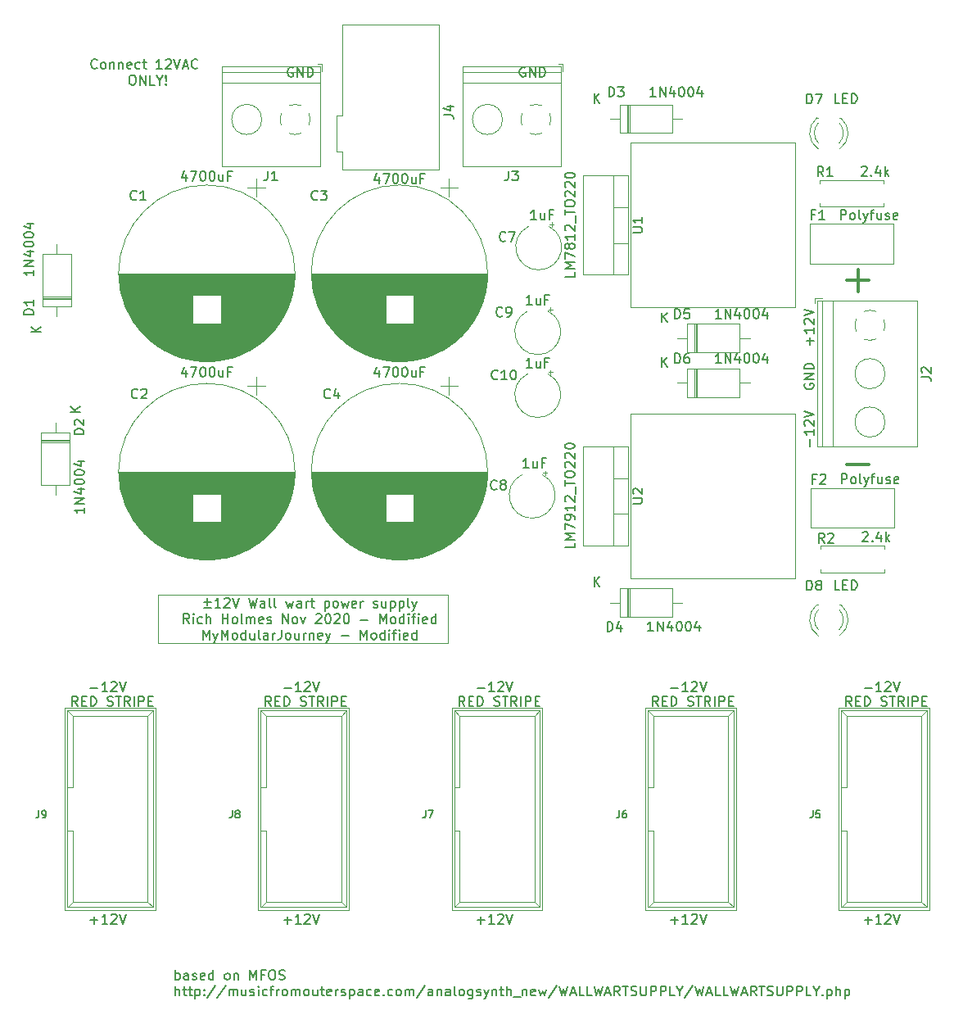
<source format=gbr>
%TF.GenerationSoftware,KiCad,Pcbnew,(5.1.8)-1*%
%TF.CreationDate,2021-04-27T15:23:58-04:00*%
%TF.ProjectId,ww_power-supply - 2,77775f70-6f77-4657-922d-737570706c79,rev?*%
%TF.SameCoordinates,Original*%
%TF.FileFunction,Legend,Top*%
%TF.FilePolarity,Positive*%
%FSLAX46Y46*%
G04 Gerber Fmt 4.6, Leading zero omitted, Abs format (unit mm)*
G04 Created by KiCad (PCBNEW (5.1.8)-1) date 2021-04-27 15:23:58*
%MOMM*%
%LPD*%
G01*
G04 APERTURE LIST*
%ADD10C,0.120000*%
%ADD11C,0.150000*%
%ADD12C,0.300000*%
G04 APERTURE END LIST*
D10*
X65000000Y-120000000D02*
X65000000Y-125000000D01*
X95000000Y-120000000D02*
X95000000Y-125000000D01*
D11*
X78988095Y-65500000D02*
X78892857Y-65452380D01*
X78750000Y-65452380D01*
X78607142Y-65500000D01*
X78511904Y-65595238D01*
X78464285Y-65690476D01*
X78416666Y-65880952D01*
X78416666Y-66023809D01*
X78464285Y-66214285D01*
X78511904Y-66309523D01*
X78607142Y-66404761D01*
X78750000Y-66452380D01*
X78845238Y-66452380D01*
X78988095Y-66404761D01*
X79035714Y-66357142D01*
X79035714Y-66023809D01*
X78845238Y-66023809D01*
X79464285Y-66452380D02*
X79464285Y-65452380D01*
X80035714Y-66452380D01*
X80035714Y-65452380D01*
X80511904Y-66452380D02*
X80511904Y-65452380D01*
X80750000Y-65452380D01*
X80892857Y-65500000D01*
X80988095Y-65595238D01*
X81035714Y-65690476D01*
X81083333Y-65880952D01*
X81083333Y-66023809D01*
X81035714Y-66214285D01*
X80988095Y-66309523D01*
X80892857Y-66404761D01*
X80750000Y-66452380D01*
X80511904Y-66452380D01*
X102988095Y-65500000D02*
X102892857Y-65452380D01*
X102750000Y-65452380D01*
X102607142Y-65500000D01*
X102511904Y-65595238D01*
X102464285Y-65690476D01*
X102416666Y-65880952D01*
X102416666Y-66023809D01*
X102464285Y-66214285D01*
X102511904Y-66309523D01*
X102607142Y-66404761D01*
X102750000Y-66452380D01*
X102845238Y-66452380D01*
X102988095Y-66404761D01*
X103035714Y-66357142D01*
X103035714Y-66023809D01*
X102845238Y-66023809D01*
X103464285Y-66452380D02*
X103464285Y-65452380D01*
X104035714Y-66452380D01*
X104035714Y-65452380D01*
X104511904Y-66452380D02*
X104511904Y-65452380D01*
X104750000Y-65452380D01*
X104892857Y-65500000D01*
X104988095Y-65595238D01*
X105035714Y-65690476D01*
X105083333Y-65880952D01*
X105083333Y-66023809D01*
X105035714Y-66214285D01*
X104988095Y-66309523D01*
X104892857Y-66404761D01*
X104750000Y-66452380D01*
X104511904Y-66452380D01*
D12*
X136253142Y-106500285D02*
X138538857Y-106500285D01*
X136253142Y-87500285D02*
X138538857Y-87500285D01*
X137396000Y-88643142D02*
X137396000Y-86357428D01*
D11*
X58738095Y-65532142D02*
X58690476Y-65579761D01*
X58547619Y-65627380D01*
X58452380Y-65627380D01*
X58309523Y-65579761D01*
X58214285Y-65484523D01*
X58166666Y-65389285D01*
X58119047Y-65198809D01*
X58119047Y-65055952D01*
X58166666Y-64865476D01*
X58214285Y-64770238D01*
X58309523Y-64675000D01*
X58452380Y-64627380D01*
X58547619Y-64627380D01*
X58690476Y-64675000D01*
X58738095Y-64722619D01*
X59309523Y-65627380D02*
X59214285Y-65579761D01*
X59166666Y-65532142D01*
X59119047Y-65436904D01*
X59119047Y-65151190D01*
X59166666Y-65055952D01*
X59214285Y-65008333D01*
X59309523Y-64960714D01*
X59452380Y-64960714D01*
X59547619Y-65008333D01*
X59595238Y-65055952D01*
X59642857Y-65151190D01*
X59642857Y-65436904D01*
X59595238Y-65532142D01*
X59547619Y-65579761D01*
X59452380Y-65627380D01*
X59309523Y-65627380D01*
X60071428Y-64960714D02*
X60071428Y-65627380D01*
X60071428Y-65055952D02*
X60119047Y-65008333D01*
X60214285Y-64960714D01*
X60357142Y-64960714D01*
X60452380Y-65008333D01*
X60500000Y-65103571D01*
X60500000Y-65627380D01*
X60976190Y-64960714D02*
X60976190Y-65627380D01*
X60976190Y-65055952D02*
X61023809Y-65008333D01*
X61119047Y-64960714D01*
X61261904Y-64960714D01*
X61357142Y-65008333D01*
X61404761Y-65103571D01*
X61404761Y-65627380D01*
X62261904Y-65579761D02*
X62166666Y-65627380D01*
X61976190Y-65627380D01*
X61880952Y-65579761D01*
X61833333Y-65484523D01*
X61833333Y-65103571D01*
X61880952Y-65008333D01*
X61976190Y-64960714D01*
X62166666Y-64960714D01*
X62261904Y-65008333D01*
X62309523Y-65103571D01*
X62309523Y-65198809D01*
X61833333Y-65294047D01*
X63166666Y-65579761D02*
X63071428Y-65627380D01*
X62880952Y-65627380D01*
X62785714Y-65579761D01*
X62738095Y-65532142D01*
X62690476Y-65436904D01*
X62690476Y-65151190D01*
X62738095Y-65055952D01*
X62785714Y-65008333D01*
X62880952Y-64960714D01*
X63071428Y-64960714D01*
X63166666Y-65008333D01*
X63452380Y-64960714D02*
X63833333Y-64960714D01*
X63595238Y-64627380D02*
X63595238Y-65484523D01*
X63642857Y-65579761D01*
X63738095Y-65627380D01*
X63833333Y-65627380D01*
X65452380Y-65627380D02*
X64880952Y-65627380D01*
X65166666Y-65627380D02*
X65166666Y-64627380D01*
X65071428Y-64770238D01*
X64976190Y-64865476D01*
X64880952Y-64913095D01*
X65833333Y-64722619D02*
X65880952Y-64675000D01*
X65976190Y-64627380D01*
X66214285Y-64627380D01*
X66309523Y-64675000D01*
X66357142Y-64722619D01*
X66404761Y-64817857D01*
X66404761Y-64913095D01*
X66357142Y-65055952D01*
X65785714Y-65627380D01*
X66404761Y-65627380D01*
X66690476Y-64627380D02*
X67023809Y-65627380D01*
X67357142Y-64627380D01*
X67642857Y-65341666D02*
X68119047Y-65341666D01*
X67547619Y-65627380D02*
X67880952Y-64627380D01*
X68214285Y-65627380D01*
X69119047Y-65532142D02*
X69071428Y-65579761D01*
X68928571Y-65627380D01*
X68833333Y-65627380D01*
X68690476Y-65579761D01*
X68595238Y-65484523D01*
X68547619Y-65389285D01*
X68500000Y-65198809D01*
X68500000Y-65055952D01*
X68547619Y-64865476D01*
X68595238Y-64770238D01*
X68690476Y-64675000D01*
X68833333Y-64627380D01*
X68928571Y-64627380D01*
X69071428Y-64675000D01*
X69119047Y-64722619D01*
X62309523Y-66277380D02*
X62500000Y-66277380D01*
X62595238Y-66325000D01*
X62690476Y-66420238D01*
X62738095Y-66610714D01*
X62738095Y-66944047D01*
X62690476Y-67134523D01*
X62595238Y-67229761D01*
X62500000Y-67277380D01*
X62309523Y-67277380D01*
X62214285Y-67229761D01*
X62119047Y-67134523D01*
X62071428Y-66944047D01*
X62071428Y-66610714D01*
X62119047Y-66420238D01*
X62214285Y-66325000D01*
X62309523Y-66277380D01*
X63166666Y-67277380D02*
X63166666Y-66277380D01*
X63738095Y-67277380D01*
X63738095Y-66277380D01*
X64690476Y-67277380D02*
X64214285Y-67277380D01*
X64214285Y-66277380D01*
X65214285Y-66801190D02*
X65214285Y-67277380D01*
X64880952Y-66277380D02*
X65214285Y-66801190D01*
X65547619Y-66277380D01*
X65880952Y-67182142D02*
X65928571Y-67229761D01*
X65880952Y-67277380D01*
X65833333Y-67229761D01*
X65880952Y-67182142D01*
X65880952Y-67277380D01*
X65880952Y-66896428D02*
X65833333Y-66325000D01*
X65880952Y-66277380D01*
X65928571Y-66325000D01*
X65880952Y-66896428D01*
X65880952Y-66277380D01*
D10*
X95000000Y-125000000D02*
X65000000Y-125000000D01*
X65000000Y-120000000D02*
X95000000Y-120000000D01*
D11*
X69755809Y-120730952D02*
X70517714Y-120730952D01*
X70136761Y-121111904D02*
X70136761Y-120350000D01*
X70517714Y-121302380D02*
X69755809Y-121302380D01*
X71517714Y-121302380D02*
X70946285Y-121302380D01*
X71232000Y-121302380D02*
X71232000Y-120302380D01*
X71136761Y-120445238D01*
X71041523Y-120540476D01*
X70946285Y-120588095D01*
X71898666Y-120397619D02*
X71946285Y-120350000D01*
X72041523Y-120302380D01*
X72279619Y-120302380D01*
X72374857Y-120350000D01*
X72422476Y-120397619D01*
X72470095Y-120492857D01*
X72470095Y-120588095D01*
X72422476Y-120730952D01*
X71851047Y-121302380D01*
X72470095Y-121302380D01*
X72755809Y-120302380D02*
X73089142Y-121302380D01*
X73422476Y-120302380D01*
X74422476Y-120302380D02*
X74660571Y-121302380D01*
X74851047Y-120588095D01*
X75041523Y-121302380D01*
X75279619Y-120302380D01*
X76089142Y-121302380D02*
X76089142Y-120778571D01*
X76041523Y-120683333D01*
X75946285Y-120635714D01*
X75755809Y-120635714D01*
X75660571Y-120683333D01*
X76089142Y-121254761D02*
X75993904Y-121302380D01*
X75755809Y-121302380D01*
X75660571Y-121254761D01*
X75612952Y-121159523D01*
X75612952Y-121064285D01*
X75660571Y-120969047D01*
X75755809Y-120921428D01*
X75993904Y-120921428D01*
X76089142Y-120873809D01*
X76708190Y-121302380D02*
X76612952Y-121254761D01*
X76565333Y-121159523D01*
X76565333Y-120302380D01*
X77232000Y-121302380D02*
X77136761Y-121254761D01*
X77089142Y-121159523D01*
X77089142Y-120302380D01*
X78279619Y-120635714D02*
X78470095Y-121302380D01*
X78660571Y-120826190D01*
X78851047Y-121302380D01*
X79041523Y-120635714D01*
X79851047Y-121302380D02*
X79851047Y-120778571D01*
X79803428Y-120683333D01*
X79708190Y-120635714D01*
X79517714Y-120635714D01*
X79422476Y-120683333D01*
X79851047Y-121254761D02*
X79755809Y-121302380D01*
X79517714Y-121302380D01*
X79422476Y-121254761D01*
X79374857Y-121159523D01*
X79374857Y-121064285D01*
X79422476Y-120969047D01*
X79517714Y-120921428D01*
X79755809Y-120921428D01*
X79851047Y-120873809D01*
X80327238Y-121302380D02*
X80327238Y-120635714D01*
X80327238Y-120826190D02*
X80374857Y-120730952D01*
X80422476Y-120683333D01*
X80517714Y-120635714D01*
X80612952Y-120635714D01*
X80803428Y-120635714D02*
X81184380Y-120635714D01*
X80946285Y-120302380D02*
X80946285Y-121159523D01*
X80993904Y-121254761D01*
X81089142Y-121302380D01*
X81184380Y-121302380D01*
X82279619Y-120635714D02*
X82279619Y-121635714D01*
X82279619Y-120683333D02*
X82374857Y-120635714D01*
X82565333Y-120635714D01*
X82660571Y-120683333D01*
X82708190Y-120730952D01*
X82755809Y-120826190D01*
X82755809Y-121111904D01*
X82708190Y-121207142D01*
X82660571Y-121254761D01*
X82565333Y-121302380D01*
X82374857Y-121302380D01*
X82279619Y-121254761D01*
X83327238Y-121302380D02*
X83232000Y-121254761D01*
X83184380Y-121207142D01*
X83136761Y-121111904D01*
X83136761Y-120826190D01*
X83184380Y-120730952D01*
X83232000Y-120683333D01*
X83327238Y-120635714D01*
X83470095Y-120635714D01*
X83565333Y-120683333D01*
X83612952Y-120730952D01*
X83660571Y-120826190D01*
X83660571Y-121111904D01*
X83612952Y-121207142D01*
X83565333Y-121254761D01*
X83470095Y-121302380D01*
X83327238Y-121302380D01*
X83993904Y-120635714D02*
X84184380Y-121302380D01*
X84374857Y-120826190D01*
X84565333Y-121302380D01*
X84755809Y-120635714D01*
X85517714Y-121254761D02*
X85422476Y-121302380D01*
X85232000Y-121302380D01*
X85136761Y-121254761D01*
X85089142Y-121159523D01*
X85089142Y-120778571D01*
X85136761Y-120683333D01*
X85232000Y-120635714D01*
X85422476Y-120635714D01*
X85517714Y-120683333D01*
X85565333Y-120778571D01*
X85565333Y-120873809D01*
X85089142Y-120969047D01*
X85993904Y-121302380D02*
X85993904Y-120635714D01*
X85993904Y-120826190D02*
X86041523Y-120730952D01*
X86089142Y-120683333D01*
X86184380Y-120635714D01*
X86279619Y-120635714D01*
X87327238Y-121254761D02*
X87422476Y-121302380D01*
X87612952Y-121302380D01*
X87708190Y-121254761D01*
X87755809Y-121159523D01*
X87755809Y-121111904D01*
X87708190Y-121016666D01*
X87612952Y-120969047D01*
X87470095Y-120969047D01*
X87374857Y-120921428D01*
X87327238Y-120826190D01*
X87327238Y-120778571D01*
X87374857Y-120683333D01*
X87470095Y-120635714D01*
X87612952Y-120635714D01*
X87708190Y-120683333D01*
X88612952Y-120635714D02*
X88612952Y-121302380D01*
X88184380Y-120635714D02*
X88184380Y-121159523D01*
X88232000Y-121254761D01*
X88327238Y-121302380D01*
X88470095Y-121302380D01*
X88565333Y-121254761D01*
X88612952Y-121207142D01*
X89089142Y-120635714D02*
X89089142Y-121635714D01*
X89089142Y-120683333D02*
X89184380Y-120635714D01*
X89374857Y-120635714D01*
X89470095Y-120683333D01*
X89517714Y-120730952D01*
X89565333Y-120826190D01*
X89565333Y-121111904D01*
X89517714Y-121207142D01*
X89470095Y-121254761D01*
X89374857Y-121302380D01*
X89184380Y-121302380D01*
X89089142Y-121254761D01*
X89993904Y-120635714D02*
X89993904Y-121635714D01*
X89993904Y-120683333D02*
X90089142Y-120635714D01*
X90279619Y-120635714D01*
X90374857Y-120683333D01*
X90422476Y-120730952D01*
X90470095Y-120826190D01*
X90470095Y-121111904D01*
X90422476Y-121207142D01*
X90374857Y-121254761D01*
X90279619Y-121302380D01*
X90089142Y-121302380D01*
X89993904Y-121254761D01*
X91041523Y-121302380D02*
X90946285Y-121254761D01*
X90898666Y-121159523D01*
X90898666Y-120302380D01*
X91327238Y-120635714D02*
X91565333Y-121302380D01*
X91803428Y-120635714D02*
X91565333Y-121302380D01*
X91470095Y-121540476D01*
X91422476Y-121588095D01*
X91327238Y-121635714D01*
X68279619Y-122952380D02*
X67946285Y-122476190D01*
X67708190Y-122952380D02*
X67708190Y-121952380D01*
X68089142Y-121952380D01*
X68184380Y-122000000D01*
X68232000Y-122047619D01*
X68279619Y-122142857D01*
X68279619Y-122285714D01*
X68232000Y-122380952D01*
X68184380Y-122428571D01*
X68089142Y-122476190D01*
X67708190Y-122476190D01*
X68708190Y-122952380D02*
X68708190Y-122285714D01*
X68708190Y-121952380D02*
X68660571Y-122000000D01*
X68708190Y-122047619D01*
X68755809Y-122000000D01*
X68708190Y-121952380D01*
X68708190Y-122047619D01*
X69612952Y-122904761D02*
X69517714Y-122952380D01*
X69327238Y-122952380D01*
X69232000Y-122904761D01*
X69184380Y-122857142D01*
X69136761Y-122761904D01*
X69136761Y-122476190D01*
X69184380Y-122380952D01*
X69232000Y-122333333D01*
X69327238Y-122285714D01*
X69517714Y-122285714D01*
X69612952Y-122333333D01*
X70041523Y-122952380D02*
X70041523Y-121952380D01*
X70470095Y-122952380D02*
X70470095Y-122428571D01*
X70422476Y-122333333D01*
X70327238Y-122285714D01*
X70184380Y-122285714D01*
X70089142Y-122333333D01*
X70041523Y-122380952D01*
X71708190Y-122952380D02*
X71708190Y-121952380D01*
X71708190Y-122428571D02*
X72279619Y-122428571D01*
X72279619Y-122952380D02*
X72279619Y-121952380D01*
X72898666Y-122952380D02*
X72803428Y-122904761D01*
X72755809Y-122857142D01*
X72708190Y-122761904D01*
X72708190Y-122476190D01*
X72755809Y-122380952D01*
X72803428Y-122333333D01*
X72898666Y-122285714D01*
X73041523Y-122285714D01*
X73136761Y-122333333D01*
X73184380Y-122380952D01*
X73232000Y-122476190D01*
X73232000Y-122761904D01*
X73184380Y-122857142D01*
X73136761Y-122904761D01*
X73041523Y-122952380D01*
X72898666Y-122952380D01*
X73803428Y-122952380D02*
X73708190Y-122904761D01*
X73660571Y-122809523D01*
X73660571Y-121952380D01*
X74184380Y-122952380D02*
X74184380Y-122285714D01*
X74184380Y-122380952D02*
X74232000Y-122333333D01*
X74327238Y-122285714D01*
X74470095Y-122285714D01*
X74565333Y-122333333D01*
X74612952Y-122428571D01*
X74612952Y-122952380D01*
X74612952Y-122428571D02*
X74660571Y-122333333D01*
X74755809Y-122285714D01*
X74898666Y-122285714D01*
X74993904Y-122333333D01*
X75041523Y-122428571D01*
X75041523Y-122952380D01*
X75898666Y-122904761D02*
X75803428Y-122952380D01*
X75612952Y-122952380D01*
X75517714Y-122904761D01*
X75470095Y-122809523D01*
X75470095Y-122428571D01*
X75517714Y-122333333D01*
X75612952Y-122285714D01*
X75803428Y-122285714D01*
X75898666Y-122333333D01*
X75946285Y-122428571D01*
X75946285Y-122523809D01*
X75470095Y-122619047D01*
X76327238Y-122904761D02*
X76422476Y-122952380D01*
X76612952Y-122952380D01*
X76708190Y-122904761D01*
X76755809Y-122809523D01*
X76755809Y-122761904D01*
X76708190Y-122666666D01*
X76612952Y-122619047D01*
X76470095Y-122619047D01*
X76374857Y-122571428D01*
X76327238Y-122476190D01*
X76327238Y-122428571D01*
X76374857Y-122333333D01*
X76470095Y-122285714D01*
X76612952Y-122285714D01*
X76708190Y-122333333D01*
X77946285Y-122952380D02*
X77946285Y-121952380D01*
X78517714Y-122952380D01*
X78517714Y-121952380D01*
X79136761Y-122952380D02*
X79041523Y-122904761D01*
X78993904Y-122857142D01*
X78946285Y-122761904D01*
X78946285Y-122476190D01*
X78993904Y-122380952D01*
X79041523Y-122333333D01*
X79136761Y-122285714D01*
X79279619Y-122285714D01*
X79374857Y-122333333D01*
X79422476Y-122380952D01*
X79470095Y-122476190D01*
X79470095Y-122761904D01*
X79422476Y-122857142D01*
X79374857Y-122904761D01*
X79279619Y-122952380D01*
X79136761Y-122952380D01*
X79803428Y-122285714D02*
X80041523Y-122952380D01*
X80279619Y-122285714D01*
X81374857Y-122047619D02*
X81422476Y-122000000D01*
X81517714Y-121952380D01*
X81755809Y-121952380D01*
X81851047Y-122000000D01*
X81898666Y-122047619D01*
X81946285Y-122142857D01*
X81946285Y-122238095D01*
X81898666Y-122380952D01*
X81327238Y-122952380D01*
X81946285Y-122952380D01*
X82565333Y-121952380D02*
X82660571Y-121952380D01*
X82755809Y-122000000D01*
X82803428Y-122047619D01*
X82851047Y-122142857D01*
X82898666Y-122333333D01*
X82898666Y-122571428D01*
X82851047Y-122761904D01*
X82803428Y-122857142D01*
X82755809Y-122904761D01*
X82660571Y-122952380D01*
X82565333Y-122952380D01*
X82470095Y-122904761D01*
X82422476Y-122857142D01*
X82374857Y-122761904D01*
X82327238Y-122571428D01*
X82327238Y-122333333D01*
X82374857Y-122142857D01*
X82422476Y-122047619D01*
X82470095Y-122000000D01*
X82565333Y-121952380D01*
X83279619Y-122047619D02*
X83327238Y-122000000D01*
X83422476Y-121952380D01*
X83660571Y-121952380D01*
X83755809Y-122000000D01*
X83803428Y-122047619D01*
X83851047Y-122142857D01*
X83851047Y-122238095D01*
X83803428Y-122380952D01*
X83232000Y-122952380D01*
X83851047Y-122952380D01*
X84470095Y-121952380D02*
X84565333Y-121952380D01*
X84660571Y-122000000D01*
X84708190Y-122047619D01*
X84755809Y-122142857D01*
X84803428Y-122333333D01*
X84803428Y-122571428D01*
X84755809Y-122761904D01*
X84708190Y-122857142D01*
X84660571Y-122904761D01*
X84565333Y-122952380D01*
X84470095Y-122952380D01*
X84374857Y-122904761D01*
X84327238Y-122857142D01*
X84279619Y-122761904D01*
X84232000Y-122571428D01*
X84232000Y-122333333D01*
X84279619Y-122142857D01*
X84327238Y-122047619D01*
X84374857Y-122000000D01*
X84470095Y-121952380D01*
X85993904Y-122571428D02*
X86755809Y-122571428D01*
X87993904Y-122952380D02*
X87993904Y-121952380D01*
X88327238Y-122666666D01*
X88660571Y-121952380D01*
X88660571Y-122952380D01*
X89279619Y-122952380D02*
X89184380Y-122904761D01*
X89136761Y-122857142D01*
X89089142Y-122761904D01*
X89089142Y-122476190D01*
X89136761Y-122380952D01*
X89184380Y-122333333D01*
X89279619Y-122285714D01*
X89422476Y-122285714D01*
X89517714Y-122333333D01*
X89565333Y-122380952D01*
X89612952Y-122476190D01*
X89612952Y-122761904D01*
X89565333Y-122857142D01*
X89517714Y-122904761D01*
X89422476Y-122952380D01*
X89279619Y-122952380D01*
X90470095Y-122952380D02*
X90470095Y-121952380D01*
X90470095Y-122904761D02*
X90374857Y-122952380D01*
X90184380Y-122952380D01*
X90089142Y-122904761D01*
X90041523Y-122857142D01*
X89993904Y-122761904D01*
X89993904Y-122476190D01*
X90041523Y-122380952D01*
X90089142Y-122333333D01*
X90184380Y-122285714D01*
X90374857Y-122285714D01*
X90470095Y-122333333D01*
X90946285Y-122952380D02*
X90946285Y-122285714D01*
X90946285Y-121952380D02*
X90898666Y-122000000D01*
X90946285Y-122047619D01*
X90993904Y-122000000D01*
X90946285Y-121952380D01*
X90946285Y-122047619D01*
X91279619Y-122285714D02*
X91660571Y-122285714D01*
X91422476Y-122952380D02*
X91422476Y-122095238D01*
X91470095Y-122000000D01*
X91565333Y-121952380D01*
X91660571Y-121952380D01*
X91993904Y-122952380D02*
X91993904Y-122285714D01*
X91993904Y-121952380D02*
X91946285Y-122000000D01*
X91993904Y-122047619D01*
X92041523Y-122000000D01*
X91993904Y-121952380D01*
X91993904Y-122047619D01*
X92851047Y-122904761D02*
X92755809Y-122952380D01*
X92565333Y-122952380D01*
X92470095Y-122904761D01*
X92422476Y-122809523D01*
X92422476Y-122428571D01*
X92470095Y-122333333D01*
X92565333Y-122285714D01*
X92755809Y-122285714D01*
X92851047Y-122333333D01*
X92898666Y-122428571D01*
X92898666Y-122523809D01*
X92422476Y-122619047D01*
X93755809Y-122952380D02*
X93755809Y-121952380D01*
X93755809Y-122904761D02*
X93660571Y-122952380D01*
X93470095Y-122952380D01*
X93374857Y-122904761D01*
X93327238Y-122857142D01*
X93279619Y-122761904D01*
X93279619Y-122476190D01*
X93327238Y-122380952D01*
X93374857Y-122333333D01*
X93470095Y-122285714D01*
X93660571Y-122285714D01*
X93755809Y-122333333D01*
X69708190Y-124602380D02*
X69708190Y-123602380D01*
X70041523Y-124316666D01*
X70374857Y-123602380D01*
X70374857Y-124602380D01*
X70755809Y-123935714D02*
X70993904Y-124602380D01*
X71232000Y-123935714D02*
X70993904Y-124602380D01*
X70898666Y-124840476D01*
X70851047Y-124888095D01*
X70755809Y-124935714D01*
X71612952Y-124602380D02*
X71612952Y-123602380D01*
X71946285Y-124316666D01*
X72279619Y-123602380D01*
X72279619Y-124602380D01*
X72898666Y-124602380D02*
X72803428Y-124554761D01*
X72755809Y-124507142D01*
X72708190Y-124411904D01*
X72708190Y-124126190D01*
X72755809Y-124030952D01*
X72803428Y-123983333D01*
X72898666Y-123935714D01*
X73041523Y-123935714D01*
X73136761Y-123983333D01*
X73184380Y-124030952D01*
X73232000Y-124126190D01*
X73232000Y-124411904D01*
X73184380Y-124507142D01*
X73136761Y-124554761D01*
X73041523Y-124602380D01*
X72898666Y-124602380D01*
X74089142Y-124602380D02*
X74089142Y-123602380D01*
X74089142Y-124554761D02*
X73993904Y-124602380D01*
X73803428Y-124602380D01*
X73708190Y-124554761D01*
X73660571Y-124507142D01*
X73612952Y-124411904D01*
X73612952Y-124126190D01*
X73660571Y-124030952D01*
X73708190Y-123983333D01*
X73803428Y-123935714D01*
X73993904Y-123935714D01*
X74089142Y-123983333D01*
X74993904Y-123935714D02*
X74993904Y-124602380D01*
X74565333Y-123935714D02*
X74565333Y-124459523D01*
X74612952Y-124554761D01*
X74708190Y-124602380D01*
X74851047Y-124602380D01*
X74946285Y-124554761D01*
X74993904Y-124507142D01*
X75612952Y-124602380D02*
X75517714Y-124554761D01*
X75470095Y-124459523D01*
X75470095Y-123602380D01*
X76422476Y-124602380D02*
X76422476Y-124078571D01*
X76374857Y-123983333D01*
X76279619Y-123935714D01*
X76089142Y-123935714D01*
X75993904Y-123983333D01*
X76422476Y-124554761D02*
X76327238Y-124602380D01*
X76089142Y-124602380D01*
X75993904Y-124554761D01*
X75946285Y-124459523D01*
X75946285Y-124364285D01*
X75993904Y-124269047D01*
X76089142Y-124221428D01*
X76327238Y-124221428D01*
X76422476Y-124173809D01*
X76898666Y-124602380D02*
X76898666Y-123935714D01*
X76898666Y-124126190D02*
X76946285Y-124030952D01*
X76993904Y-123983333D01*
X77089142Y-123935714D01*
X77184380Y-123935714D01*
X77803428Y-123602380D02*
X77803428Y-124316666D01*
X77755809Y-124459523D01*
X77660571Y-124554761D01*
X77517714Y-124602380D01*
X77422476Y-124602380D01*
X78422476Y-124602380D02*
X78327238Y-124554761D01*
X78279619Y-124507142D01*
X78232000Y-124411904D01*
X78232000Y-124126190D01*
X78279619Y-124030952D01*
X78327238Y-123983333D01*
X78422476Y-123935714D01*
X78565333Y-123935714D01*
X78660571Y-123983333D01*
X78708190Y-124030952D01*
X78755809Y-124126190D01*
X78755809Y-124411904D01*
X78708190Y-124507142D01*
X78660571Y-124554761D01*
X78565333Y-124602380D01*
X78422476Y-124602380D01*
X79612952Y-123935714D02*
X79612952Y-124602380D01*
X79184380Y-123935714D02*
X79184380Y-124459523D01*
X79232000Y-124554761D01*
X79327238Y-124602380D01*
X79470095Y-124602380D01*
X79565333Y-124554761D01*
X79612952Y-124507142D01*
X80089142Y-124602380D02*
X80089142Y-123935714D01*
X80089142Y-124126190D02*
X80136761Y-124030952D01*
X80184380Y-123983333D01*
X80279619Y-123935714D01*
X80374857Y-123935714D01*
X80708190Y-123935714D02*
X80708190Y-124602380D01*
X80708190Y-124030952D02*
X80755809Y-123983333D01*
X80851047Y-123935714D01*
X80993904Y-123935714D01*
X81089142Y-123983333D01*
X81136761Y-124078571D01*
X81136761Y-124602380D01*
X81993904Y-124554761D02*
X81898666Y-124602380D01*
X81708190Y-124602380D01*
X81612952Y-124554761D01*
X81565333Y-124459523D01*
X81565333Y-124078571D01*
X81612952Y-123983333D01*
X81708190Y-123935714D01*
X81898666Y-123935714D01*
X81993904Y-123983333D01*
X82041523Y-124078571D01*
X82041523Y-124173809D01*
X81565333Y-124269047D01*
X82374857Y-123935714D02*
X82612952Y-124602380D01*
X82851047Y-123935714D02*
X82612952Y-124602380D01*
X82517714Y-124840476D01*
X82470095Y-124888095D01*
X82374857Y-124935714D01*
X83993904Y-124221428D02*
X84755809Y-124221428D01*
X85993904Y-124602380D02*
X85993904Y-123602380D01*
X86327238Y-124316666D01*
X86660571Y-123602380D01*
X86660571Y-124602380D01*
X87279619Y-124602380D02*
X87184380Y-124554761D01*
X87136761Y-124507142D01*
X87089142Y-124411904D01*
X87089142Y-124126190D01*
X87136761Y-124030952D01*
X87184380Y-123983333D01*
X87279619Y-123935714D01*
X87422476Y-123935714D01*
X87517714Y-123983333D01*
X87565333Y-124030952D01*
X87612952Y-124126190D01*
X87612952Y-124411904D01*
X87565333Y-124507142D01*
X87517714Y-124554761D01*
X87422476Y-124602380D01*
X87279619Y-124602380D01*
X88470095Y-124602380D02*
X88470095Y-123602380D01*
X88470095Y-124554761D02*
X88374857Y-124602380D01*
X88184380Y-124602380D01*
X88089142Y-124554761D01*
X88041523Y-124507142D01*
X87993904Y-124411904D01*
X87993904Y-124126190D01*
X88041523Y-124030952D01*
X88089142Y-123983333D01*
X88184380Y-123935714D01*
X88374857Y-123935714D01*
X88470095Y-123983333D01*
X88946285Y-124602380D02*
X88946285Y-123935714D01*
X88946285Y-123602380D02*
X88898666Y-123650000D01*
X88946285Y-123697619D01*
X88993904Y-123650000D01*
X88946285Y-123602380D01*
X88946285Y-123697619D01*
X89279619Y-123935714D02*
X89660571Y-123935714D01*
X89422476Y-124602380D02*
X89422476Y-123745238D01*
X89470095Y-123650000D01*
X89565333Y-123602380D01*
X89660571Y-123602380D01*
X89993904Y-124602380D02*
X89993904Y-123935714D01*
X89993904Y-123602380D02*
X89946285Y-123650000D01*
X89993904Y-123697619D01*
X90041523Y-123650000D01*
X89993904Y-123602380D01*
X89993904Y-123697619D01*
X90851047Y-124554761D02*
X90755809Y-124602380D01*
X90565333Y-124602380D01*
X90470095Y-124554761D01*
X90422476Y-124459523D01*
X90422476Y-124078571D01*
X90470095Y-123983333D01*
X90565333Y-123935714D01*
X90755809Y-123935714D01*
X90851047Y-123983333D01*
X90898666Y-124078571D01*
X90898666Y-124173809D01*
X90422476Y-124269047D01*
X91755809Y-124602380D02*
X91755809Y-123602380D01*
X91755809Y-124554761D02*
X91660571Y-124602380D01*
X91470095Y-124602380D01*
X91374857Y-124554761D01*
X91327238Y-124507142D01*
X91279619Y-124411904D01*
X91279619Y-124126190D01*
X91327238Y-124030952D01*
X91374857Y-123983333D01*
X91470095Y-123935714D01*
X91660571Y-123935714D01*
X91755809Y-123983333D01*
D10*
X130896000Y-118286000D02*
X113896000Y-118286000D01*
X130896000Y-101286000D02*
X130896000Y-118286000D01*
X113896000Y-101286000D02*
X130896000Y-101286000D01*
X113896000Y-118286000D02*
X113896000Y-109786000D01*
X113896000Y-109786000D02*
X113896000Y-101286000D01*
D11*
X66845595Y-159766380D02*
X66845595Y-158766380D01*
X66845595Y-159147333D02*
X66940833Y-159099714D01*
X67131309Y-159099714D01*
X67226547Y-159147333D01*
X67274166Y-159194952D01*
X67321785Y-159290190D01*
X67321785Y-159575904D01*
X67274166Y-159671142D01*
X67226547Y-159718761D01*
X67131309Y-159766380D01*
X66940833Y-159766380D01*
X66845595Y-159718761D01*
X68178928Y-159766380D02*
X68178928Y-159242571D01*
X68131309Y-159147333D01*
X68036071Y-159099714D01*
X67845595Y-159099714D01*
X67750357Y-159147333D01*
X68178928Y-159718761D02*
X68083690Y-159766380D01*
X67845595Y-159766380D01*
X67750357Y-159718761D01*
X67702738Y-159623523D01*
X67702738Y-159528285D01*
X67750357Y-159433047D01*
X67845595Y-159385428D01*
X68083690Y-159385428D01*
X68178928Y-159337809D01*
X68607500Y-159718761D02*
X68702738Y-159766380D01*
X68893214Y-159766380D01*
X68988452Y-159718761D01*
X69036071Y-159623523D01*
X69036071Y-159575904D01*
X68988452Y-159480666D01*
X68893214Y-159433047D01*
X68750357Y-159433047D01*
X68655119Y-159385428D01*
X68607500Y-159290190D01*
X68607500Y-159242571D01*
X68655119Y-159147333D01*
X68750357Y-159099714D01*
X68893214Y-159099714D01*
X68988452Y-159147333D01*
X69845595Y-159718761D02*
X69750357Y-159766380D01*
X69559880Y-159766380D01*
X69464642Y-159718761D01*
X69417023Y-159623523D01*
X69417023Y-159242571D01*
X69464642Y-159147333D01*
X69559880Y-159099714D01*
X69750357Y-159099714D01*
X69845595Y-159147333D01*
X69893214Y-159242571D01*
X69893214Y-159337809D01*
X69417023Y-159433047D01*
X70750357Y-159766380D02*
X70750357Y-158766380D01*
X70750357Y-159718761D02*
X70655119Y-159766380D01*
X70464642Y-159766380D01*
X70369404Y-159718761D01*
X70321785Y-159671142D01*
X70274166Y-159575904D01*
X70274166Y-159290190D01*
X70321785Y-159194952D01*
X70369404Y-159147333D01*
X70464642Y-159099714D01*
X70655119Y-159099714D01*
X70750357Y-159147333D01*
X72131309Y-159766380D02*
X72036071Y-159718761D01*
X71988452Y-159671142D01*
X71940833Y-159575904D01*
X71940833Y-159290190D01*
X71988452Y-159194952D01*
X72036071Y-159147333D01*
X72131309Y-159099714D01*
X72274166Y-159099714D01*
X72369404Y-159147333D01*
X72417023Y-159194952D01*
X72464642Y-159290190D01*
X72464642Y-159575904D01*
X72417023Y-159671142D01*
X72369404Y-159718761D01*
X72274166Y-159766380D01*
X72131309Y-159766380D01*
X72893214Y-159099714D02*
X72893214Y-159766380D01*
X72893214Y-159194952D02*
X72940833Y-159147333D01*
X73036071Y-159099714D01*
X73178928Y-159099714D01*
X73274166Y-159147333D01*
X73321785Y-159242571D01*
X73321785Y-159766380D01*
X74559880Y-159766380D02*
X74559880Y-158766380D01*
X74893214Y-159480666D01*
X75226547Y-158766380D01*
X75226547Y-159766380D01*
X76036071Y-159242571D02*
X75702738Y-159242571D01*
X75702738Y-159766380D02*
X75702738Y-158766380D01*
X76178928Y-158766380D01*
X76750357Y-158766380D02*
X76940833Y-158766380D01*
X77036071Y-158814000D01*
X77131309Y-158909238D01*
X77178928Y-159099714D01*
X77178928Y-159433047D01*
X77131309Y-159623523D01*
X77036071Y-159718761D01*
X76940833Y-159766380D01*
X76750357Y-159766380D01*
X76655119Y-159718761D01*
X76559880Y-159623523D01*
X76512261Y-159433047D01*
X76512261Y-159099714D01*
X76559880Y-158909238D01*
X76655119Y-158814000D01*
X76750357Y-158766380D01*
X77559880Y-159718761D02*
X77702738Y-159766380D01*
X77940833Y-159766380D01*
X78036071Y-159718761D01*
X78083690Y-159671142D01*
X78131309Y-159575904D01*
X78131309Y-159480666D01*
X78083690Y-159385428D01*
X78036071Y-159337809D01*
X77940833Y-159290190D01*
X77750357Y-159242571D01*
X77655119Y-159194952D01*
X77607500Y-159147333D01*
X77559880Y-159052095D01*
X77559880Y-158956857D01*
X77607500Y-158861619D01*
X77655119Y-158814000D01*
X77750357Y-158766380D01*
X77988452Y-158766380D01*
X78131309Y-158814000D01*
X66845595Y-161416380D02*
X66845595Y-160416380D01*
X67274166Y-161416380D02*
X67274166Y-160892571D01*
X67226547Y-160797333D01*
X67131309Y-160749714D01*
X66988452Y-160749714D01*
X66893214Y-160797333D01*
X66845595Y-160844952D01*
X67607500Y-160749714D02*
X67988452Y-160749714D01*
X67750357Y-160416380D02*
X67750357Y-161273523D01*
X67797976Y-161368761D01*
X67893214Y-161416380D01*
X67988452Y-161416380D01*
X68178928Y-160749714D02*
X68559880Y-160749714D01*
X68321785Y-160416380D02*
X68321785Y-161273523D01*
X68369404Y-161368761D01*
X68464642Y-161416380D01*
X68559880Y-161416380D01*
X68893214Y-160749714D02*
X68893214Y-161749714D01*
X68893214Y-160797333D02*
X68988452Y-160749714D01*
X69178928Y-160749714D01*
X69274166Y-160797333D01*
X69321785Y-160844952D01*
X69369404Y-160940190D01*
X69369404Y-161225904D01*
X69321785Y-161321142D01*
X69274166Y-161368761D01*
X69178928Y-161416380D01*
X68988452Y-161416380D01*
X68893214Y-161368761D01*
X69797976Y-161321142D02*
X69845595Y-161368761D01*
X69797976Y-161416380D01*
X69750357Y-161368761D01*
X69797976Y-161321142D01*
X69797976Y-161416380D01*
X69797976Y-160797333D02*
X69845595Y-160844952D01*
X69797976Y-160892571D01*
X69750357Y-160844952D01*
X69797976Y-160797333D01*
X69797976Y-160892571D01*
X70988452Y-160368761D02*
X70131309Y-161654476D01*
X72036071Y-160368761D02*
X71178928Y-161654476D01*
X72369404Y-161416380D02*
X72369404Y-160749714D01*
X72369404Y-160844952D02*
X72417023Y-160797333D01*
X72512261Y-160749714D01*
X72655119Y-160749714D01*
X72750357Y-160797333D01*
X72797976Y-160892571D01*
X72797976Y-161416380D01*
X72797976Y-160892571D02*
X72845595Y-160797333D01*
X72940833Y-160749714D01*
X73083690Y-160749714D01*
X73178928Y-160797333D01*
X73226547Y-160892571D01*
X73226547Y-161416380D01*
X74131309Y-160749714D02*
X74131309Y-161416380D01*
X73702738Y-160749714D02*
X73702738Y-161273523D01*
X73750357Y-161368761D01*
X73845595Y-161416380D01*
X73988452Y-161416380D01*
X74083690Y-161368761D01*
X74131309Y-161321142D01*
X74559880Y-161368761D02*
X74655119Y-161416380D01*
X74845595Y-161416380D01*
X74940833Y-161368761D01*
X74988452Y-161273523D01*
X74988452Y-161225904D01*
X74940833Y-161130666D01*
X74845595Y-161083047D01*
X74702738Y-161083047D01*
X74607500Y-161035428D01*
X74559880Y-160940190D01*
X74559880Y-160892571D01*
X74607500Y-160797333D01*
X74702738Y-160749714D01*
X74845595Y-160749714D01*
X74940833Y-160797333D01*
X75417023Y-161416380D02*
X75417023Y-160749714D01*
X75417023Y-160416380D02*
X75369404Y-160464000D01*
X75417023Y-160511619D01*
X75464642Y-160464000D01*
X75417023Y-160416380D01*
X75417023Y-160511619D01*
X76321785Y-161368761D02*
X76226547Y-161416380D01*
X76036071Y-161416380D01*
X75940833Y-161368761D01*
X75893214Y-161321142D01*
X75845595Y-161225904D01*
X75845595Y-160940190D01*
X75893214Y-160844952D01*
X75940833Y-160797333D01*
X76036071Y-160749714D01*
X76226547Y-160749714D01*
X76321785Y-160797333D01*
X76607500Y-160749714D02*
X76988452Y-160749714D01*
X76750357Y-161416380D02*
X76750357Y-160559238D01*
X76797976Y-160464000D01*
X76893214Y-160416380D01*
X76988452Y-160416380D01*
X77321785Y-161416380D02*
X77321785Y-160749714D01*
X77321785Y-160940190D02*
X77369404Y-160844952D01*
X77417023Y-160797333D01*
X77512261Y-160749714D01*
X77607500Y-160749714D01*
X78083690Y-161416380D02*
X77988452Y-161368761D01*
X77940833Y-161321142D01*
X77893214Y-161225904D01*
X77893214Y-160940190D01*
X77940833Y-160844952D01*
X77988452Y-160797333D01*
X78083690Y-160749714D01*
X78226547Y-160749714D01*
X78321785Y-160797333D01*
X78369404Y-160844952D01*
X78417023Y-160940190D01*
X78417023Y-161225904D01*
X78369404Y-161321142D01*
X78321785Y-161368761D01*
X78226547Y-161416380D01*
X78083690Y-161416380D01*
X78845595Y-161416380D02*
X78845595Y-160749714D01*
X78845595Y-160844952D02*
X78893214Y-160797333D01*
X78988452Y-160749714D01*
X79131309Y-160749714D01*
X79226547Y-160797333D01*
X79274166Y-160892571D01*
X79274166Y-161416380D01*
X79274166Y-160892571D02*
X79321785Y-160797333D01*
X79417023Y-160749714D01*
X79559880Y-160749714D01*
X79655119Y-160797333D01*
X79702738Y-160892571D01*
X79702738Y-161416380D01*
X80321785Y-161416380D02*
X80226547Y-161368761D01*
X80178928Y-161321142D01*
X80131309Y-161225904D01*
X80131309Y-160940190D01*
X80178928Y-160844952D01*
X80226547Y-160797333D01*
X80321785Y-160749714D01*
X80464642Y-160749714D01*
X80559880Y-160797333D01*
X80607500Y-160844952D01*
X80655119Y-160940190D01*
X80655119Y-161225904D01*
X80607500Y-161321142D01*
X80559880Y-161368761D01*
X80464642Y-161416380D01*
X80321785Y-161416380D01*
X81512261Y-160749714D02*
X81512261Y-161416380D01*
X81083690Y-160749714D02*
X81083690Y-161273523D01*
X81131309Y-161368761D01*
X81226547Y-161416380D01*
X81369404Y-161416380D01*
X81464642Y-161368761D01*
X81512261Y-161321142D01*
X81845595Y-160749714D02*
X82226547Y-160749714D01*
X81988452Y-160416380D02*
X81988452Y-161273523D01*
X82036071Y-161368761D01*
X82131309Y-161416380D01*
X82226547Y-161416380D01*
X82940833Y-161368761D02*
X82845595Y-161416380D01*
X82655119Y-161416380D01*
X82559880Y-161368761D01*
X82512261Y-161273523D01*
X82512261Y-160892571D01*
X82559880Y-160797333D01*
X82655119Y-160749714D01*
X82845595Y-160749714D01*
X82940833Y-160797333D01*
X82988452Y-160892571D01*
X82988452Y-160987809D01*
X82512261Y-161083047D01*
X83417023Y-161416380D02*
X83417023Y-160749714D01*
X83417023Y-160940190D02*
X83464642Y-160844952D01*
X83512261Y-160797333D01*
X83607500Y-160749714D01*
X83702738Y-160749714D01*
X83988452Y-161368761D02*
X84083690Y-161416380D01*
X84274166Y-161416380D01*
X84369404Y-161368761D01*
X84417023Y-161273523D01*
X84417023Y-161225904D01*
X84369404Y-161130666D01*
X84274166Y-161083047D01*
X84131309Y-161083047D01*
X84036071Y-161035428D01*
X83988452Y-160940190D01*
X83988452Y-160892571D01*
X84036071Y-160797333D01*
X84131309Y-160749714D01*
X84274166Y-160749714D01*
X84369404Y-160797333D01*
X84845595Y-160749714D02*
X84845595Y-161749714D01*
X84845595Y-160797333D02*
X84940833Y-160749714D01*
X85131309Y-160749714D01*
X85226547Y-160797333D01*
X85274166Y-160844952D01*
X85321785Y-160940190D01*
X85321785Y-161225904D01*
X85274166Y-161321142D01*
X85226547Y-161368761D01*
X85131309Y-161416380D01*
X84940833Y-161416380D01*
X84845595Y-161368761D01*
X86178928Y-161416380D02*
X86178928Y-160892571D01*
X86131309Y-160797333D01*
X86036071Y-160749714D01*
X85845595Y-160749714D01*
X85750357Y-160797333D01*
X86178928Y-161368761D02*
X86083690Y-161416380D01*
X85845595Y-161416380D01*
X85750357Y-161368761D01*
X85702738Y-161273523D01*
X85702738Y-161178285D01*
X85750357Y-161083047D01*
X85845595Y-161035428D01*
X86083690Y-161035428D01*
X86178928Y-160987809D01*
X87083690Y-161368761D02*
X86988452Y-161416380D01*
X86797976Y-161416380D01*
X86702738Y-161368761D01*
X86655119Y-161321142D01*
X86607500Y-161225904D01*
X86607500Y-160940190D01*
X86655119Y-160844952D01*
X86702738Y-160797333D01*
X86797976Y-160749714D01*
X86988452Y-160749714D01*
X87083690Y-160797333D01*
X87893214Y-161368761D02*
X87797976Y-161416380D01*
X87607500Y-161416380D01*
X87512261Y-161368761D01*
X87464642Y-161273523D01*
X87464642Y-160892571D01*
X87512261Y-160797333D01*
X87607500Y-160749714D01*
X87797976Y-160749714D01*
X87893214Y-160797333D01*
X87940833Y-160892571D01*
X87940833Y-160987809D01*
X87464642Y-161083047D01*
X88369404Y-161321142D02*
X88417023Y-161368761D01*
X88369404Y-161416380D01*
X88321785Y-161368761D01*
X88369404Y-161321142D01*
X88369404Y-161416380D01*
X89274166Y-161368761D02*
X89178928Y-161416380D01*
X88988452Y-161416380D01*
X88893214Y-161368761D01*
X88845595Y-161321142D01*
X88797976Y-161225904D01*
X88797976Y-160940190D01*
X88845595Y-160844952D01*
X88893214Y-160797333D01*
X88988452Y-160749714D01*
X89178928Y-160749714D01*
X89274166Y-160797333D01*
X89845595Y-161416380D02*
X89750357Y-161368761D01*
X89702738Y-161321142D01*
X89655119Y-161225904D01*
X89655119Y-160940190D01*
X89702738Y-160844952D01*
X89750357Y-160797333D01*
X89845595Y-160749714D01*
X89988452Y-160749714D01*
X90083690Y-160797333D01*
X90131309Y-160844952D01*
X90178928Y-160940190D01*
X90178928Y-161225904D01*
X90131309Y-161321142D01*
X90083690Y-161368761D01*
X89988452Y-161416380D01*
X89845595Y-161416380D01*
X90607500Y-161416380D02*
X90607500Y-160749714D01*
X90607500Y-160844952D02*
X90655119Y-160797333D01*
X90750357Y-160749714D01*
X90893214Y-160749714D01*
X90988452Y-160797333D01*
X91036071Y-160892571D01*
X91036071Y-161416380D01*
X91036071Y-160892571D02*
X91083690Y-160797333D01*
X91178928Y-160749714D01*
X91321785Y-160749714D01*
X91417023Y-160797333D01*
X91464642Y-160892571D01*
X91464642Y-161416380D01*
X92655119Y-160368761D02*
X91797976Y-161654476D01*
X93417023Y-161416380D02*
X93417023Y-160892571D01*
X93369404Y-160797333D01*
X93274166Y-160749714D01*
X93083690Y-160749714D01*
X92988452Y-160797333D01*
X93417023Y-161368761D02*
X93321785Y-161416380D01*
X93083690Y-161416380D01*
X92988452Y-161368761D01*
X92940833Y-161273523D01*
X92940833Y-161178285D01*
X92988452Y-161083047D01*
X93083690Y-161035428D01*
X93321785Y-161035428D01*
X93417023Y-160987809D01*
X93893214Y-160749714D02*
X93893214Y-161416380D01*
X93893214Y-160844952D02*
X93940833Y-160797333D01*
X94036071Y-160749714D01*
X94178928Y-160749714D01*
X94274166Y-160797333D01*
X94321785Y-160892571D01*
X94321785Y-161416380D01*
X95226547Y-161416380D02*
X95226547Y-160892571D01*
X95178928Y-160797333D01*
X95083690Y-160749714D01*
X94893214Y-160749714D01*
X94797976Y-160797333D01*
X95226547Y-161368761D02*
X95131309Y-161416380D01*
X94893214Y-161416380D01*
X94797976Y-161368761D01*
X94750357Y-161273523D01*
X94750357Y-161178285D01*
X94797976Y-161083047D01*
X94893214Y-161035428D01*
X95131309Y-161035428D01*
X95226547Y-160987809D01*
X95845595Y-161416380D02*
X95750357Y-161368761D01*
X95702738Y-161273523D01*
X95702738Y-160416380D01*
X96369404Y-161416380D02*
X96274166Y-161368761D01*
X96226547Y-161321142D01*
X96178928Y-161225904D01*
X96178928Y-160940190D01*
X96226547Y-160844952D01*
X96274166Y-160797333D01*
X96369404Y-160749714D01*
X96512261Y-160749714D01*
X96607499Y-160797333D01*
X96655119Y-160844952D01*
X96702738Y-160940190D01*
X96702738Y-161225904D01*
X96655119Y-161321142D01*
X96607499Y-161368761D01*
X96512261Y-161416380D01*
X96369404Y-161416380D01*
X97559880Y-160749714D02*
X97559880Y-161559238D01*
X97512261Y-161654476D01*
X97464642Y-161702095D01*
X97369404Y-161749714D01*
X97226547Y-161749714D01*
X97131309Y-161702095D01*
X97559880Y-161368761D02*
X97464642Y-161416380D01*
X97274166Y-161416380D01*
X97178928Y-161368761D01*
X97131309Y-161321142D01*
X97083690Y-161225904D01*
X97083690Y-160940190D01*
X97131309Y-160844952D01*
X97178928Y-160797333D01*
X97274166Y-160749714D01*
X97464642Y-160749714D01*
X97559880Y-160797333D01*
X97988452Y-161368761D02*
X98083690Y-161416380D01*
X98274166Y-161416380D01*
X98369404Y-161368761D01*
X98417023Y-161273523D01*
X98417023Y-161225904D01*
X98369404Y-161130666D01*
X98274166Y-161083047D01*
X98131309Y-161083047D01*
X98036071Y-161035428D01*
X97988452Y-160940190D01*
X97988452Y-160892571D01*
X98036071Y-160797333D01*
X98131309Y-160749714D01*
X98274166Y-160749714D01*
X98369404Y-160797333D01*
X98750357Y-160749714D02*
X98988452Y-161416380D01*
X99226547Y-160749714D02*
X98988452Y-161416380D01*
X98893214Y-161654476D01*
X98845595Y-161702095D01*
X98750357Y-161749714D01*
X99607499Y-160749714D02*
X99607499Y-161416380D01*
X99607499Y-160844952D02*
X99655119Y-160797333D01*
X99750357Y-160749714D01*
X99893214Y-160749714D01*
X99988452Y-160797333D01*
X100036071Y-160892571D01*
X100036071Y-161416380D01*
X100369404Y-160749714D02*
X100750357Y-160749714D01*
X100512261Y-160416380D02*
X100512261Y-161273523D01*
X100559880Y-161368761D01*
X100655119Y-161416380D01*
X100750357Y-161416380D01*
X101083690Y-161416380D02*
X101083690Y-160416380D01*
X101512261Y-161416380D02*
X101512261Y-160892571D01*
X101464642Y-160797333D01*
X101369404Y-160749714D01*
X101226547Y-160749714D01*
X101131309Y-160797333D01*
X101083690Y-160844952D01*
X101750357Y-161511619D02*
X102512261Y-161511619D01*
X102750357Y-160749714D02*
X102750357Y-161416380D01*
X102750357Y-160844952D02*
X102797976Y-160797333D01*
X102893214Y-160749714D01*
X103036071Y-160749714D01*
X103131309Y-160797333D01*
X103178928Y-160892571D01*
X103178928Y-161416380D01*
X104036071Y-161368761D02*
X103940833Y-161416380D01*
X103750357Y-161416380D01*
X103655119Y-161368761D01*
X103607499Y-161273523D01*
X103607499Y-160892571D01*
X103655119Y-160797333D01*
X103750357Y-160749714D01*
X103940833Y-160749714D01*
X104036071Y-160797333D01*
X104083690Y-160892571D01*
X104083690Y-160987809D01*
X103607499Y-161083047D01*
X104417023Y-160749714D02*
X104607499Y-161416380D01*
X104797976Y-160940190D01*
X104988452Y-161416380D01*
X105178928Y-160749714D01*
X106274166Y-160368761D02*
X105417023Y-161654476D01*
X106512261Y-160416380D02*
X106750357Y-161416380D01*
X106940833Y-160702095D01*
X107131309Y-161416380D01*
X107369404Y-160416380D01*
X107702738Y-161130666D02*
X108178928Y-161130666D01*
X107607499Y-161416380D02*
X107940833Y-160416380D01*
X108274166Y-161416380D01*
X109083690Y-161416380D02*
X108607499Y-161416380D01*
X108607499Y-160416380D01*
X109893214Y-161416380D02*
X109417023Y-161416380D01*
X109417023Y-160416380D01*
X110131309Y-160416380D02*
X110369404Y-161416380D01*
X110559880Y-160702095D01*
X110750357Y-161416380D01*
X110988452Y-160416380D01*
X111321785Y-161130666D02*
X111797976Y-161130666D01*
X111226547Y-161416380D02*
X111559880Y-160416380D01*
X111893214Y-161416380D01*
X112797976Y-161416380D02*
X112464642Y-160940190D01*
X112226547Y-161416380D02*
X112226547Y-160416380D01*
X112607499Y-160416380D01*
X112702738Y-160464000D01*
X112750357Y-160511619D01*
X112797976Y-160606857D01*
X112797976Y-160749714D01*
X112750357Y-160844952D01*
X112702738Y-160892571D01*
X112607499Y-160940190D01*
X112226547Y-160940190D01*
X113083690Y-160416380D02*
X113655119Y-160416380D01*
X113369404Y-161416380D02*
X113369404Y-160416380D01*
X113940833Y-161368761D02*
X114083690Y-161416380D01*
X114321785Y-161416380D01*
X114417023Y-161368761D01*
X114464642Y-161321142D01*
X114512261Y-161225904D01*
X114512261Y-161130666D01*
X114464642Y-161035428D01*
X114417023Y-160987809D01*
X114321785Y-160940190D01*
X114131309Y-160892571D01*
X114036071Y-160844952D01*
X113988452Y-160797333D01*
X113940833Y-160702095D01*
X113940833Y-160606857D01*
X113988452Y-160511619D01*
X114036071Y-160464000D01*
X114131309Y-160416380D01*
X114369404Y-160416380D01*
X114512261Y-160464000D01*
X114940833Y-160416380D02*
X114940833Y-161225904D01*
X114988452Y-161321142D01*
X115036071Y-161368761D01*
X115131309Y-161416380D01*
X115321785Y-161416380D01*
X115417023Y-161368761D01*
X115464642Y-161321142D01*
X115512261Y-161225904D01*
X115512261Y-160416380D01*
X115988452Y-161416380D02*
X115988452Y-160416380D01*
X116369404Y-160416380D01*
X116464642Y-160464000D01*
X116512261Y-160511619D01*
X116559880Y-160606857D01*
X116559880Y-160749714D01*
X116512261Y-160844952D01*
X116464642Y-160892571D01*
X116369404Y-160940190D01*
X115988452Y-160940190D01*
X116988452Y-161416380D02*
X116988452Y-160416380D01*
X117369404Y-160416380D01*
X117464642Y-160464000D01*
X117512261Y-160511619D01*
X117559880Y-160606857D01*
X117559880Y-160749714D01*
X117512261Y-160844952D01*
X117464642Y-160892571D01*
X117369404Y-160940190D01*
X116988452Y-160940190D01*
X118464642Y-161416380D02*
X117988452Y-161416380D01*
X117988452Y-160416380D01*
X118988452Y-160940190D02*
X118988452Y-161416380D01*
X118655119Y-160416380D02*
X118988452Y-160940190D01*
X119321785Y-160416380D01*
X120369404Y-160368761D02*
X119512261Y-161654476D01*
X120607499Y-160416380D02*
X120845595Y-161416380D01*
X121036071Y-160702095D01*
X121226547Y-161416380D01*
X121464642Y-160416380D01*
X121797976Y-161130666D02*
X122274166Y-161130666D01*
X121702738Y-161416380D02*
X122036071Y-160416380D01*
X122369404Y-161416380D01*
X123178928Y-161416380D02*
X122702738Y-161416380D01*
X122702738Y-160416380D01*
X123988452Y-161416380D02*
X123512261Y-161416380D01*
X123512261Y-160416380D01*
X124226547Y-160416380D02*
X124464642Y-161416380D01*
X124655119Y-160702095D01*
X124845595Y-161416380D01*
X125083690Y-160416380D01*
X125417023Y-161130666D02*
X125893214Y-161130666D01*
X125321785Y-161416380D02*
X125655119Y-160416380D01*
X125988452Y-161416380D01*
X126893214Y-161416380D02*
X126559880Y-160940190D01*
X126321785Y-161416380D02*
X126321785Y-160416380D01*
X126702738Y-160416380D01*
X126797976Y-160464000D01*
X126845595Y-160511619D01*
X126893214Y-160606857D01*
X126893214Y-160749714D01*
X126845595Y-160844952D01*
X126797976Y-160892571D01*
X126702738Y-160940190D01*
X126321785Y-160940190D01*
X127178928Y-160416380D02*
X127750357Y-160416380D01*
X127464642Y-161416380D02*
X127464642Y-160416380D01*
X128036071Y-161368761D02*
X128178928Y-161416380D01*
X128417023Y-161416380D01*
X128512261Y-161368761D01*
X128559880Y-161321142D01*
X128607499Y-161225904D01*
X128607499Y-161130666D01*
X128559880Y-161035428D01*
X128512261Y-160987809D01*
X128417023Y-160940190D01*
X128226547Y-160892571D01*
X128131309Y-160844952D01*
X128083690Y-160797333D01*
X128036071Y-160702095D01*
X128036071Y-160606857D01*
X128083690Y-160511619D01*
X128131309Y-160464000D01*
X128226547Y-160416380D01*
X128464642Y-160416380D01*
X128607499Y-160464000D01*
X129036071Y-160416380D02*
X129036071Y-161225904D01*
X129083690Y-161321142D01*
X129131309Y-161368761D01*
X129226547Y-161416380D01*
X129417023Y-161416380D01*
X129512261Y-161368761D01*
X129559880Y-161321142D01*
X129607499Y-161225904D01*
X129607499Y-160416380D01*
X130083690Y-161416380D02*
X130083690Y-160416380D01*
X130464642Y-160416380D01*
X130559880Y-160464000D01*
X130607499Y-160511619D01*
X130655119Y-160606857D01*
X130655119Y-160749714D01*
X130607499Y-160844952D01*
X130559880Y-160892571D01*
X130464642Y-160940190D01*
X130083690Y-160940190D01*
X131083690Y-161416380D02*
X131083690Y-160416380D01*
X131464642Y-160416380D01*
X131559880Y-160464000D01*
X131607499Y-160511619D01*
X131655119Y-160606857D01*
X131655119Y-160749714D01*
X131607499Y-160844952D01*
X131559880Y-160892571D01*
X131464642Y-160940190D01*
X131083690Y-160940190D01*
X132559880Y-161416380D02*
X132083690Y-161416380D01*
X132083690Y-160416380D01*
X133083690Y-160940190D02*
X133083690Y-161416380D01*
X132750357Y-160416380D02*
X133083690Y-160940190D01*
X133417023Y-160416380D01*
X133750357Y-161321142D02*
X133797976Y-161368761D01*
X133750357Y-161416380D01*
X133702738Y-161368761D01*
X133750357Y-161321142D01*
X133750357Y-161416380D01*
X134226547Y-160749714D02*
X134226547Y-161749714D01*
X134226547Y-160797333D02*
X134321785Y-160749714D01*
X134512261Y-160749714D01*
X134607499Y-160797333D01*
X134655119Y-160844952D01*
X134702738Y-160940190D01*
X134702738Y-161225904D01*
X134655119Y-161321142D01*
X134607499Y-161368761D01*
X134512261Y-161416380D01*
X134321785Y-161416380D01*
X134226547Y-161368761D01*
X135131309Y-161416380D02*
X135131309Y-160416380D01*
X135559880Y-161416380D02*
X135559880Y-160892571D01*
X135512261Y-160797333D01*
X135417023Y-160749714D01*
X135274166Y-160749714D01*
X135178928Y-160797333D01*
X135131309Y-160844952D01*
X136036071Y-160749714D02*
X136036071Y-161749714D01*
X136036071Y-160797333D02*
X136131309Y-160749714D01*
X136321785Y-160749714D01*
X136417023Y-160797333D01*
X136464642Y-160844952D01*
X136512261Y-160940190D01*
X136512261Y-161225904D01*
X136464642Y-161321142D01*
X136417023Y-161368761D01*
X136321785Y-161416380D01*
X136131309Y-161416380D01*
X136036071Y-161368761D01*
X131896000Y-98169214D02*
X131848380Y-98264452D01*
X131848380Y-98407309D01*
X131896000Y-98550166D01*
X131991238Y-98645404D01*
X132086476Y-98693023D01*
X132276952Y-98740642D01*
X132419809Y-98740642D01*
X132610285Y-98693023D01*
X132705523Y-98645404D01*
X132800761Y-98550166D01*
X132848380Y-98407309D01*
X132848380Y-98312071D01*
X132800761Y-98169214D01*
X132753142Y-98121595D01*
X132419809Y-98121595D01*
X132419809Y-98312071D01*
X132848380Y-97693023D02*
X131848380Y-97693023D01*
X132848380Y-97121595D01*
X131848380Y-97121595D01*
X132848380Y-96645404D02*
X131848380Y-96645404D01*
X131848380Y-96407309D01*
X131896000Y-96264452D01*
X131991238Y-96169214D01*
X132086476Y-96121595D01*
X132276952Y-96073976D01*
X132419809Y-96073976D01*
X132610285Y-96121595D01*
X132705523Y-96169214D01*
X132800761Y-96264452D01*
X132848380Y-96407309D01*
X132848380Y-96645404D01*
X132467428Y-104645404D02*
X132467428Y-103883500D01*
X132848380Y-102883500D02*
X132848380Y-103454928D01*
X132848380Y-103169214D02*
X131848380Y-103169214D01*
X131991238Y-103264452D01*
X132086476Y-103359690D01*
X132134095Y-103454928D01*
X131943619Y-102502547D02*
X131896000Y-102454928D01*
X131848380Y-102359690D01*
X131848380Y-102121595D01*
X131896000Y-102026357D01*
X131943619Y-101978738D01*
X132038857Y-101931119D01*
X132134095Y-101931119D01*
X132276952Y-101978738D01*
X132848380Y-102550166D01*
X132848380Y-101931119D01*
X131848380Y-101645404D02*
X132848380Y-101312071D01*
X131848380Y-100978738D01*
X132467428Y-94145404D02*
X132467428Y-93383500D01*
X132848380Y-93764452D02*
X132086476Y-93764452D01*
X132848380Y-92383500D02*
X132848380Y-92954928D01*
X132848380Y-92669214D02*
X131848380Y-92669214D01*
X131991238Y-92764452D01*
X132086476Y-92859690D01*
X132134095Y-92954928D01*
X131943619Y-92002547D02*
X131896000Y-91954928D01*
X131848380Y-91859690D01*
X131848380Y-91621595D01*
X131896000Y-91526357D01*
X131943619Y-91478738D01*
X132038857Y-91431119D01*
X132134095Y-91431119D01*
X132276952Y-91478738D01*
X132848380Y-92050166D01*
X132848380Y-91431119D01*
X131848380Y-91145404D02*
X132848380Y-90812071D01*
X131848380Y-90478738D01*
D10*
X113896000Y-90286000D02*
X113896000Y-81786000D01*
X130896000Y-90286000D02*
X113896000Y-90286000D01*
X130896000Y-73286000D02*
X130896000Y-90286000D01*
X113896000Y-73286000D02*
X130896000Y-73286000D01*
X113896000Y-81786000D02*
X113896000Y-73286000D01*
%TO.C,J3*%
X106902000Y-65158000D02*
X106402000Y-65158000D01*
X106902000Y-65898000D02*
X106902000Y-65158000D01*
X96542000Y-75718000D02*
X96542000Y-65398000D01*
X106662000Y-75718000D02*
X106662000Y-65398000D01*
X106662000Y-65398000D02*
X96542000Y-65398000D01*
X106662000Y-75718000D02*
X96542000Y-75718000D01*
X106662000Y-67058000D02*
X96542000Y-67058000D01*
X106662000Y-65958000D02*
X96542000Y-65958000D01*
X100657000Y-70858000D02*
G75*
G03*
X100657000Y-70858000I-1555000J0D01*
G01*
X104074989Y-69302508D02*
G75*
G02*
X104710000Y-69426000I27011J-1555492D01*
G01*
X105534109Y-70250258D02*
G75*
G02*
X105534000Y-71466000I-1432109J-607742D01*
G01*
X104709742Y-72290109D02*
G75*
G02*
X103494000Y-72290000I-607742J1432109D01*
G01*
X102669891Y-71465742D02*
G75*
G02*
X102670000Y-70250000I1432109J607742D01*
G01*
X103494413Y-69426615D02*
G75*
G02*
X104102000Y-69303000I607587J-1431385D01*
G01*
%TO.C,C4*%
X96015000Y-98390560D02*
X94215000Y-98390560D01*
X95115000Y-97490560D02*
X95115000Y-99290560D01*
X90040000Y-116370000D02*
X89960000Y-116370000D01*
X90814000Y-116330000D02*
X89186000Y-116330000D01*
X91166000Y-116290000D02*
X88834000Y-116290000D01*
X91435000Y-116250000D02*
X88565000Y-116250000D01*
X91661000Y-116210000D02*
X88339000Y-116210000D01*
X91860000Y-116170000D02*
X88140000Y-116170000D01*
X92039000Y-116130000D02*
X87961000Y-116130000D01*
X92203000Y-116090000D02*
X87797000Y-116090000D01*
X92355000Y-116050000D02*
X87645000Y-116050000D01*
X92498000Y-116010000D02*
X87502000Y-116010000D01*
X92632000Y-115970000D02*
X87368000Y-115970000D01*
X92759000Y-115930000D02*
X87241000Y-115930000D01*
X92880000Y-115890000D02*
X87120000Y-115890000D01*
X92996000Y-115850000D02*
X87004000Y-115850000D01*
X93107000Y-115810000D02*
X86893000Y-115810000D01*
X93214000Y-115770000D02*
X86786000Y-115770000D01*
X93317000Y-115730000D02*
X86683000Y-115730000D01*
X93416000Y-115690000D02*
X86584000Y-115690000D01*
X93512000Y-115650000D02*
X86488000Y-115650000D01*
X93605000Y-115610000D02*
X86395000Y-115610000D01*
X93696000Y-115570000D02*
X86304000Y-115570000D01*
X93784000Y-115530000D02*
X86216000Y-115530000D01*
X93869000Y-115490000D02*
X86131000Y-115490000D01*
X93952000Y-115450000D02*
X86048000Y-115450000D01*
X94033000Y-115411000D02*
X85967000Y-115411000D01*
X94113000Y-115371000D02*
X85887000Y-115371000D01*
X94190000Y-115331000D02*
X85810000Y-115331000D01*
X94265000Y-115291000D02*
X85735000Y-115291000D01*
X94339000Y-115251000D02*
X85661000Y-115251000D01*
X94412000Y-115211000D02*
X85588000Y-115211000D01*
X94482000Y-115171000D02*
X85518000Y-115171000D01*
X94552000Y-115131000D02*
X85448000Y-115131000D01*
X94620000Y-115091000D02*
X85380000Y-115091000D01*
X94686000Y-115051000D02*
X85314000Y-115051000D01*
X94752000Y-115011000D02*
X85248000Y-115011000D01*
X94816000Y-114971000D02*
X85184000Y-114971000D01*
X94879000Y-114931000D02*
X85121000Y-114931000D01*
X94941000Y-114891000D02*
X85059000Y-114891000D01*
X95002000Y-114851000D02*
X84998000Y-114851000D01*
X95062000Y-114811000D02*
X84938000Y-114811000D01*
X95120000Y-114771000D02*
X84880000Y-114771000D01*
X95178000Y-114731000D02*
X84822000Y-114731000D01*
X95235000Y-114691000D02*
X84765000Y-114691000D01*
X95291000Y-114651000D02*
X84709000Y-114651000D01*
X95346000Y-114611000D02*
X84654000Y-114611000D01*
X95400000Y-114571000D02*
X84600000Y-114571000D01*
X95454000Y-114531000D02*
X84546000Y-114531000D01*
X95506000Y-114491000D02*
X84494000Y-114491000D01*
X95558000Y-114451000D02*
X84442000Y-114451000D01*
X95609000Y-114411000D02*
X84391000Y-114411000D01*
X95660000Y-114371000D02*
X84340000Y-114371000D01*
X95709000Y-114331000D02*
X84291000Y-114331000D01*
X95758000Y-114291000D02*
X84242000Y-114291000D01*
X95806000Y-114251000D02*
X84194000Y-114251000D01*
X95854000Y-114211000D02*
X84146000Y-114211000D01*
X95901000Y-114171000D02*
X84099000Y-114171000D01*
X95947000Y-114131000D02*
X84053000Y-114131000D01*
X95993000Y-114091000D02*
X84007000Y-114091000D01*
X96038000Y-114051000D02*
X83962000Y-114051000D01*
X96082000Y-114011000D02*
X83918000Y-114011000D01*
X96126000Y-113971000D02*
X83874000Y-113971000D01*
X96170000Y-113931000D02*
X83830000Y-113931000D01*
X96212000Y-113891000D02*
X83788000Y-113891000D01*
X96254000Y-113851000D02*
X83746000Y-113851000D01*
X96296000Y-113811000D02*
X83704000Y-113811000D01*
X96337000Y-113771000D02*
X83663000Y-113771000D01*
X96378000Y-113731000D02*
X83622000Y-113731000D01*
X96418000Y-113691000D02*
X83582000Y-113691000D01*
X96458000Y-113651000D02*
X83542000Y-113651000D01*
X96497000Y-113611000D02*
X83503000Y-113611000D01*
X96536000Y-113571000D02*
X83464000Y-113571000D01*
X96574000Y-113531000D02*
X83426000Y-113531000D01*
X96612000Y-113491000D02*
X83388000Y-113491000D01*
X96649000Y-113451000D02*
X83351000Y-113451000D01*
X96686000Y-113411000D02*
X83314000Y-113411000D01*
X96722000Y-113371000D02*
X83278000Y-113371000D01*
X96758000Y-113331000D02*
X83242000Y-113331000D01*
X96794000Y-113291000D02*
X83206000Y-113291000D01*
X96829000Y-113251000D02*
X83171000Y-113251000D01*
X96864000Y-113211000D02*
X83136000Y-113211000D01*
X96898000Y-113171000D02*
X83102000Y-113171000D01*
X96932000Y-113131000D02*
X83068000Y-113131000D01*
X96965000Y-113091000D02*
X83035000Y-113091000D01*
X96999000Y-113051000D02*
X83001000Y-113051000D01*
X97031000Y-113011000D02*
X82969000Y-113011000D01*
X97064000Y-112971000D02*
X82936000Y-112971000D01*
X97096000Y-112931000D02*
X82904000Y-112931000D01*
X97127000Y-112891000D02*
X82873000Y-112891000D01*
X97159000Y-112851000D02*
X82841000Y-112851000D01*
X97190000Y-112811000D02*
X82810000Y-112811000D01*
X97220000Y-112771000D02*
X82780000Y-112771000D01*
X97250000Y-112731000D02*
X82750000Y-112731000D01*
X97280000Y-112691000D02*
X82720000Y-112691000D01*
X97310000Y-112651000D02*
X82690000Y-112651000D01*
X97339000Y-112611000D02*
X82661000Y-112611000D01*
X97368000Y-112571000D02*
X82632000Y-112571000D01*
X97397000Y-112531000D02*
X82603000Y-112531000D01*
X97425000Y-112491000D02*
X82575000Y-112491000D01*
X97453000Y-112451000D02*
X82547000Y-112451000D01*
X88560000Y-112411000D02*
X82520000Y-112411000D01*
X97480000Y-112411000D02*
X91440000Y-112411000D01*
X88560000Y-112371000D02*
X82492000Y-112371000D01*
X97508000Y-112371000D02*
X91440000Y-112371000D01*
X88560000Y-112331000D02*
X82465000Y-112331000D01*
X97535000Y-112331000D02*
X91440000Y-112331000D01*
X88560000Y-112291000D02*
X82439000Y-112291000D01*
X97561000Y-112291000D02*
X91440000Y-112291000D01*
X88560000Y-112251000D02*
X82412000Y-112251000D01*
X97588000Y-112251000D02*
X91440000Y-112251000D01*
X88560000Y-112211000D02*
X82386000Y-112211000D01*
X97614000Y-112211000D02*
X91440000Y-112211000D01*
X88560000Y-112171000D02*
X82360000Y-112171000D01*
X97640000Y-112171000D02*
X91440000Y-112171000D01*
X88560000Y-112131000D02*
X82335000Y-112131000D01*
X97665000Y-112131000D02*
X91440000Y-112131000D01*
X88560000Y-112091000D02*
X82310000Y-112091000D01*
X97690000Y-112091000D02*
X91440000Y-112091000D01*
X88560000Y-112051000D02*
X82285000Y-112051000D01*
X97715000Y-112051000D02*
X91440000Y-112051000D01*
X88560000Y-112011000D02*
X82260000Y-112011000D01*
X97740000Y-112011000D02*
X91440000Y-112011000D01*
X88560000Y-111971000D02*
X82236000Y-111971000D01*
X97764000Y-111971000D02*
X91440000Y-111971000D01*
X88560000Y-111931000D02*
X82212000Y-111931000D01*
X97788000Y-111931000D02*
X91440000Y-111931000D01*
X88560000Y-111891000D02*
X82188000Y-111891000D01*
X97812000Y-111891000D02*
X91440000Y-111891000D01*
X88560000Y-111851000D02*
X82165000Y-111851000D01*
X97835000Y-111851000D02*
X91440000Y-111851000D01*
X88560000Y-111811000D02*
X82141000Y-111811000D01*
X97859000Y-111811000D02*
X91440000Y-111811000D01*
X88560000Y-111771000D02*
X82118000Y-111771000D01*
X97882000Y-111771000D02*
X91440000Y-111771000D01*
X88560000Y-111731000D02*
X82096000Y-111731000D01*
X97904000Y-111731000D02*
X91440000Y-111731000D01*
X88560000Y-111691000D02*
X82073000Y-111691000D01*
X97927000Y-111691000D02*
X91440000Y-111691000D01*
X88560000Y-111651000D02*
X82051000Y-111651000D01*
X97949000Y-111651000D02*
X91440000Y-111651000D01*
X88560000Y-111611000D02*
X82029000Y-111611000D01*
X97971000Y-111611000D02*
X91440000Y-111611000D01*
X88560000Y-111571000D02*
X82008000Y-111571000D01*
X97992000Y-111571000D02*
X91440000Y-111571000D01*
X88560000Y-111531000D02*
X81986000Y-111531000D01*
X98014000Y-111531000D02*
X91440000Y-111531000D01*
X88560000Y-111491000D02*
X81965000Y-111491000D01*
X98035000Y-111491000D02*
X91440000Y-111491000D01*
X88560000Y-111451000D02*
X81944000Y-111451000D01*
X98056000Y-111451000D02*
X91440000Y-111451000D01*
X88560000Y-111411000D02*
X81924000Y-111411000D01*
X98076000Y-111411000D02*
X91440000Y-111411000D01*
X88560000Y-111371000D02*
X81903000Y-111371000D01*
X98097000Y-111371000D02*
X91440000Y-111371000D01*
X88560000Y-111331000D02*
X81883000Y-111331000D01*
X98117000Y-111331000D02*
X91440000Y-111331000D01*
X88560000Y-111291000D02*
X81863000Y-111291000D01*
X98137000Y-111291000D02*
X91440000Y-111291000D01*
X88560000Y-111251000D02*
X81844000Y-111251000D01*
X98156000Y-111251000D02*
X91440000Y-111251000D01*
X88560000Y-111211000D02*
X81824000Y-111211000D01*
X98176000Y-111211000D02*
X91440000Y-111211000D01*
X88560000Y-111171000D02*
X81805000Y-111171000D01*
X98195000Y-111171000D02*
X91440000Y-111171000D01*
X88560000Y-111131000D02*
X81786000Y-111131000D01*
X98214000Y-111131000D02*
X91440000Y-111131000D01*
X88560000Y-111091000D02*
X81767000Y-111091000D01*
X98233000Y-111091000D02*
X91440000Y-111091000D01*
X88560000Y-111051000D02*
X81749000Y-111051000D01*
X98251000Y-111051000D02*
X91440000Y-111051000D01*
X88560000Y-111011000D02*
X81731000Y-111011000D01*
X98269000Y-111011000D02*
X91440000Y-111011000D01*
X88560000Y-110971000D02*
X81713000Y-110971000D01*
X98287000Y-110971000D02*
X91440000Y-110971000D01*
X88560000Y-110931000D02*
X81695000Y-110931000D01*
X98305000Y-110931000D02*
X91440000Y-110931000D01*
X88560000Y-110891000D02*
X81677000Y-110891000D01*
X98323000Y-110891000D02*
X91440000Y-110891000D01*
X88560000Y-110851000D02*
X81660000Y-110851000D01*
X98340000Y-110851000D02*
X91440000Y-110851000D01*
X88560000Y-110811000D02*
X81643000Y-110811000D01*
X98357000Y-110811000D02*
X91440000Y-110811000D01*
X88560000Y-110771000D02*
X81626000Y-110771000D01*
X98374000Y-110771000D02*
X91440000Y-110771000D01*
X88560000Y-110731000D02*
X81610000Y-110731000D01*
X98390000Y-110731000D02*
X91440000Y-110731000D01*
X88560000Y-110691000D02*
X81593000Y-110691000D01*
X98407000Y-110691000D02*
X91440000Y-110691000D01*
X88560000Y-110651000D02*
X81577000Y-110651000D01*
X98423000Y-110651000D02*
X91440000Y-110651000D01*
X88560000Y-110611000D02*
X81561000Y-110611000D01*
X98439000Y-110611000D02*
X91440000Y-110611000D01*
X88560000Y-110571000D02*
X81545000Y-110571000D01*
X98455000Y-110571000D02*
X91440000Y-110571000D01*
X88560000Y-110531000D02*
X81530000Y-110531000D01*
X98470000Y-110531000D02*
X91440000Y-110531000D01*
X88560000Y-110491000D02*
X81514000Y-110491000D01*
X98486000Y-110491000D02*
X91440000Y-110491000D01*
X88560000Y-110451000D02*
X81499000Y-110451000D01*
X98501000Y-110451000D02*
X91440000Y-110451000D01*
X88560000Y-110411000D02*
X81484000Y-110411000D01*
X98516000Y-110411000D02*
X91440000Y-110411000D01*
X88560000Y-110371000D02*
X81470000Y-110371000D01*
X98530000Y-110371000D02*
X91440000Y-110371000D01*
X88560000Y-110331000D02*
X81455000Y-110331000D01*
X98545000Y-110331000D02*
X91440000Y-110331000D01*
X88560000Y-110291000D02*
X81441000Y-110291000D01*
X98559000Y-110291000D02*
X91440000Y-110291000D01*
X88560000Y-110251000D02*
X81427000Y-110251000D01*
X98573000Y-110251000D02*
X91440000Y-110251000D01*
X88560000Y-110211000D02*
X81413000Y-110211000D01*
X98587000Y-110211000D02*
X91440000Y-110211000D01*
X88560000Y-110171000D02*
X81400000Y-110171000D01*
X98600000Y-110171000D02*
X91440000Y-110171000D01*
X88560000Y-110131000D02*
X81386000Y-110131000D01*
X98614000Y-110131000D02*
X91440000Y-110131000D01*
X88560000Y-110091000D02*
X81373000Y-110091000D01*
X98627000Y-110091000D02*
X91440000Y-110091000D01*
X88560000Y-110051000D02*
X81360000Y-110051000D01*
X98640000Y-110051000D02*
X91440000Y-110051000D01*
X88560000Y-110011000D02*
X81347000Y-110011000D01*
X98653000Y-110011000D02*
X91440000Y-110011000D01*
X88560000Y-109971000D02*
X81335000Y-109971000D01*
X98665000Y-109971000D02*
X91440000Y-109971000D01*
X88560000Y-109931000D02*
X81322000Y-109931000D01*
X98678000Y-109931000D02*
X91440000Y-109931000D01*
X88560000Y-109891000D02*
X81310000Y-109891000D01*
X98690000Y-109891000D02*
X91440000Y-109891000D01*
X88560000Y-109851000D02*
X81298000Y-109851000D01*
X98702000Y-109851000D02*
X91440000Y-109851000D01*
X88560000Y-109811000D02*
X81286000Y-109811000D01*
X98714000Y-109811000D02*
X91440000Y-109811000D01*
X88560000Y-109771000D02*
X81275000Y-109771000D01*
X98725000Y-109771000D02*
X91440000Y-109771000D01*
X88560000Y-109731000D02*
X81263000Y-109731000D01*
X98737000Y-109731000D02*
X91440000Y-109731000D01*
X88560000Y-109691000D02*
X81252000Y-109691000D01*
X98748000Y-109691000D02*
X91440000Y-109691000D01*
X88560000Y-109651000D02*
X81241000Y-109651000D01*
X98759000Y-109651000D02*
X91440000Y-109651000D01*
X88560000Y-109611000D02*
X81230000Y-109611000D01*
X98770000Y-109611000D02*
X91440000Y-109611000D01*
X88560000Y-109571000D02*
X81220000Y-109571000D01*
X98780000Y-109571000D02*
X91440000Y-109571000D01*
X98791000Y-109531000D02*
X81209000Y-109531000D01*
X98801000Y-109491000D02*
X81199000Y-109491000D01*
X98811000Y-109451000D02*
X81189000Y-109451000D01*
X98821000Y-109411000D02*
X81179000Y-109411000D01*
X98831000Y-109371000D02*
X81169000Y-109371000D01*
X98840000Y-109331000D02*
X81160000Y-109331000D01*
X98849000Y-109291000D02*
X81151000Y-109291000D01*
X98858000Y-109251000D02*
X81142000Y-109251000D01*
X98867000Y-109211000D02*
X81133000Y-109211000D01*
X98876000Y-109171000D02*
X81124000Y-109171000D01*
X98885000Y-109131000D02*
X81115000Y-109131000D01*
X98893000Y-109091000D02*
X81107000Y-109091000D01*
X98901000Y-109051000D02*
X81099000Y-109051000D01*
X98909000Y-109011000D02*
X81091000Y-109011000D01*
X98917000Y-108971000D02*
X81083000Y-108971000D01*
X98924000Y-108931000D02*
X81076000Y-108931000D01*
X98932000Y-108891000D02*
X81068000Y-108891000D01*
X98939000Y-108851000D02*
X81061000Y-108851000D01*
X98946000Y-108811000D02*
X81054000Y-108811000D01*
X98953000Y-108771000D02*
X81047000Y-108771000D01*
X98960000Y-108731000D02*
X81040000Y-108731000D01*
X98966000Y-108691000D02*
X81034000Y-108691000D01*
X98972000Y-108651000D02*
X81028000Y-108651000D01*
X98979000Y-108611000D02*
X81021000Y-108611000D01*
X98984000Y-108571000D02*
X81016000Y-108571000D01*
X98990000Y-108531000D02*
X81010000Y-108531000D01*
X98996000Y-108491000D02*
X81004000Y-108491000D01*
X99001000Y-108451000D02*
X80999000Y-108451000D01*
X99006000Y-108411000D02*
X80994000Y-108411000D01*
X99011000Y-108371000D02*
X80989000Y-108371000D01*
X99016000Y-108331000D02*
X80984000Y-108331000D01*
X99021000Y-108291000D02*
X80979000Y-108291000D01*
X99026000Y-108251000D02*
X80974000Y-108251000D01*
X99030000Y-108211000D02*
X80970000Y-108211000D01*
X99034000Y-108171000D02*
X80966000Y-108171000D01*
X99038000Y-108131000D02*
X80962000Y-108131000D01*
X99042000Y-108091000D02*
X80958000Y-108091000D01*
X99045000Y-108051000D02*
X80955000Y-108051000D01*
X99049000Y-108011000D02*
X80951000Y-108011000D01*
X99052000Y-107971000D02*
X80948000Y-107971000D01*
X99055000Y-107930000D02*
X80945000Y-107930000D01*
X99058000Y-107890000D02*
X80942000Y-107890000D01*
X99061000Y-107850000D02*
X80939000Y-107850000D01*
X99063000Y-107810000D02*
X80937000Y-107810000D01*
X99066000Y-107770000D02*
X80934000Y-107770000D01*
X99068000Y-107730000D02*
X80932000Y-107730000D01*
X99070000Y-107690000D02*
X80930000Y-107690000D01*
X99072000Y-107650000D02*
X80928000Y-107650000D01*
X99073000Y-107610000D02*
X80927000Y-107610000D01*
X99075000Y-107570000D02*
X80925000Y-107570000D01*
X99076000Y-107530000D02*
X80924000Y-107530000D01*
X99077000Y-107490000D02*
X80923000Y-107490000D01*
X99078000Y-107450000D02*
X80922000Y-107450000D01*
X99079000Y-107410000D02*
X80921000Y-107410000D01*
X99080000Y-107370000D02*
X80920000Y-107370000D01*
X99080000Y-107330000D02*
X80920000Y-107330000D01*
X99080000Y-107290000D02*
X80920000Y-107290000D01*
X99081000Y-107250000D02*
X80919000Y-107250000D01*
X99120000Y-107250000D02*
G75*
G03*
X99120000Y-107250000I-9120000J0D01*
G01*
%TO.C,C3*%
X96015000Y-77890560D02*
X94215000Y-77890560D01*
X95115000Y-76990560D02*
X95115000Y-78790560D01*
X90040000Y-95870000D02*
X89960000Y-95870000D01*
X90814000Y-95830000D02*
X89186000Y-95830000D01*
X91166000Y-95790000D02*
X88834000Y-95790000D01*
X91435000Y-95750000D02*
X88565000Y-95750000D01*
X91661000Y-95710000D02*
X88339000Y-95710000D01*
X91860000Y-95670000D02*
X88140000Y-95670000D01*
X92039000Y-95630000D02*
X87961000Y-95630000D01*
X92203000Y-95590000D02*
X87797000Y-95590000D01*
X92355000Y-95550000D02*
X87645000Y-95550000D01*
X92498000Y-95510000D02*
X87502000Y-95510000D01*
X92632000Y-95470000D02*
X87368000Y-95470000D01*
X92759000Y-95430000D02*
X87241000Y-95430000D01*
X92880000Y-95390000D02*
X87120000Y-95390000D01*
X92996000Y-95350000D02*
X87004000Y-95350000D01*
X93107000Y-95310000D02*
X86893000Y-95310000D01*
X93214000Y-95270000D02*
X86786000Y-95270000D01*
X93317000Y-95230000D02*
X86683000Y-95230000D01*
X93416000Y-95190000D02*
X86584000Y-95190000D01*
X93512000Y-95150000D02*
X86488000Y-95150000D01*
X93605000Y-95110000D02*
X86395000Y-95110000D01*
X93696000Y-95070000D02*
X86304000Y-95070000D01*
X93784000Y-95030000D02*
X86216000Y-95030000D01*
X93869000Y-94990000D02*
X86131000Y-94990000D01*
X93952000Y-94950000D02*
X86048000Y-94950000D01*
X94033000Y-94911000D02*
X85967000Y-94911000D01*
X94113000Y-94871000D02*
X85887000Y-94871000D01*
X94190000Y-94831000D02*
X85810000Y-94831000D01*
X94265000Y-94791000D02*
X85735000Y-94791000D01*
X94339000Y-94751000D02*
X85661000Y-94751000D01*
X94412000Y-94711000D02*
X85588000Y-94711000D01*
X94482000Y-94671000D02*
X85518000Y-94671000D01*
X94552000Y-94631000D02*
X85448000Y-94631000D01*
X94620000Y-94591000D02*
X85380000Y-94591000D01*
X94686000Y-94551000D02*
X85314000Y-94551000D01*
X94752000Y-94511000D02*
X85248000Y-94511000D01*
X94816000Y-94471000D02*
X85184000Y-94471000D01*
X94879000Y-94431000D02*
X85121000Y-94431000D01*
X94941000Y-94391000D02*
X85059000Y-94391000D01*
X95002000Y-94351000D02*
X84998000Y-94351000D01*
X95062000Y-94311000D02*
X84938000Y-94311000D01*
X95120000Y-94271000D02*
X84880000Y-94271000D01*
X95178000Y-94231000D02*
X84822000Y-94231000D01*
X95235000Y-94191000D02*
X84765000Y-94191000D01*
X95291000Y-94151000D02*
X84709000Y-94151000D01*
X95346000Y-94111000D02*
X84654000Y-94111000D01*
X95400000Y-94071000D02*
X84600000Y-94071000D01*
X95454000Y-94031000D02*
X84546000Y-94031000D01*
X95506000Y-93991000D02*
X84494000Y-93991000D01*
X95558000Y-93951000D02*
X84442000Y-93951000D01*
X95609000Y-93911000D02*
X84391000Y-93911000D01*
X95660000Y-93871000D02*
X84340000Y-93871000D01*
X95709000Y-93831000D02*
X84291000Y-93831000D01*
X95758000Y-93791000D02*
X84242000Y-93791000D01*
X95806000Y-93751000D02*
X84194000Y-93751000D01*
X95854000Y-93711000D02*
X84146000Y-93711000D01*
X95901000Y-93671000D02*
X84099000Y-93671000D01*
X95947000Y-93631000D02*
X84053000Y-93631000D01*
X95993000Y-93591000D02*
X84007000Y-93591000D01*
X96038000Y-93551000D02*
X83962000Y-93551000D01*
X96082000Y-93511000D02*
X83918000Y-93511000D01*
X96126000Y-93471000D02*
X83874000Y-93471000D01*
X96170000Y-93431000D02*
X83830000Y-93431000D01*
X96212000Y-93391000D02*
X83788000Y-93391000D01*
X96254000Y-93351000D02*
X83746000Y-93351000D01*
X96296000Y-93311000D02*
X83704000Y-93311000D01*
X96337000Y-93271000D02*
X83663000Y-93271000D01*
X96378000Y-93231000D02*
X83622000Y-93231000D01*
X96418000Y-93191000D02*
X83582000Y-93191000D01*
X96458000Y-93151000D02*
X83542000Y-93151000D01*
X96497000Y-93111000D02*
X83503000Y-93111000D01*
X96536000Y-93071000D02*
X83464000Y-93071000D01*
X96574000Y-93031000D02*
X83426000Y-93031000D01*
X96612000Y-92991000D02*
X83388000Y-92991000D01*
X96649000Y-92951000D02*
X83351000Y-92951000D01*
X96686000Y-92911000D02*
X83314000Y-92911000D01*
X96722000Y-92871000D02*
X83278000Y-92871000D01*
X96758000Y-92831000D02*
X83242000Y-92831000D01*
X96794000Y-92791000D02*
X83206000Y-92791000D01*
X96829000Y-92751000D02*
X83171000Y-92751000D01*
X96864000Y-92711000D02*
X83136000Y-92711000D01*
X96898000Y-92671000D02*
X83102000Y-92671000D01*
X96932000Y-92631000D02*
X83068000Y-92631000D01*
X96965000Y-92591000D02*
X83035000Y-92591000D01*
X96999000Y-92551000D02*
X83001000Y-92551000D01*
X97031000Y-92511000D02*
X82969000Y-92511000D01*
X97064000Y-92471000D02*
X82936000Y-92471000D01*
X97096000Y-92431000D02*
X82904000Y-92431000D01*
X97127000Y-92391000D02*
X82873000Y-92391000D01*
X97159000Y-92351000D02*
X82841000Y-92351000D01*
X97190000Y-92311000D02*
X82810000Y-92311000D01*
X97220000Y-92271000D02*
X82780000Y-92271000D01*
X97250000Y-92231000D02*
X82750000Y-92231000D01*
X97280000Y-92191000D02*
X82720000Y-92191000D01*
X97310000Y-92151000D02*
X82690000Y-92151000D01*
X97339000Y-92111000D02*
X82661000Y-92111000D01*
X97368000Y-92071000D02*
X82632000Y-92071000D01*
X97397000Y-92031000D02*
X82603000Y-92031000D01*
X97425000Y-91991000D02*
X82575000Y-91991000D01*
X97453000Y-91951000D02*
X82547000Y-91951000D01*
X88560000Y-91911000D02*
X82520000Y-91911000D01*
X97480000Y-91911000D02*
X91440000Y-91911000D01*
X88560000Y-91871000D02*
X82492000Y-91871000D01*
X97508000Y-91871000D02*
X91440000Y-91871000D01*
X88560000Y-91831000D02*
X82465000Y-91831000D01*
X97535000Y-91831000D02*
X91440000Y-91831000D01*
X88560000Y-91791000D02*
X82439000Y-91791000D01*
X97561000Y-91791000D02*
X91440000Y-91791000D01*
X88560000Y-91751000D02*
X82412000Y-91751000D01*
X97588000Y-91751000D02*
X91440000Y-91751000D01*
X88560000Y-91711000D02*
X82386000Y-91711000D01*
X97614000Y-91711000D02*
X91440000Y-91711000D01*
X88560000Y-91671000D02*
X82360000Y-91671000D01*
X97640000Y-91671000D02*
X91440000Y-91671000D01*
X88560000Y-91631000D02*
X82335000Y-91631000D01*
X97665000Y-91631000D02*
X91440000Y-91631000D01*
X88560000Y-91591000D02*
X82310000Y-91591000D01*
X97690000Y-91591000D02*
X91440000Y-91591000D01*
X88560000Y-91551000D02*
X82285000Y-91551000D01*
X97715000Y-91551000D02*
X91440000Y-91551000D01*
X88560000Y-91511000D02*
X82260000Y-91511000D01*
X97740000Y-91511000D02*
X91440000Y-91511000D01*
X88560000Y-91471000D02*
X82236000Y-91471000D01*
X97764000Y-91471000D02*
X91440000Y-91471000D01*
X88560000Y-91431000D02*
X82212000Y-91431000D01*
X97788000Y-91431000D02*
X91440000Y-91431000D01*
X88560000Y-91391000D02*
X82188000Y-91391000D01*
X97812000Y-91391000D02*
X91440000Y-91391000D01*
X88560000Y-91351000D02*
X82165000Y-91351000D01*
X97835000Y-91351000D02*
X91440000Y-91351000D01*
X88560000Y-91311000D02*
X82141000Y-91311000D01*
X97859000Y-91311000D02*
X91440000Y-91311000D01*
X88560000Y-91271000D02*
X82118000Y-91271000D01*
X97882000Y-91271000D02*
X91440000Y-91271000D01*
X88560000Y-91231000D02*
X82096000Y-91231000D01*
X97904000Y-91231000D02*
X91440000Y-91231000D01*
X88560000Y-91191000D02*
X82073000Y-91191000D01*
X97927000Y-91191000D02*
X91440000Y-91191000D01*
X88560000Y-91151000D02*
X82051000Y-91151000D01*
X97949000Y-91151000D02*
X91440000Y-91151000D01*
X88560000Y-91111000D02*
X82029000Y-91111000D01*
X97971000Y-91111000D02*
X91440000Y-91111000D01*
X88560000Y-91071000D02*
X82008000Y-91071000D01*
X97992000Y-91071000D02*
X91440000Y-91071000D01*
X88560000Y-91031000D02*
X81986000Y-91031000D01*
X98014000Y-91031000D02*
X91440000Y-91031000D01*
X88560000Y-90991000D02*
X81965000Y-90991000D01*
X98035000Y-90991000D02*
X91440000Y-90991000D01*
X88560000Y-90951000D02*
X81944000Y-90951000D01*
X98056000Y-90951000D02*
X91440000Y-90951000D01*
X88560000Y-90911000D02*
X81924000Y-90911000D01*
X98076000Y-90911000D02*
X91440000Y-90911000D01*
X88560000Y-90871000D02*
X81903000Y-90871000D01*
X98097000Y-90871000D02*
X91440000Y-90871000D01*
X88560000Y-90831000D02*
X81883000Y-90831000D01*
X98117000Y-90831000D02*
X91440000Y-90831000D01*
X88560000Y-90791000D02*
X81863000Y-90791000D01*
X98137000Y-90791000D02*
X91440000Y-90791000D01*
X88560000Y-90751000D02*
X81844000Y-90751000D01*
X98156000Y-90751000D02*
X91440000Y-90751000D01*
X88560000Y-90711000D02*
X81824000Y-90711000D01*
X98176000Y-90711000D02*
X91440000Y-90711000D01*
X88560000Y-90671000D02*
X81805000Y-90671000D01*
X98195000Y-90671000D02*
X91440000Y-90671000D01*
X88560000Y-90631000D02*
X81786000Y-90631000D01*
X98214000Y-90631000D02*
X91440000Y-90631000D01*
X88560000Y-90591000D02*
X81767000Y-90591000D01*
X98233000Y-90591000D02*
X91440000Y-90591000D01*
X88560000Y-90551000D02*
X81749000Y-90551000D01*
X98251000Y-90551000D02*
X91440000Y-90551000D01*
X88560000Y-90511000D02*
X81731000Y-90511000D01*
X98269000Y-90511000D02*
X91440000Y-90511000D01*
X88560000Y-90471000D02*
X81713000Y-90471000D01*
X98287000Y-90471000D02*
X91440000Y-90471000D01*
X88560000Y-90431000D02*
X81695000Y-90431000D01*
X98305000Y-90431000D02*
X91440000Y-90431000D01*
X88560000Y-90391000D02*
X81677000Y-90391000D01*
X98323000Y-90391000D02*
X91440000Y-90391000D01*
X88560000Y-90351000D02*
X81660000Y-90351000D01*
X98340000Y-90351000D02*
X91440000Y-90351000D01*
X88560000Y-90311000D02*
X81643000Y-90311000D01*
X98357000Y-90311000D02*
X91440000Y-90311000D01*
X88560000Y-90271000D02*
X81626000Y-90271000D01*
X98374000Y-90271000D02*
X91440000Y-90271000D01*
X88560000Y-90231000D02*
X81610000Y-90231000D01*
X98390000Y-90231000D02*
X91440000Y-90231000D01*
X88560000Y-90191000D02*
X81593000Y-90191000D01*
X98407000Y-90191000D02*
X91440000Y-90191000D01*
X88560000Y-90151000D02*
X81577000Y-90151000D01*
X98423000Y-90151000D02*
X91440000Y-90151000D01*
X88560000Y-90111000D02*
X81561000Y-90111000D01*
X98439000Y-90111000D02*
X91440000Y-90111000D01*
X88560000Y-90071000D02*
X81545000Y-90071000D01*
X98455000Y-90071000D02*
X91440000Y-90071000D01*
X88560000Y-90031000D02*
X81530000Y-90031000D01*
X98470000Y-90031000D02*
X91440000Y-90031000D01*
X88560000Y-89991000D02*
X81514000Y-89991000D01*
X98486000Y-89991000D02*
X91440000Y-89991000D01*
X88560000Y-89951000D02*
X81499000Y-89951000D01*
X98501000Y-89951000D02*
X91440000Y-89951000D01*
X88560000Y-89911000D02*
X81484000Y-89911000D01*
X98516000Y-89911000D02*
X91440000Y-89911000D01*
X88560000Y-89871000D02*
X81470000Y-89871000D01*
X98530000Y-89871000D02*
X91440000Y-89871000D01*
X88560000Y-89831000D02*
X81455000Y-89831000D01*
X98545000Y-89831000D02*
X91440000Y-89831000D01*
X88560000Y-89791000D02*
X81441000Y-89791000D01*
X98559000Y-89791000D02*
X91440000Y-89791000D01*
X88560000Y-89751000D02*
X81427000Y-89751000D01*
X98573000Y-89751000D02*
X91440000Y-89751000D01*
X88560000Y-89711000D02*
X81413000Y-89711000D01*
X98587000Y-89711000D02*
X91440000Y-89711000D01*
X88560000Y-89671000D02*
X81400000Y-89671000D01*
X98600000Y-89671000D02*
X91440000Y-89671000D01*
X88560000Y-89631000D02*
X81386000Y-89631000D01*
X98614000Y-89631000D02*
X91440000Y-89631000D01*
X88560000Y-89591000D02*
X81373000Y-89591000D01*
X98627000Y-89591000D02*
X91440000Y-89591000D01*
X88560000Y-89551000D02*
X81360000Y-89551000D01*
X98640000Y-89551000D02*
X91440000Y-89551000D01*
X88560000Y-89511000D02*
X81347000Y-89511000D01*
X98653000Y-89511000D02*
X91440000Y-89511000D01*
X88560000Y-89471000D02*
X81335000Y-89471000D01*
X98665000Y-89471000D02*
X91440000Y-89471000D01*
X88560000Y-89431000D02*
X81322000Y-89431000D01*
X98678000Y-89431000D02*
X91440000Y-89431000D01*
X88560000Y-89391000D02*
X81310000Y-89391000D01*
X98690000Y-89391000D02*
X91440000Y-89391000D01*
X88560000Y-89351000D02*
X81298000Y-89351000D01*
X98702000Y-89351000D02*
X91440000Y-89351000D01*
X88560000Y-89311000D02*
X81286000Y-89311000D01*
X98714000Y-89311000D02*
X91440000Y-89311000D01*
X88560000Y-89271000D02*
X81275000Y-89271000D01*
X98725000Y-89271000D02*
X91440000Y-89271000D01*
X88560000Y-89231000D02*
X81263000Y-89231000D01*
X98737000Y-89231000D02*
X91440000Y-89231000D01*
X88560000Y-89191000D02*
X81252000Y-89191000D01*
X98748000Y-89191000D02*
X91440000Y-89191000D01*
X88560000Y-89151000D02*
X81241000Y-89151000D01*
X98759000Y-89151000D02*
X91440000Y-89151000D01*
X88560000Y-89111000D02*
X81230000Y-89111000D01*
X98770000Y-89111000D02*
X91440000Y-89111000D01*
X88560000Y-89071000D02*
X81220000Y-89071000D01*
X98780000Y-89071000D02*
X91440000Y-89071000D01*
X98791000Y-89031000D02*
X81209000Y-89031000D01*
X98801000Y-88991000D02*
X81199000Y-88991000D01*
X98811000Y-88951000D02*
X81189000Y-88951000D01*
X98821000Y-88911000D02*
X81179000Y-88911000D01*
X98831000Y-88871000D02*
X81169000Y-88871000D01*
X98840000Y-88831000D02*
X81160000Y-88831000D01*
X98849000Y-88791000D02*
X81151000Y-88791000D01*
X98858000Y-88751000D02*
X81142000Y-88751000D01*
X98867000Y-88711000D02*
X81133000Y-88711000D01*
X98876000Y-88671000D02*
X81124000Y-88671000D01*
X98885000Y-88631000D02*
X81115000Y-88631000D01*
X98893000Y-88591000D02*
X81107000Y-88591000D01*
X98901000Y-88551000D02*
X81099000Y-88551000D01*
X98909000Y-88511000D02*
X81091000Y-88511000D01*
X98917000Y-88471000D02*
X81083000Y-88471000D01*
X98924000Y-88431000D02*
X81076000Y-88431000D01*
X98932000Y-88391000D02*
X81068000Y-88391000D01*
X98939000Y-88351000D02*
X81061000Y-88351000D01*
X98946000Y-88311000D02*
X81054000Y-88311000D01*
X98953000Y-88271000D02*
X81047000Y-88271000D01*
X98960000Y-88231000D02*
X81040000Y-88231000D01*
X98966000Y-88191000D02*
X81034000Y-88191000D01*
X98972000Y-88151000D02*
X81028000Y-88151000D01*
X98979000Y-88111000D02*
X81021000Y-88111000D01*
X98984000Y-88071000D02*
X81016000Y-88071000D01*
X98990000Y-88031000D02*
X81010000Y-88031000D01*
X98996000Y-87991000D02*
X81004000Y-87991000D01*
X99001000Y-87951000D02*
X80999000Y-87951000D01*
X99006000Y-87911000D02*
X80994000Y-87911000D01*
X99011000Y-87871000D02*
X80989000Y-87871000D01*
X99016000Y-87831000D02*
X80984000Y-87831000D01*
X99021000Y-87791000D02*
X80979000Y-87791000D01*
X99026000Y-87751000D02*
X80974000Y-87751000D01*
X99030000Y-87711000D02*
X80970000Y-87711000D01*
X99034000Y-87671000D02*
X80966000Y-87671000D01*
X99038000Y-87631000D02*
X80962000Y-87631000D01*
X99042000Y-87591000D02*
X80958000Y-87591000D01*
X99045000Y-87551000D02*
X80955000Y-87551000D01*
X99049000Y-87511000D02*
X80951000Y-87511000D01*
X99052000Y-87471000D02*
X80948000Y-87471000D01*
X99055000Y-87430000D02*
X80945000Y-87430000D01*
X99058000Y-87390000D02*
X80942000Y-87390000D01*
X99061000Y-87350000D02*
X80939000Y-87350000D01*
X99063000Y-87310000D02*
X80937000Y-87310000D01*
X99066000Y-87270000D02*
X80934000Y-87270000D01*
X99068000Y-87230000D02*
X80932000Y-87230000D01*
X99070000Y-87190000D02*
X80930000Y-87190000D01*
X99072000Y-87150000D02*
X80928000Y-87150000D01*
X99073000Y-87110000D02*
X80927000Y-87110000D01*
X99075000Y-87070000D02*
X80925000Y-87070000D01*
X99076000Y-87030000D02*
X80924000Y-87030000D01*
X99077000Y-86990000D02*
X80923000Y-86990000D01*
X99078000Y-86950000D02*
X80922000Y-86950000D01*
X99079000Y-86910000D02*
X80921000Y-86910000D01*
X99080000Y-86870000D02*
X80920000Y-86870000D01*
X99080000Y-86830000D02*
X80920000Y-86830000D01*
X99080000Y-86790000D02*
X80920000Y-86790000D01*
X99081000Y-86750000D02*
X80919000Y-86750000D01*
X99120000Y-86750000D02*
G75*
G03*
X99120000Y-86750000I-9120000J0D01*
G01*
%TO.C,J9*%
X56217500Y-139855000D02*
X56217500Y-132475000D01*
X55717500Y-139855000D02*
X56197500Y-139855000D01*
X56217500Y-144355000D02*
X55707500Y-144355000D01*
X56217500Y-151725000D02*
X56217500Y-144375000D01*
X56217500Y-151725000D02*
X55717500Y-152225000D01*
X63967500Y-151725000D02*
X56217500Y-151725000D01*
X63967500Y-151725000D02*
X64517500Y-152275000D01*
X63967500Y-132475000D02*
X63967500Y-151725000D01*
X63967500Y-132475000D02*
X64517500Y-131925000D01*
X56217500Y-132475000D02*
X63967500Y-132475000D01*
X55667500Y-131925000D02*
X56217500Y-132475000D01*
X55667500Y-152275000D02*
X55667500Y-131925000D01*
X64517500Y-152275000D02*
X55667500Y-152275000D01*
X64517500Y-131925000D02*
X64517500Y-152275000D01*
X55667500Y-131925000D02*
X64517500Y-131925000D01*
X55412500Y-131675000D02*
X64762500Y-131675000D01*
X55412500Y-152535000D02*
X55412500Y-131675000D01*
X64762500Y-152535000D02*
X55412500Y-152535000D01*
X64762500Y-131675000D02*
X64762500Y-152535000D01*
%TO.C,J2*%
X132946000Y-89330500D02*
X132946000Y-89830500D01*
X133686000Y-89330500D02*
X132946000Y-89330500D01*
X143506000Y-104690500D02*
X133186000Y-104690500D01*
X143506000Y-89570500D02*
X133186000Y-89570500D01*
X133186000Y-89570500D02*
X133186000Y-104690500D01*
X143506000Y-89570500D02*
X143506000Y-104690500D01*
X134846000Y-89570500D02*
X134846000Y-104690500D01*
X133746000Y-89570500D02*
X133746000Y-104690500D01*
X140201000Y-102130500D02*
G75*
G03*
X140201000Y-102130500I-1555000J0D01*
G01*
X140201000Y-97130500D02*
G75*
G03*
X140201000Y-97130500I-1555000J0D01*
G01*
X137090508Y-92157511D02*
G75*
G02*
X137214000Y-91522500I1555492J27011D01*
G01*
X138038258Y-90698391D02*
G75*
G02*
X139254000Y-90698500I607742J-1432109D01*
G01*
X140078109Y-91522758D02*
G75*
G02*
X140078000Y-92738500I-1432109J-607742D01*
G01*
X139253742Y-93562609D02*
G75*
G02*
X138038000Y-93562500I-607742J1432109D01*
G01*
X137214615Y-92738087D02*
G75*
G02*
X137091000Y-92130500I1431385J607587D01*
G01*
%TO.C,J1*%
X82010000Y-65158000D02*
X81510000Y-65158000D01*
X82010000Y-65898000D02*
X82010000Y-65158000D01*
X71650000Y-75718000D02*
X71650000Y-65398000D01*
X81770000Y-75718000D02*
X81770000Y-65398000D01*
X81770000Y-65398000D02*
X71650000Y-65398000D01*
X81770000Y-75718000D02*
X71650000Y-75718000D01*
X81770000Y-67058000D02*
X71650000Y-67058000D01*
X81770000Y-65958000D02*
X71650000Y-65958000D01*
X75765000Y-70858000D02*
G75*
G03*
X75765000Y-70858000I-1555000J0D01*
G01*
X79182989Y-69302508D02*
G75*
G02*
X79818000Y-69426000I27011J-1555492D01*
G01*
X80642109Y-70250258D02*
G75*
G02*
X80642000Y-71466000I-1432109J-607742D01*
G01*
X79817742Y-72290109D02*
G75*
G02*
X78602000Y-72290000I-607742J1432109D01*
G01*
X77777891Y-71465742D02*
G75*
G02*
X77778000Y-70250000I1432109J607742D01*
G01*
X78602413Y-69426615D02*
G75*
G02*
X79210000Y-69303000I607587J-1431385D01*
G01*
%TO.C,J8*%
X76217500Y-139855000D02*
X76217500Y-132475000D01*
X75717500Y-139855000D02*
X76197500Y-139855000D01*
X76217500Y-144355000D02*
X75707500Y-144355000D01*
X76217500Y-151725000D02*
X76217500Y-144375000D01*
X76217500Y-151725000D02*
X75717500Y-152225000D01*
X83967500Y-151725000D02*
X76217500Y-151725000D01*
X83967500Y-151725000D02*
X84517500Y-152275000D01*
X83967500Y-132475000D02*
X83967500Y-151725000D01*
X83967500Y-132475000D02*
X84517500Y-131925000D01*
X76217500Y-132475000D02*
X83967500Y-132475000D01*
X75667500Y-131925000D02*
X76217500Y-132475000D01*
X75667500Y-152275000D02*
X75667500Y-131925000D01*
X84517500Y-152275000D02*
X75667500Y-152275000D01*
X84517500Y-131925000D02*
X84517500Y-152275000D01*
X75667500Y-131925000D02*
X84517500Y-131925000D01*
X75412500Y-131675000D02*
X84762500Y-131675000D01*
X75412500Y-152535000D02*
X75412500Y-131675000D01*
X84762500Y-152535000D02*
X75412500Y-152535000D01*
X84762500Y-131675000D02*
X84762500Y-152535000D01*
%TO.C,J7*%
X96217500Y-139855000D02*
X96217500Y-132475000D01*
X95717500Y-139855000D02*
X96197500Y-139855000D01*
X96217500Y-144355000D02*
X95707500Y-144355000D01*
X96217500Y-151725000D02*
X96217500Y-144375000D01*
X96217500Y-151725000D02*
X95717500Y-152225000D01*
X103967500Y-151725000D02*
X96217500Y-151725000D01*
X103967500Y-151725000D02*
X104517500Y-152275000D01*
X103967500Y-132475000D02*
X103967500Y-151725000D01*
X103967500Y-132475000D02*
X104517500Y-131925000D01*
X96217500Y-132475000D02*
X103967500Y-132475000D01*
X95667500Y-131925000D02*
X96217500Y-132475000D01*
X95667500Y-152275000D02*
X95667500Y-131925000D01*
X104517500Y-152275000D02*
X95667500Y-152275000D01*
X104517500Y-131925000D02*
X104517500Y-152275000D01*
X95667500Y-131925000D02*
X104517500Y-131925000D01*
X95412500Y-131675000D02*
X104762500Y-131675000D01*
X95412500Y-152535000D02*
X95412500Y-131675000D01*
X104762500Y-152535000D02*
X95412500Y-152535000D01*
X104762500Y-131675000D02*
X104762500Y-152535000D01*
%TO.C,J6*%
X116236500Y-139855000D02*
X116236500Y-132475000D01*
X115736500Y-139855000D02*
X116216500Y-139855000D01*
X116236500Y-144355000D02*
X115726500Y-144355000D01*
X116236500Y-151725000D02*
X116236500Y-144375000D01*
X116236500Y-151725000D02*
X115736500Y-152225000D01*
X123986500Y-151725000D02*
X116236500Y-151725000D01*
X123986500Y-151725000D02*
X124536500Y-152275000D01*
X123986500Y-132475000D02*
X123986500Y-151725000D01*
X123986500Y-132475000D02*
X124536500Y-131925000D01*
X116236500Y-132475000D02*
X123986500Y-132475000D01*
X115686500Y-131925000D02*
X116236500Y-132475000D01*
X115686500Y-152275000D02*
X115686500Y-131925000D01*
X124536500Y-152275000D02*
X115686500Y-152275000D01*
X124536500Y-131925000D02*
X124536500Y-152275000D01*
X115686500Y-131925000D02*
X124536500Y-131925000D01*
X115431500Y-131675000D02*
X124781500Y-131675000D01*
X115431500Y-152535000D02*
X115431500Y-131675000D01*
X124781500Y-152535000D02*
X115431500Y-152535000D01*
X124781500Y-131675000D02*
X124781500Y-152535000D01*
%TO.C,J5*%
X136236500Y-139855000D02*
X136236500Y-132475000D01*
X135736500Y-139855000D02*
X136216500Y-139855000D01*
X136236500Y-144355000D02*
X135726500Y-144355000D01*
X136236500Y-151725000D02*
X136236500Y-144375000D01*
X136236500Y-151725000D02*
X135736500Y-152225000D01*
X143986500Y-151725000D02*
X136236500Y-151725000D01*
X143986500Y-151725000D02*
X144536500Y-152275000D01*
X143986500Y-132475000D02*
X143986500Y-151725000D01*
X143986500Y-132475000D02*
X144536500Y-131925000D01*
X136236500Y-132475000D02*
X143986500Y-132475000D01*
X135686500Y-131925000D02*
X136236500Y-132475000D01*
X135686500Y-152275000D02*
X135686500Y-131925000D01*
X144536500Y-152275000D02*
X135686500Y-152275000D01*
X144536500Y-131925000D02*
X144536500Y-152275000D01*
X135686500Y-131925000D02*
X144536500Y-131925000D01*
X135431500Y-131675000D02*
X144781500Y-131675000D01*
X135431500Y-152535000D02*
X135431500Y-131675000D01*
X144781500Y-152535000D02*
X135431500Y-152535000D01*
X144781500Y-131675000D02*
X144781500Y-152535000D01*
%TO.C,J4*%
X84116000Y-74164000D02*
X84116000Y-76064000D01*
X83516000Y-74164000D02*
X84116000Y-74164000D01*
X83516000Y-70464000D02*
X83516000Y-74164000D01*
X84116000Y-70464000D02*
X83516000Y-70464000D01*
X94116000Y-61064000D02*
X94116000Y-75064000D01*
X94116000Y-75064000D02*
X94116000Y-76064000D01*
X94116000Y-76064000D02*
X84116000Y-76064000D01*
X84116000Y-70464000D02*
X84116000Y-61064000D01*
X84116000Y-61064000D02*
X94116000Y-61064000D01*
%TO.C,C7*%
X105956000Y-81723712D02*
X105506000Y-81723712D01*
X105731000Y-81498712D02*
X105731000Y-81948712D01*
X103336000Y-81916260D02*
G75*
G03*
X105456000Y-81916259I1060000J-2119740D01*
G01*
%TO.C,C8*%
X105281000Y-107387712D02*
X104831000Y-107387712D01*
X105056000Y-107162712D02*
X105056000Y-107612712D01*
X102661000Y-107580260D02*
G75*
G03*
X104781000Y-107580259I1060000J-2119740D01*
G01*
%TO.C,U2*%
X113666000Y-111637000D02*
X112156000Y-111637000D01*
X113666000Y-107936000D02*
X112156000Y-107936000D01*
X112156000Y-104666000D02*
X112156000Y-114906000D01*
X113666000Y-114906000D02*
X109025000Y-114906000D01*
X113666000Y-104666000D02*
X109025000Y-104666000D01*
X109025000Y-104666000D02*
X109025000Y-114906000D01*
X113666000Y-104666000D02*
X113666000Y-114906000D01*
%TO.C,D4*%
X113536000Y-119316000D02*
X113536000Y-122256000D01*
X113776000Y-119316000D02*
X113776000Y-122256000D01*
X113656000Y-119316000D02*
X113656000Y-122256000D01*
X119216000Y-120786000D02*
X118196000Y-120786000D01*
X111736000Y-120786000D02*
X112756000Y-120786000D01*
X118196000Y-119316000D02*
X112756000Y-119316000D01*
X118196000Y-122256000D02*
X118196000Y-119316000D01*
X112756000Y-122256000D02*
X118196000Y-122256000D01*
X112756000Y-119316000D02*
X112756000Y-122256000D01*
%TO.C,C1*%
X76095000Y-77890560D02*
X74295000Y-77890560D01*
X75195000Y-76990560D02*
X75195000Y-78790560D01*
X70120000Y-95870000D02*
X70040000Y-95870000D01*
X70894000Y-95830000D02*
X69266000Y-95830000D01*
X71246000Y-95790000D02*
X68914000Y-95790000D01*
X71515000Y-95750000D02*
X68645000Y-95750000D01*
X71741000Y-95710000D02*
X68419000Y-95710000D01*
X71940000Y-95670000D02*
X68220000Y-95670000D01*
X72119000Y-95630000D02*
X68041000Y-95630000D01*
X72283000Y-95590000D02*
X67877000Y-95590000D01*
X72435000Y-95550000D02*
X67725000Y-95550000D01*
X72578000Y-95510000D02*
X67582000Y-95510000D01*
X72712000Y-95470000D02*
X67448000Y-95470000D01*
X72839000Y-95430000D02*
X67321000Y-95430000D01*
X72960000Y-95390000D02*
X67200000Y-95390000D01*
X73076000Y-95350000D02*
X67084000Y-95350000D01*
X73187000Y-95310000D02*
X66973000Y-95310000D01*
X73294000Y-95270000D02*
X66866000Y-95270000D01*
X73397000Y-95230000D02*
X66763000Y-95230000D01*
X73496000Y-95190000D02*
X66664000Y-95190000D01*
X73592000Y-95150000D02*
X66568000Y-95150000D01*
X73685000Y-95110000D02*
X66475000Y-95110000D01*
X73776000Y-95070000D02*
X66384000Y-95070000D01*
X73864000Y-95030000D02*
X66296000Y-95030000D01*
X73949000Y-94990000D02*
X66211000Y-94990000D01*
X74032000Y-94950000D02*
X66128000Y-94950000D01*
X74113000Y-94911000D02*
X66047000Y-94911000D01*
X74193000Y-94871000D02*
X65967000Y-94871000D01*
X74270000Y-94831000D02*
X65890000Y-94831000D01*
X74345000Y-94791000D02*
X65815000Y-94791000D01*
X74419000Y-94751000D02*
X65741000Y-94751000D01*
X74492000Y-94711000D02*
X65668000Y-94711000D01*
X74562000Y-94671000D02*
X65598000Y-94671000D01*
X74632000Y-94631000D02*
X65528000Y-94631000D01*
X74700000Y-94591000D02*
X65460000Y-94591000D01*
X74766000Y-94551000D02*
X65394000Y-94551000D01*
X74832000Y-94511000D02*
X65328000Y-94511000D01*
X74896000Y-94471000D02*
X65264000Y-94471000D01*
X74959000Y-94431000D02*
X65201000Y-94431000D01*
X75021000Y-94391000D02*
X65139000Y-94391000D01*
X75082000Y-94351000D02*
X65078000Y-94351000D01*
X75142000Y-94311000D02*
X65018000Y-94311000D01*
X75200000Y-94271000D02*
X64960000Y-94271000D01*
X75258000Y-94231000D02*
X64902000Y-94231000D01*
X75315000Y-94191000D02*
X64845000Y-94191000D01*
X75371000Y-94151000D02*
X64789000Y-94151000D01*
X75426000Y-94111000D02*
X64734000Y-94111000D01*
X75480000Y-94071000D02*
X64680000Y-94071000D01*
X75534000Y-94031000D02*
X64626000Y-94031000D01*
X75586000Y-93991000D02*
X64574000Y-93991000D01*
X75638000Y-93951000D02*
X64522000Y-93951000D01*
X75689000Y-93911000D02*
X64471000Y-93911000D01*
X75740000Y-93871000D02*
X64420000Y-93871000D01*
X75789000Y-93831000D02*
X64371000Y-93831000D01*
X75838000Y-93791000D02*
X64322000Y-93791000D01*
X75886000Y-93751000D02*
X64274000Y-93751000D01*
X75934000Y-93711000D02*
X64226000Y-93711000D01*
X75981000Y-93671000D02*
X64179000Y-93671000D01*
X76027000Y-93631000D02*
X64133000Y-93631000D01*
X76073000Y-93591000D02*
X64087000Y-93591000D01*
X76118000Y-93551000D02*
X64042000Y-93551000D01*
X76162000Y-93511000D02*
X63998000Y-93511000D01*
X76206000Y-93471000D02*
X63954000Y-93471000D01*
X76250000Y-93431000D02*
X63910000Y-93431000D01*
X76292000Y-93391000D02*
X63868000Y-93391000D01*
X76334000Y-93351000D02*
X63826000Y-93351000D01*
X76376000Y-93311000D02*
X63784000Y-93311000D01*
X76417000Y-93271000D02*
X63743000Y-93271000D01*
X76458000Y-93231000D02*
X63702000Y-93231000D01*
X76498000Y-93191000D02*
X63662000Y-93191000D01*
X76538000Y-93151000D02*
X63622000Y-93151000D01*
X76577000Y-93111000D02*
X63583000Y-93111000D01*
X76616000Y-93071000D02*
X63544000Y-93071000D01*
X76654000Y-93031000D02*
X63506000Y-93031000D01*
X76692000Y-92991000D02*
X63468000Y-92991000D01*
X76729000Y-92951000D02*
X63431000Y-92951000D01*
X76766000Y-92911000D02*
X63394000Y-92911000D01*
X76802000Y-92871000D02*
X63358000Y-92871000D01*
X76838000Y-92831000D02*
X63322000Y-92831000D01*
X76874000Y-92791000D02*
X63286000Y-92791000D01*
X76909000Y-92751000D02*
X63251000Y-92751000D01*
X76944000Y-92711000D02*
X63216000Y-92711000D01*
X76978000Y-92671000D02*
X63182000Y-92671000D01*
X77012000Y-92631000D02*
X63148000Y-92631000D01*
X77045000Y-92591000D02*
X63115000Y-92591000D01*
X77079000Y-92551000D02*
X63081000Y-92551000D01*
X77111000Y-92511000D02*
X63049000Y-92511000D01*
X77144000Y-92471000D02*
X63016000Y-92471000D01*
X77176000Y-92431000D02*
X62984000Y-92431000D01*
X77207000Y-92391000D02*
X62953000Y-92391000D01*
X77239000Y-92351000D02*
X62921000Y-92351000D01*
X77270000Y-92311000D02*
X62890000Y-92311000D01*
X77300000Y-92271000D02*
X62860000Y-92271000D01*
X77330000Y-92231000D02*
X62830000Y-92231000D01*
X77360000Y-92191000D02*
X62800000Y-92191000D01*
X77390000Y-92151000D02*
X62770000Y-92151000D01*
X77419000Y-92111000D02*
X62741000Y-92111000D01*
X77448000Y-92071000D02*
X62712000Y-92071000D01*
X77477000Y-92031000D02*
X62683000Y-92031000D01*
X77505000Y-91991000D02*
X62655000Y-91991000D01*
X77533000Y-91951000D02*
X62627000Y-91951000D01*
X68640000Y-91911000D02*
X62600000Y-91911000D01*
X77560000Y-91911000D02*
X71520000Y-91911000D01*
X68640000Y-91871000D02*
X62572000Y-91871000D01*
X77588000Y-91871000D02*
X71520000Y-91871000D01*
X68640000Y-91831000D02*
X62545000Y-91831000D01*
X77615000Y-91831000D02*
X71520000Y-91831000D01*
X68640000Y-91791000D02*
X62519000Y-91791000D01*
X77641000Y-91791000D02*
X71520000Y-91791000D01*
X68640000Y-91751000D02*
X62492000Y-91751000D01*
X77668000Y-91751000D02*
X71520000Y-91751000D01*
X68640000Y-91711000D02*
X62466000Y-91711000D01*
X77694000Y-91711000D02*
X71520000Y-91711000D01*
X68640000Y-91671000D02*
X62440000Y-91671000D01*
X77720000Y-91671000D02*
X71520000Y-91671000D01*
X68640000Y-91631000D02*
X62415000Y-91631000D01*
X77745000Y-91631000D02*
X71520000Y-91631000D01*
X68640000Y-91591000D02*
X62390000Y-91591000D01*
X77770000Y-91591000D02*
X71520000Y-91591000D01*
X68640000Y-91551000D02*
X62365000Y-91551000D01*
X77795000Y-91551000D02*
X71520000Y-91551000D01*
X68640000Y-91511000D02*
X62340000Y-91511000D01*
X77820000Y-91511000D02*
X71520000Y-91511000D01*
X68640000Y-91471000D02*
X62316000Y-91471000D01*
X77844000Y-91471000D02*
X71520000Y-91471000D01*
X68640000Y-91431000D02*
X62292000Y-91431000D01*
X77868000Y-91431000D02*
X71520000Y-91431000D01*
X68640000Y-91391000D02*
X62268000Y-91391000D01*
X77892000Y-91391000D02*
X71520000Y-91391000D01*
X68640000Y-91351000D02*
X62245000Y-91351000D01*
X77915000Y-91351000D02*
X71520000Y-91351000D01*
X68640000Y-91311000D02*
X62221000Y-91311000D01*
X77939000Y-91311000D02*
X71520000Y-91311000D01*
X68640000Y-91271000D02*
X62198000Y-91271000D01*
X77962000Y-91271000D02*
X71520000Y-91271000D01*
X68640000Y-91231000D02*
X62176000Y-91231000D01*
X77984000Y-91231000D02*
X71520000Y-91231000D01*
X68640000Y-91191000D02*
X62153000Y-91191000D01*
X78007000Y-91191000D02*
X71520000Y-91191000D01*
X68640000Y-91151000D02*
X62131000Y-91151000D01*
X78029000Y-91151000D02*
X71520000Y-91151000D01*
X68640000Y-91111000D02*
X62109000Y-91111000D01*
X78051000Y-91111000D02*
X71520000Y-91111000D01*
X68640000Y-91071000D02*
X62088000Y-91071000D01*
X78072000Y-91071000D02*
X71520000Y-91071000D01*
X68640000Y-91031000D02*
X62066000Y-91031000D01*
X78094000Y-91031000D02*
X71520000Y-91031000D01*
X68640000Y-90991000D02*
X62045000Y-90991000D01*
X78115000Y-90991000D02*
X71520000Y-90991000D01*
X68640000Y-90951000D02*
X62024000Y-90951000D01*
X78136000Y-90951000D02*
X71520000Y-90951000D01*
X68640000Y-90911000D02*
X62004000Y-90911000D01*
X78156000Y-90911000D02*
X71520000Y-90911000D01*
X68640000Y-90871000D02*
X61983000Y-90871000D01*
X78177000Y-90871000D02*
X71520000Y-90871000D01*
X68640000Y-90831000D02*
X61963000Y-90831000D01*
X78197000Y-90831000D02*
X71520000Y-90831000D01*
X68640000Y-90791000D02*
X61943000Y-90791000D01*
X78217000Y-90791000D02*
X71520000Y-90791000D01*
X68640000Y-90751000D02*
X61924000Y-90751000D01*
X78236000Y-90751000D02*
X71520000Y-90751000D01*
X68640000Y-90711000D02*
X61904000Y-90711000D01*
X78256000Y-90711000D02*
X71520000Y-90711000D01*
X68640000Y-90671000D02*
X61885000Y-90671000D01*
X78275000Y-90671000D02*
X71520000Y-90671000D01*
X68640000Y-90631000D02*
X61866000Y-90631000D01*
X78294000Y-90631000D02*
X71520000Y-90631000D01*
X68640000Y-90591000D02*
X61847000Y-90591000D01*
X78313000Y-90591000D02*
X71520000Y-90591000D01*
X68640000Y-90551000D02*
X61829000Y-90551000D01*
X78331000Y-90551000D02*
X71520000Y-90551000D01*
X68640000Y-90511000D02*
X61811000Y-90511000D01*
X78349000Y-90511000D02*
X71520000Y-90511000D01*
X68640000Y-90471000D02*
X61793000Y-90471000D01*
X78367000Y-90471000D02*
X71520000Y-90471000D01*
X68640000Y-90431000D02*
X61775000Y-90431000D01*
X78385000Y-90431000D02*
X71520000Y-90431000D01*
X68640000Y-90391000D02*
X61757000Y-90391000D01*
X78403000Y-90391000D02*
X71520000Y-90391000D01*
X68640000Y-90351000D02*
X61740000Y-90351000D01*
X78420000Y-90351000D02*
X71520000Y-90351000D01*
X68640000Y-90311000D02*
X61723000Y-90311000D01*
X78437000Y-90311000D02*
X71520000Y-90311000D01*
X68640000Y-90271000D02*
X61706000Y-90271000D01*
X78454000Y-90271000D02*
X71520000Y-90271000D01*
X68640000Y-90231000D02*
X61690000Y-90231000D01*
X78470000Y-90231000D02*
X71520000Y-90231000D01*
X68640000Y-90191000D02*
X61673000Y-90191000D01*
X78487000Y-90191000D02*
X71520000Y-90191000D01*
X68640000Y-90151000D02*
X61657000Y-90151000D01*
X78503000Y-90151000D02*
X71520000Y-90151000D01*
X68640000Y-90111000D02*
X61641000Y-90111000D01*
X78519000Y-90111000D02*
X71520000Y-90111000D01*
X68640000Y-90071000D02*
X61625000Y-90071000D01*
X78535000Y-90071000D02*
X71520000Y-90071000D01*
X68640000Y-90031000D02*
X61610000Y-90031000D01*
X78550000Y-90031000D02*
X71520000Y-90031000D01*
X68640000Y-89991000D02*
X61594000Y-89991000D01*
X78566000Y-89991000D02*
X71520000Y-89991000D01*
X68640000Y-89951000D02*
X61579000Y-89951000D01*
X78581000Y-89951000D02*
X71520000Y-89951000D01*
X68640000Y-89911000D02*
X61564000Y-89911000D01*
X78596000Y-89911000D02*
X71520000Y-89911000D01*
X68640000Y-89871000D02*
X61550000Y-89871000D01*
X78610000Y-89871000D02*
X71520000Y-89871000D01*
X68640000Y-89831000D02*
X61535000Y-89831000D01*
X78625000Y-89831000D02*
X71520000Y-89831000D01*
X68640000Y-89791000D02*
X61521000Y-89791000D01*
X78639000Y-89791000D02*
X71520000Y-89791000D01*
X68640000Y-89751000D02*
X61507000Y-89751000D01*
X78653000Y-89751000D02*
X71520000Y-89751000D01*
X68640000Y-89711000D02*
X61493000Y-89711000D01*
X78667000Y-89711000D02*
X71520000Y-89711000D01*
X68640000Y-89671000D02*
X61480000Y-89671000D01*
X78680000Y-89671000D02*
X71520000Y-89671000D01*
X68640000Y-89631000D02*
X61466000Y-89631000D01*
X78694000Y-89631000D02*
X71520000Y-89631000D01*
X68640000Y-89591000D02*
X61453000Y-89591000D01*
X78707000Y-89591000D02*
X71520000Y-89591000D01*
X68640000Y-89551000D02*
X61440000Y-89551000D01*
X78720000Y-89551000D02*
X71520000Y-89551000D01*
X68640000Y-89511000D02*
X61427000Y-89511000D01*
X78733000Y-89511000D02*
X71520000Y-89511000D01*
X68640000Y-89471000D02*
X61415000Y-89471000D01*
X78745000Y-89471000D02*
X71520000Y-89471000D01*
X68640000Y-89431000D02*
X61402000Y-89431000D01*
X78758000Y-89431000D02*
X71520000Y-89431000D01*
X68640000Y-89391000D02*
X61390000Y-89391000D01*
X78770000Y-89391000D02*
X71520000Y-89391000D01*
X68640000Y-89351000D02*
X61378000Y-89351000D01*
X78782000Y-89351000D02*
X71520000Y-89351000D01*
X68640000Y-89311000D02*
X61366000Y-89311000D01*
X78794000Y-89311000D02*
X71520000Y-89311000D01*
X68640000Y-89271000D02*
X61355000Y-89271000D01*
X78805000Y-89271000D02*
X71520000Y-89271000D01*
X68640000Y-89231000D02*
X61343000Y-89231000D01*
X78817000Y-89231000D02*
X71520000Y-89231000D01*
X68640000Y-89191000D02*
X61332000Y-89191000D01*
X78828000Y-89191000D02*
X71520000Y-89191000D01*
X68640000Y-89151000D02*
X61321000Y-89151000D01*
X78839000Y-89151000D02*
X71520000Y-89151000D01*
X68640000Y-89111000D02*
X61310000Y-89111000D01*
X78850000Y-89111000D02*
X71520000Y-89111000D01*
X68640000Y-89071000D02*
X61300000Y-89071000D01*
X78860000Y-89071000D02*
X71520000Y-89071000D01*
X78871000Y-89031000D02*
X61289000Y-89031000D01*
X78881000Y-88991000D02*
X61279000Y-88991000D01*
X78891000Y-88951000D02*
X61269000Y-88951000D01*
X78901000Y-88911000D02*
X61259000Y-88911000D01*
X78911000Y-88871000D02*
X61249000Y-88871000D01*
X78920000Y-88831000D02*
X61240000Y-88831000D01*
X78929000Y-88791000D02*
X61231000Y-88791000D01*
X78938000Y-88751000D02*
X61222000Y-88751000D01*
X78947000Y-88711000D02*
X61213000Y-88711000D01*
X78956000Y-88671000D02*
X61204000Y-88671000D01*
X78965000Y-88631000D02*
X61195000Y-88631000D01*
X78973000Y-88591000D02*
X61187000Y-88591000D01*
X78981000Y-88551000D02*
X61179000Y-88551000D01*
X78989000Y-88511000D02*
X61171000Y-88511000D01*
X78997000Y-88471000D02*
X61163000Y-88471000D01*
X79004000Y-88431000D02*
X61156000Y-88431000D01*
X79012000Y-88391000D02*
X61148000Y-88391000D01*
X79019000Y-88351000D02*
X61141000Y-88351000D01*
X79026000Y-88311000D02*
X61134000Y-88311000D01*
X79033000Y-88271000D02*
X61127000Y-88271000D01*
X79040000Y-88231000D02*
X61120000Y-88231000D01*
X79046000Y-88191000D02*
X61114000Y-88191000D01*
X79052000Y-88151000D02*
X61108000Y-88151000D01*
X79059000Y-88111000D02*
X61101000Y-88111000D01*
X79064000Y-88071000D02*
X61096000Y-88071000D01*
X79070000Y-88031000D02*
X61090000Y-88031000D01*
X79076000Y-87991000D02*
X61084000Y-87991000D01*
X79081000Y-87951000D02*
X61079000Y-87951000D01*
X79086000Y-87911000D02*
X61074000Y-87911000D01*
X79091000Y-87871000D02*
X61069000Y-87871000D01*
X79096000Y-87831000D02*
X61064000Y-87831000D01*
X79101000Y-87791000D02*
X61059000Y-87791000D01*
X79106000Y-87751000D02*
X61054000Y-87751000D01*
X79110000Y-87711000D02*
X61050000Y-87711000D01*
X79114000Y-87671000D02*
X61046000Y-87671000D01*
X79118000Y-87631000D02*
X61042000Y-87631000D01*
X79122000Y-87591000D02*
X61038000Y-87591000D01*
X79125000Y-87551000D02*
X61035000Y-87551000D01*
X79129000Y-87511000D02*
X61031000Y-87511000D01*
X79132000Y-87471000D02*
X61028000Y-87471000D01*
X79135000Y-87430000D02*
X61025000Y-87430000D01*
X79138000Y-87390000D02*
X61022000Y-87390000D01*
X79141000Y-87350000D02*
X61019000Y-87350000D01*
X79143000Y-87310000D02*
X61017000Y-87310000D01*
X79146000Y-87270000D02*
X61014000Y-87270000D01*
X79148000Y-87230000D02*
X61012000Y-87230000D01*
X79150000Y-87190000D02*
X61010000Y-87190000D01*
X79152000Y-87150000D02*
X61008000Y-87150000D01*
X79153000Y-87110000D02*
X61007000Y-87110000D01*
X79155000Y-87070000D02*
X61005000Y-87070000D01*
X79156000Y-87030000D02*
X61004000Y-87030000D01*
X79157000Y-86990000D02*
X61003000Y-86990000D01*
X79158000Y-86950000D02*
X61002000Y-86950000D01*
X79159000Y-86910000D02*
X61001000Y-86910000D01*
X79160000Y-86870000D02*
X61000000Y-86870000D01*
X79160000Y-86830000D02*
X61000000Y-86830000D01*
X79160000Y-86790000D02*
X61000000Y-86790000D01*
X79161000Y-86750000D02*
X60999000Y-86750000D01*
X79200000Y-86750000D02*
G75*
G03*
X79200000Y-86750000I-9120000J0D01*
G01*
%TO.C,U1*%
X113666000Y-83637000D02*
X112156000Y-83637000D01*
X113666000Y-79936000D02*
X112156000Y-79936000D01*
X112156000Y-76666000D02*
X112156000Y-86906000D01*
X113666000Y-86906000D02*
X109025000Y-86906000D01*
X113666000Y-76666000D02*
X109025000Y-76666000D01*
X109025000Y-76666000D02*
X109025000Y-86906000D01*
X113666000Y-76666000D02*
X113666000Y-86906000D01*
%TO.C,R2*%
X140116000Y-117656000D02*
X140116000Y-117326000D01*
X133576000Y-117656000D02*
X140116000Y-117656000D01*
X133576000Y-117326000D02*
X133576000Y-117656000D01*
X140116000Y-114916000D02*
X140116000Y-115246000D01*
X133576000Y-114916000D02*
X140116000Y-114916000D01*
X133576000Y-115246000D02*
X133576000Y-114916000D01*
%TO.C,R1*%
X140016000Y-79856000D02*
X140016000Y-79526000D01*
X133476000Y-79856000D02*
X140016000Y-79856000D01*
X133476000Y-79526000D02*
X133476000Y-79856000D01*
X140016000Y-77116000D02*
X140016000Y-77446000D01*
X133476000Y-77116000D02*
X140016000Y-77116000D01*
X133476000Y-77446000D02*
X133476000Y-77116000D01*
%TO.C,F2*%
X141146000Y-113036000D02*
X132546000Y-113036000D01*
X141146000Y-113036000D02*
X141146000Y-108936000D01*
X132546000Y-113036000D02*
X132546000Y-108936000D01*
X141146000Y-108936000D02*
X132546000Y-108936000D01*
%TO.C,F1*%
X141046000Y-85736000D02*
X132446000Y-85736000D01*
X141046000Y-85736000D02*
X141046000Y-81636000D01*
X132446000Y-85736000D02*
X132446000Y-81636000D01*
X141046000Y-81636000D02*
X132446000Y-81636000D01*
%TO.C,D8*%
X133316000Y-120996000D02*
X133160000Y-120996000D01*
X135632000Y-120996000D02*
X135476000Y-120996000D01*
X133316163Y-123597130D02*
G75*
G02*
X133316000Y-121515039I1079837J1041130D01*
G01*
X135475837Y-123597130D02*
G75*
G03*
X135476000Y-121515039I-1079837J1041130D01*
G01*
X133317392Y-124228335D02*
G75*
G02*
X133160484Y-120996000I1078608J1672335D01*
G01*
X135474608Y-124228335D02*
G75*
G03*
X135631516Y-120996000I-1078608J1672335D01*
G01*
%TO.C,D7*%
X133316000Y-70696000D02*
X133160000Y-70696000D01*
X135632000Y-70696000D02*
X135476000Y-70696000D01*
X133316163Y-73297130D02*
G75*
G02*
X133316000Y-71215039I1079837J1041130D01*
G01*
X135475837Y-73297130D02*
G75*
G03*
X135476000Y-71215039I-1079837J1041130D01*
G01*
X133317392Y-73928335D02*
G75*
G02*
X133160484Y-70696000I1078608J1672335D01*
G01*
X135474608Y-73928335D02*
G75*
G03*
X135631516Y-70696000I-1078608J1672335D01*
G01*
%TO.C,D6*%
X120536000Y-96593712D02*
X120536000Y-99533712D01*
X120776000Y-96593712D02*
X120776000Y-99533712D01*
X120656000Y-96593712D02*
X120656000Y-99533712D01*
X126216000Y-98063712D02*
X125196000Y-98063712D01*
X118736000Y-98063712D02*
X119756000Y-98063712D01*
X125196000Y-96593712D02*
X119756000Y-96593712D01*
X125196000Y-99533712D02*
X125196000Y-96593712D01*
X119756000Y-99533712D02*
X125196000Y-99533712D01*
X119756000Y-96593712D02*
X119756000Y-99533712D01*
%TO.C,D5*%
X120536000Y-91996000D02*
X120536000Y-94936000D01*
X120776000Y-91996000D02*
X120776000Y-94936000D01*
X120656000Y-91996000D02*
X120656000Y-94936000D01*
X126216000Y-93466000D02*
X125196000Y-93466000D01*
X118736000Y-93466000D02*
X119756000Y-93466000D01*
X125196000Y-91996000D02*
X119756000Y-91996000D01*
X125196000Y-94936000D02*
X125196000Y-91996000D01*
X119756000Y-94936000D02*
X125196000Y-94936000D01*
X119756000Y-91996000D02*
X119756000Y-94936000D01*
%TO.C,D3*%
X113536000Y-69316000D02*
X113536000Y-72256000D01*
X113776000Y-69316000D02*
X113776000Y-72256000D01*
X113656000Y-69316000D02*
X113656000Y-72256000D01*
X119216000Y-70786000D02*
X118196000Y-70786000D01*
X111736000Y-70786000D02*
X112756000Y-70786000D01*
X118196000Y-69316000D02*
X112756000Y-69316000D01*
X118196000Y-72256000D02*
X118196000Y-69316000D01*
X112756000Y-72256000D02*
X118196000Y-72256000D01*
X112756000Y-69316000D02*
X112756000Y-72256000D01*
%TO.C,D2*%
X55915000Y-103970000D02*
X52975000Y-103970000D01*
X55915000Y-104210000D02*
X52975000Y-104210000D01*
X55915000Y-104090000D02*
X52975000Y-104090000D01*
X54445000Y-109650000D02*
X54445000Y-108630000D01*
X54445000Y-102170000D02*
X54445000Y-103190000D01*
X55915000Y-108630000D02*
X55915000Y-103190000D01*
X52975000Y-108630000D02*
X55915000Y-108630000D01*
X52975000Y-103190000D02*
X52975000Y-108630000D01*
X55915000Y-103190000D02*
X52975000Y-103190000D01*
%TO.C,D1*%
X53102000Y-89435000D02*
X56042000Y-89435000D01*
X53102000Y-89195000D02*
X56042000Y-89195000D01*
X53102000Y-89315000D02*
X56042000Y-89315000D01*
X54572000Y-83755000D02*
X54572000Y-84775000D01*
X54572000Y-91235000D02*
X54572000Y-90215000D01*
X53102000Y-84775000D02*
X53102000Y-90215000D01*
X56042000Y-84775000D02*
X53102000Y-84775000D01*
X56042000Y-90215000D02*
X56042000Y-84775000D01*
X53102000Y-90215000D02*
X56042000Y-90215000D01*
%TO.C,C10*%
X105860000Y-96977712D02*
X105410000Y-96977712D01*
X105635000Y-96752712D02*
X105635000Y-97202712D01*
X103240000Y-97170260D02*
G75*
G03*
X105360000Y-97170259I1060000J-2119740D01*
G01*
%TO.C,C9*%
X105860000Y-90477712D02*
X105410000Y-90477712D01*
X105635000Y-90252712D02*
X105635000Y-90702712D01*
X103240000Y-90670260D02*
G75*
G03*
X105360000Y-90670259I1060000J-2119740D01*
G01*
%TO.C,C2*%
X76095000Y-98390560D02*
X74295000Y-98390560D01*
X75195000Y-97490560D02*
X75195000Y-99290560D01*
X70120000Y-116370000D02*
X70040000Y-116370000D01*
X70894000Y-116330000D02*
X69266000Y-116330000D01*
X71246000Y-116290000D02*
X68914000Y-116290000D01*
X71515000Y-116250000D02*
X68645000Y-116250000D01*
X71741000Y-116210000D02*
X68419000Y-116210000D01*
X71940000Y-116170000D02*
X68220000Y-116170000D01*
X72119000Y-116130000D02*
X68041000Y-116130000D01*
X72283000Y-116090000D02*
X67877000Y-116090000D01*
X72435000Y-116050000D02*
X67725000Y-116050000D01*
X72578000Y-116010000D02*
X67582000Y-116010000D01*
X72712000Y-115970000D02*
X67448000Y-115970000D01*
X72839000Y-115930000D02*
X67321000Y-115930000D01*
X72960000Y-115890000D02*
X67200000Y-115890000D01*
X73076000Y-115850000D02*
X67084000Y-115850000D01*
X73187000Y-115810000D02*
X66973000Y-115810000D01*
X73294000Y-115770000D02*
X66866000Y-115770000D01*
X73397000Y-115730000D02*
X66763000Y-115730000D01*
X73496000Y-115690000D02*
X66664000Y-115690000D01*
X73592000Y-115650000D02*
X66568000Y-115650000D01*
X73685000Y-115610000D02*
X66475000Y-115610000D01*
X73776000Y-115570000D02*
X66384000Y-115570000D01*
X73864000Y-115530000D02*
X66296000Y-115530000D01*
X73949000Y-115490000D02*
X66211000Y-115490000D01*
X74032000Y-115450000D02*
X66128000Y-115450000D01*
X74113000Y-115411000D02*
X66047000Y-115411000D01*
X74193000Y-115371000D02*
X65967000Y-115371000D01*
X74270000Y-115331000D02*
X65890000Y-115331000D01*
X74345000Y-115291000D02*
X65815000Y-115291000D01*
X74419000Y-115251000D02*
X65741000Y-115251000D01*
X74492000Y-115211000D02*
X65668000Y-115211000D01*
X74562000Y-115171000D02*
X65598000Y-115171000D01*
X74632000Y-115131000D02*
X65528000Y-115131000D01*
X74700000Y-115091000D02*
X65460000Y-115091000D01*
X74766000Y-115051000D02*
X65394000Y-115051000D01*
X74832000Y-115011000D02*
X65328000Y-115011000D01*
X74896000Y-114971000D02*
X65264000Y-114971000D01*
X74959000Y-114931000D02*
X65201000Y-114931000D01*
X75021000Y-114891000D02*
X65139000Y-114891000D01*
X75082000Y-114851000D02*
X65078000Y-114851000D01*
X75142000Y-114811000D02*
X65018000Y-114811000D01*
X75200000Y-114771000D02*
X64960000Y-114771000D01*
X75258000Y-114731000D02*
X64902000Y-114731000D01*
X75315000Y-114691000D02*
X64845000Y-114691000D01*
X75371000Y-114651000D02*
X64789000Y-114651000D01*
X75426000Y-114611000D02*
X64734000Y-114611000D01*
X75480000Y-114571000D02*
X64680000Y-114571000D01*
X75534000Y-114531000D02*
X64626000Y-114531000D01*
X75586000Y-114491000D02*
X64574000Y-114491000D01*
X75638000Y-114451000D02*
X64522000Y-114451000D01*
X75689000Y-114411000D02*
X64471000Y-114411000D01*
X75740000Y-114371000D02*
X64420000Y-114371000D01*
X75789000Y-114331000D02*
X64371000Y-114331000D01*
X75838000Y-114291000D02*
X64322000Y-114291000D01*
X75886000Y-114251000D02*
X64274000Y-114251000D01*
X75934000Y-114211000D02*
X64226000Y-114211000D01*
X75981000Y-114171000D02*
X64179000Y-114171000D01*
X76027000Y-114131000D02*
X64133000Y-114131000D01*
X76073000Y-114091000D02*
X64087000Y-114091000D01*
X76118000Y-114051000D02*
X64042000Y-114051000D01*
X76162000Y-114011000D02*
X63998000Y-114011000D01*
X76206000Y-113971000D02*
X63954000Y-113971000D01*
X76250000Y-113931000D02*
X63910000Y-113931000D01*
X76292000Y-113891000D02*
X63868000Y-113891000D01*
X76334000Y-113851000D02*
X63826000Y-113851000D01*
X76376000Y-113811000D02*
X63784000Y-113811000D01*
X76417000Y-113771000D02*
X63743000Y-113771000D01*
X76458000Y-113731000D02*
X63702000Y-113731000D01*
X76498000Y-113691000D02*
X63662000Y-113691000D01*
X76538000Y-113651000D02*
X63622000Y-113651000D01*
X76577000Y-113611000D02*
X63583000Y-113611000D01*
X76616000Y-113571000D02*
X63544000Y-113571000D01*
X76654000Y-113531000D02*
X63506000Y-113531000D01*
X76692000Y-113491000D02*
X63468000Y-113491000D01*
X76729000Y-113451000D02*
X63431000Y-113451000D01*
X76766000Y-113411000D02*
X63394000Y-113411000D01*
X76802000Y-113371000D02*
X63358000Y-113371000D01*
X76838000Y-113331000D02*
X63322000Y-113331000D01*
X76874000Y-113291000D02*
X63286000Y-113291000D01*
X76909000Y-113251000D02*
X63251000Y-113251000D01*
X76944000Y-113211000D02*
X63216000Y-113211000D01*
X76978000Y-113171000D02*
X63182000Y-113171000D01*
X77012000Y-113131000D02*
X63148000Y-113131000D01*
X77045000Y-113091000D02*
X63115000Y-113091000D01*
X77079000Y-113051000D02*
X63081000Y-113051000D01*
X77111000Y-113011000D02*
X63049000Y-113011000D01*
X77144000Y-112971000D02*
X63016000Y-112971000D01*
X77176000Y-112931000D02*
X62984000Y-112931000D01*
X77207000Y-112891000D02*
X62953000Y-112891000D01*
X77239000Y-112851000D02*
X62921000Y-112851000D01*
X77270000Y-112811000D02*
X62890000Y-112811000D01*
X77300000Y-112771000D02*
X62860000Y-112771000D01*
X77330000Y-112731000D02*
X62830000Y-112731000D01*
X77360000Y-112691000D02*
X62800000Y-112691000D01*
X77390000Y-112651000D02*
X62770000Y-112651000D01*
X77419000Y-112611000D02*
X62741000Y-112611000D01*
X77448000Y-112571000D02*
X62712000Y-112571000D01*
X77477000Y-112531000D02*
X62683000Y-112531000D01*
X77505000Y-112491000D02*
X62655000Y-112491000D01*
X77533000Y-112451000D02*
X62627000Y-112451000D01*
X68640000Y-112411000D02*
X62600000Y-112411000D01*
X77560000Y-112411000D02*
X71520000Y-112411000D01*
X68640000Y-112371000D02*
X62572000Y-112371000D01*
X77588000Y-112371000D02*
X71520000Y-112371000D01*
X68640000Y-112331000D02*
X62545000Y-112331000D01*
X77615000Y-112331000D02*
X71520000Y-112331000D01*
X68640000Y-112291000D02*
X62519000Y-112291000D01*
X77641000Y-112291000D02*
X71520000Y-112291000D01*
X68640000Y-112251000D02*
X62492000Y-112251000D01*
X77668000Y-112251000D02*
X71520000Y-112251000D01*
X68640000Y-112211000D02*
X62466000Y-112211000D01*
X77694000Y-112211000D02*
X71520000Y-112211000D01*
X68640000Y-112171000D02*
X62440000Y-112171000D01*
X77720000Y-112171000D02*
X71520000Y-112171000D01*
X68640000Y-112131000D02*
X62415000Y-112131000D01*
X77745000Y-112131000D02*
X71520000Y-112131000D01*
X68640000Y-112091000D02*
X62390000Y-112091000D01*
X77770000Y-112091000D02*
X71520000Y-112091000D01*
X68640000Y-112051000D02*
X62365000Y-112051000D01*
X77795000Y-112051000D02*
X71520000Y-112051000D01*
X68640000Y-112011000D02*
X62340000Y-112011000D01*
X77820000Y-112011000D02*
X71520000Y-112011000D01*
X68640000Y-111971000D02*
X62316000Y-111971000D01*
X77844000Y-111971000D02*
X71520000Y-111971000D01*
X68640000Y-111931000D02*
X62292000Y-111931000D01*
X77868000Y-111931000D02*
X71520000Y-111931000D01*
X68640000Y-111891000D02*
X62268000Y-111891000D01*
X77892000Y-111891000D02*
X71520000Y-111891000D01*
X68640000Y-111851000D02*
X62245000Y-111851000D01*
X77915000Y-111851000D02*
X71520000Y-111851000D01*
X68640000Y-111811000D02*
X62221000Y-111811000D01*
X77939000Y-111811000D02*
X71520000Y-111811000D01*
X68640000Y-111771000D02*
X62198000Y-111771000D01*
X77962000Y-111771000D02*
X71520000Y-111771000D01*
X68640000Y-111731000D02*
X62176000Y-111731000D01*
X77984000Y-111731000D02*
X71520000Y-111731000D01*
X68640000Y-111691000D02*
X62153000Y-111691000D01*
X78007000Y-111691000D02*
X71520000Y-111691000D01*
X68640000Y-111651000D02*
X62131000Y-111651000D01*
X78029000Y-111651000D02*
X71520000Y-111651000D01*
X68640000Y-111611000D02*
X62109000Y-111611000D01*
X78051000Y-111611000D02*
X71520000Y-111611000D01*
X68640000Y-111571000D02*
X62088000Y-111571000D01*
X78072000Y-111571000D02*
X71520000Y-111571000D01*
X68640000Y-111531000D02*
X62066000Y-111531000D01*
X78094000Y-111531000D02*
X71520000Y-111531000D01*
X68640000Y-111491000D02*
X62045000Y-111491000D01*
X78115000Y-111491000D02*
X71520000Y-111491000D01*
X68640000Y-111451000D02*
X62024000Y-111451000D01*
X78136000Y-111451000D02*
X71520000Y-111451000D01*
X68640000Y-111411000D02*
X62004000Y-111411000D01*
X78156000Y-111411000D02*
X71520000Y-111411000D01*
X68640000Y-111371000D02*
X61983000Y-111371000D01*
X78177000Y-111371000D02*
X71520000Y-111371000D01*
X68640000Y-111331000D02*
X61963000Y-111331000D01*
X78197000Y-111331000D02*
X71520000Y-111331000D01*
X68640000Y-111291000D02*
X61943000Y-111291000D01*
X78217000Y-111291000D02*
X71520000Y-111291000D01*
X68640000Y-111251000D02*
X61924000Y-111251000D01*
X78236000Y-111251000D02*
X71520000Y-111251000D01*
X68640000Y-111211000D02*
X61904000Y-111211000D01*
X78256000Y-111211000D02*
X71520000Y-111211000D01*
X68640000Y-111171000D02*
X61885000Y-111171000D01*
X78275000Y-111171000D02*
X71520000Y-111171000D01*
X68640000Y-111131000D02*
X61866000Y-111131000D01*
X78294000Y-111131000D02*
X71520000Y-111131000D01*
X68640000Y-111091000D02*
X61847000Y-111091000D01*
X78313000Y-111091000D02*
X71520000Y-111091000D01*
X68640000Y-111051000D02*
X61829000Y-111051000D01*
X78331000Y-111051000D02*
X71520000Y-111051000D01*
X68640000Y-111011000D02*
X61811000Y-111011000D01*
X78349000Y-111011000D02*
X71520000Y-111011000D01*
X68640000Y-110971000D02*
X61793000Y-110971000D01*
X78367000Y-110971000D02*
X71520000Y-110971000D01*
X68640000Y-110931000D02*
X61775000Y-110931000D01*
X78385000Y-110931000D02*
X71520000Y-110931000D01*
X68640000Y-110891000D02*
X61757000Y-110891000D01*
X78403000Y-110891000D02*
X71520000Y-110891000D01*
X68640000Y-110851000D02*
X61740000Y-110851000D01*
X78420000Y-110851000D02*
X71520000Y-110851000D01*
X68640000Y-110811000D02*
X61723000Y-110811000D01*
X78437000Y-110811000D02*
X71520000Y-110811000D01*
X68640000Y-110771000D02*
X61706000Y-110771000D01*
X78454000Y-110771000D02*
X71520000Y-110771000D01*
X68640000Y-110731000D02*
X61690000Y-110731000D01*
X78470000Y-110731000D02*
X71520000Y-110731000D01*
X68640000Y-110691000D02*
X61673000Y-110691000D01*
X78487000Y-110691000D02*
X71520000Y-110691000D01*
X68640000Y-110651000D02*
X61657000Y-110651000D01*
X78503000Y-110651000D02*
X71520000Y-110651000D01*
X68640000Y-110611000D02*
X61641000Y-110611000D01*
X78519000Y-110611000D02*
X71520000Y-110611000D01*
X68640000Y-110571000D02*
X61625000Y-110571000D01*
X78535000Y-110571000D02*
X71520000Y-110571000D01*
X68640000Y-110531000D02*
X61610000Y-110531000D01*
X78550000Y-110531000D02*
X71520000Y-110531000D01*
X68640000Y-110491000D02*
X61594000Y-110491000D01*
X78566000Y-110491000D02*
X71520000Y-110491000D01*
X68640000Y-110451000D02*
X61579000Y-110451000D01*
X78581000Y-110451000D02*
X71520000Y-110451000D01*
X68640000Y-110411000D02*
X61564000Y-110411000D01*
X78596000Y-110411000D02*
X71520000Y-110411000D01*
X68640000Y-110371000D02*
X61550000Y-110371000D01*
X78610000Y-110371000D02*
X71520000Y-110371000D01*
X68640000Y-110331000D02*
X61535000Y-110331000D01*
X78625000Y-110331000D02*
X71520000Y-110331000D01*
X68640000Y-110291000D02*
X61521000Y-110291000D01*
X78639000Y-110291000D02*
X71520000Y-110291000D01*
X68640000Y-110251000D02*
X61507000Y-110251000D01*
X78653000Y-110251000D02*
X71520000Y-110251000D01*
X68640000Y-110211000D02*
X61493000Y-110211000D01*
X78667000Y-110211000D02*
X71520000Y-110211000D01*
X68640000Y-110171000D02*
X61480000Y-110171000D01*
X78680000Y-110171000D02*
X71520000Y-110171000D01*
X68640000Y-110131000D02*
X61466000Y-110131000D01*
X78694000Y-110131000D02*
X71520000Y-110131000D01*
X68640000Y-110091000D02*
X61453000Y-110091000D01*
X78707000Y-110091000D02*
X71520000Y-110091000D01*
X68640000Y-110051000D02*
X61440000Y-110051000D01*
X78720000Y-110051000D02*
X71520000Y-110051000D01*
X68640000Y-110011000D02*
X61427000Y-110011000D01*
X78733000Y-110011000D02*
X71520000Y-110011000D01*
X68640000Y-109971000D02*
X61415000Y-109971000D01*
X78745000Y-109971000D02*
X71520000Y-109971000D01*
X68640000Y-109931000D02*
X61402000Y-109931000D01*
X78758000Y-109931000D02*
X71520000Y-109931000D01*
X68640000Y-109891000D02*
X61390000Y-109891000D01*
X78770000Y-109891000D02*
X71520000Y-109891000D01*
X68640000Y-109851000D02*
X61378000Y-109851000D01*
X78782000Y-109851000D02*
X71520000Y-109851000D01*
X68640000Y-109811000D02*
X61366000Y-109811000D01*
X78794000Y-109811000D02*
X71520000Y-109811000D01*
X68640000Y-109771000D02*
X61355000Y-109771000D01*
X78805000Y-109771000D02*
X71520000Y-109771000D01*
X68640000Y-109731000D02*
X61343000Y-109731000D01*
X78817000Y-109731000D02*
X71520000Y-109731000D01*
X68640000Y-109691000D02*
X61332000Y-109691000D01*
X78828000Y-109691000D02*
X71520000Y-109691000D01*
X68640000Y-109651000D02*
X61321000Y-109651000D01*
X78839000Y-109651000D02*
X71520000Y-109651000D01*
X68640000Y-109611000D02*
X61310000Y-109611000D01*
X78850000Y-109611000D02*
X71520000Y-109611000D01*
X68640000Y-109571000D02*
X61300000Y-109571000D01*
X78860000Y-109571000D02*
X71520000Y-109571000D01*
X78871000Y-109531000D02*
X61289000Y-109531000D01*
X78881000Y-109491000D02*
X61279000Y-109491000D01*
X78891000Y-109451000D02*
X61269000Y-109451000D01*
X78901000Y-109411000D02*
X61259000Y-109411000D01*
X78911000Y-109371000D02*
X61249000Y-109371000D01*
X78920000Y-109331000D02*
X61240000Y-109331000D01*
X78929000Y-109291000D02*
X61231000Y-109291000D01*
X78938000Y-109251000D02*
X61222000Y-109251000D01*
X78947000Y-109211000D02*
X61213000Y-109211000D01*
X78956000Y-109171000D02*
X61204000Y-109171000D01*
X78965000Y-109131000D02*
X61195000Y-109131000D01*
X78973000Y-109091000D02*
X61187000Y-109091000D01*
X78981000Y-109051000D02*
X61179000Y-109051000D01*
X78989000Y-109011000D02*
X61171000Y-109011000D01*
X78997000Y-108971000D02*
X61163000Y-108971000D01*
X79004000Y-108931000D02*
X61156000Y-108931000D01*
X79012000Y-108891000D02*
X61148000Y-108891000D01*
X79019000Y-108851000D02*
X61141000Y-108851000D01*
X79026000Y-108811000D02*
X61134000Y-108811000D01*
X79033000Y-108771000D02*
X61127000Y-108771000D01*
X79040000Y-108731000D02*
X61120000Y-108731000D01*
X79046000Y-108691000D02*
X61114000Y-108691000D01*
X79052000Y-108651000D02*
X61108000Y-108651000D01*
X79059000Y-108611000D02*
X61101000Y-108611000D01*
X79064000Y-108571000D02*
X61096000Y-108571000D01*
X79070000Y-108531000D02*
X61090000Y-108531000D01*
X79076000Y-108491000D02*
X61084000Y-108491000D01*
X79081000Y-108451000D02*
X61079000Y-108451000D01*
X79086000Y-108411000D02*
X61074000Y-108411000D01*
X79091000Y-108371000D02*
X61069000Y-108371000D01*
X79096000Y-108331000D02*
X61064000Y-108331000D01*
X79101000Y-108291000D02*
X61059000Y-108291000D01*
X79106000Y-108251000D02*
X61054000Y-108251000D01*
X79110000Y-108211000D02*
X61050000Y-108211000D01*
X79114000Y-108171000D02*
X61046000Y-108171000D01*
X79118000Y-108131000D02*
X61042000Y-108131000D01*
X79122000Y-108091000D02*
X61038000Y-108091000D01*
X79125000Y-108051000D02*
X61035000Y-108051000D01*
X79129000Y-108011000D02*
X61031000Y-108011000D01*
X79132000Y-107971000D02*
X61028000Y-107971000D01*
X79135000Y-107930000D02*
X61025000Y-107930000D01*
X79138000Y-107890000D02*
X61022000Y-107890000D01*
X79141000Y-107850000D02*
X61019000Y-107850000D01*
X79143000Y-107810000D02*
X61017000Y-107810000D01*
X79146000Y-107770000D02*
X61014000Y-107770000D01*
X79148000Y-107730000D02*
X61012000Y-107730000D01*
X79150000Y-107690000D02*
X61010000Y-107690000D01*
X79152000Y-107650000D02*
X61008000Y-107650000D01*
X79153000Y-107610000D02*
X61007000Y-107610000D01*
X79155000Y-107570000D02*
X61005000Y-107570000D01*
X79156000Y-107530000D02*
X61004000Y-107530000D01*
X79157000Y-107490000D02*
X61003000Y-107490000D01*
X79158000Y-107450000D02*
X61002000Y-107450000D01*
X79159000Y-107410000D02*
X61001000Y-107410000D01*
X79160000Y-107370000D02*
X61000000Y-107370000D01*
X79160000Y-107330000D02*
X61000000Y-107330000D01*
X79160000Y-107290000D02*
X61000000Y-107290000D01*
X79161000Y-107250000D02*
X60999000Y-107250000D01*
X79200000Y-107250000D02*
G75*
G03*
X79200000Y-107250000I-9120000J0D01*
G01*
%TO.C,J3*%
D11*
X101268666Y-76170380D02*
X101268666Y-76884666D01*
X101221047Y-77027523D01*
X101125809Y-77122761D01*
X100982952Y-77170380D01*
X100887714Y-77170380D01*
X101649619Y-76170380D02*
X102268666Y-76170380D01*
X101935333Y-76551333D01*
X102078190Y-76551333D01*
X102173428Y-76598952D01*
X102221047Y-76646571D01*
X102268666Y-76741809D01*
X102268666Y-76979904D01*
X102221047Y-77075142D01*
X102173428Y-77122761D01*
X102078190Y-77170380D01*
X101792476Y-77170380D01*
X101697238Y-77122761D01*
X101649619Y-77075142D01*
%TO.C,C4*%
X82833333Y-99607142D02*
X82785714Y-99654761D01*
X82642857Y-99702380D01*
X82547619Y-99702380D01*
X82404761Y-99654761D01*
X82309523Y-99559523D01*
X82261904Y-99464285D01*
X82214285Y-99273809D01*
X82214285Y-99130952D01*
X82261904Y-98940476D01*
X82309523Y-98845238D01*
X82404761Y-98750000D01*
X82547619Y-98702380D01*
X82642857Y-98702380D01*
X82785714Y-98750000D01*
X82833333Y-98797619D01*
X83690476Y-99035714D02*
X83690476Y-99702380D01*
X83452380Y-98654761D02*
X83214285Y-99369047D01*
X83833333Y-99369047D01*
X87880952Y-96785714D02*
X87880952Y-97452380D01*
X87642857Y-96404761D02*
X87404761Y-97119047D01*
X88023809Y-97119047D01*
X88309523Y-96452380D02*
X88976190Y-96452380D01*
X88547619Y-97452380D01*
X89547619Y-96452380D02*
X89642857Y-96452380D01*
X89738095Y-96500000D01*
X89785714Y-96547619D01*
X89833333Y-96642857D01*
X89880952Y-96833333D01*
X89880952Y-97071428D01*
X89833333Y-97261904D01*
X89785714Y-97357142D01*
X89738095Y-97404761D01*
X89642857Y-97452380D01*
X89547619Y-97452380D01*
X89452380Y-97404761D01*
X89404761Y-97357142D01*
X89357142Y-97261904D01*
X89309523Y-97071428D01*
X89309523Y-96833333D01*
X89357142Y-96642857D01*
X89404761Y-96547619D01*
X89452380Y-96500000D01*
X89547619Y-96452380D01*
X90500000Y-96452380D02*
X90595238Y-96452380D01*
X90690476Y-96500000D01*
X90738095Y-96547619D01*
X90785714Y-96642857D01*
X90833333Y-96833333D01*
X90833333Y-97071428D01*
X90785714Y-97261904D01*
X90738095Y-97357142D01*
X90690476Y-97404761D01*
X90595238Y-97452380D01*
X90500000Y-97452380D01*
X90404761Y-97404761D01*
X90357142Y-97357142D01*
X90309523Y-97261904D01*
X90261904Y-97071428D01*
X90261904Y-96833333D01*
X90309523Y-96642857D01*
X90357142Y-96547619D01*
X90404761Y-96500000D01*
X90500000Y-96452380D01*
X91690476Y-96785714D02*
X91690476Y-97452380D01*
X91261904Y-96785714D02*
X91261904Y-97309523D01*
X91309523Y-97404761D01*
X91404761Y-97452380D01*
X91547619Y-97452380D01*
X91642857Y-97404761D01*
X91690476Y-97357142D01*
X92500000Y-96928571D02*
X92166666Y-96928571D01*
X92166666Y-97452380D02*
X92166666Y-96452380D01*
X92642857Y-96452380D01*
%TO.C,C3*%
X81533333Y-79107142D02*
X81485714Y-79154761D01*
X81342857Y-79202380D01*
X81247619Y-79202380D01*
X81104761Y-79154761D01*
X81009523Y-79059523D01*
X80961904Y-78964285D01*
X80914285Y-78773809D01*
X80914285Y-78630952D01*
X80961904Y-78440476D01*
X81009523Y-78345238D01*
X81104761Y-78250000D01*
X81247619Y-78202380D01*
X81342857Y-78202380D01*
X81485714Y-78250000D01*
X81533333Y-78297619D01*
X81866666Y-78202380D02*
X82485714Y-78202380D01*
X82152380Y-78583333D01*
X82295238Y-78583333D01*
X82390476Y-78630952D01*
X82438095Y-78678571D01*
X82485714Y-78773809D01*
X82485714Y-79011904D01*
X82438095Y-79107142D01*
X82390476Y-79154761D01*
X82295238Y-79202380D01*
X82009523Y-79202380D01*
X81914285Y-79154761D01*
X81866666Y-79107142D01*
X87880952Y-76785714D02*
X87880952Y-77452380D01*
X87642857Y-76404761D02*
X87404761Y-77119047D01*
X88023809Y-77119047D01*
X88309523Y-76452380D02*
X88976190Y-76452380D01*
X88547619Y-77452380D01*
X89547619Y-76452380D02*
X89642857Y-76452380D01*
X89738095Y-76500000D01*
X89785714Y-76547619D01*
X89833333Y-76642857D01*
X89880952Y-76833333D01*
X89880952Y-77071428D01*
X89833333Y-77261904D01*
X89785714Y-77357142D01*
X89738095Y-77404761D01*
X89642857Y-77452380D01*
X89547619Y-77452380D01*
X89452380Y-77404761D01*
X89404761Y-77357142D01*
X89357142Y-77261904D01*
X89309523Y-77071428D01*
X89309523Y-76833333D01*
X89357142Y-76642857D01*
X89404761Y-76547619D01*
X89452380Y-76500000D01*
X89547619Y-76452380D01*
X90500000Y-76452380D02*
X90595238Y-76452380D01*
X90690476Y-76500000D01*
X90738095Y-76547619D01*
X90785714Y-76642857D01*
X90833333Y-76833333D01*
X90833333Y-77071428D01*
X90785714Y-77261904D01*
X90738095Y-77357142D01*
X90690476Y-77404761D01*
X90595238Y-77452380D01*
X90500000Y-77452380D01*
X90404761Y-77404761D01*
X90357142Y-77357142D01*
X90309523Y-77261904D01*
X90261904Y-77071428D01*
X90261904Y-76833333D01*
X90309523Y-76642857D01*
X90357142Y-76547619D01*
X90404761Y-76500000D01*
X90500000Y-76452380D01*
X91690476Y-76785714D02*
X91690476Y-77452380D01*
X91261904Y-76785714D02*
X91261904Y-77309523D01*
X91309523Y-77404761D01*
X91404761Y-77452380D01*
X91547619Y-77452380D01*
X91642857Y-77404761D01*
X91690476Y-77357142D01*
X92500000Y-76928571D02*
X92166666Y-76928571D01*
X92166666Y-77452380D02*
X92166666Y-76452380D01*
X92642857Y-76452380D01*
%TO.C,J9*%
X52717500Y-142284285D02*
X52717500Y-142820000D01*
X52681785Y-142927142D01*
X52610357Y-142998571D01*
X52503214Y-143034285D01*
X52431785Y-143034285D01*
X53110357Y-143034285D02*
X53253214Y-143034285D01*
X53324642Y-142998571D01*
X53360357Y-142962857D01*
X53431785Y-142855714D01*
X53467500Y-142712857D01*
X53467500Y-142427142D01*
X53431785Y-142355714D01*
X53396071Y-142320000D01*
X53324642Y-142284285D01*
X53181785Y-142284285D01*
X53110357Y-142320000D01*
X53074642Y-142355714D01*
X53038928Y-142427142D01*
X53038928Y-142605714D01*
X53074642Y-142677142D01*
X53110357Y-142712857D01*
X53181785Y-142748571D01*
X53324642Y-142748571D01*
X53396071Y-142712857D01*
X53431785Y-142677142D01*
X53467500Y-142605714D01*
X56746071Y-131477380D02*
X56412738Y-131001190D01*
X56174642Y-131477380D02*
X56174642Y-130477380D01*
X56555595Y-130477380D01*
X56650833Y-130525000D01*
X56698452Y-130572619D01*
X56746071Y-130667857D01*
X56746071Y-130810714D01*
X56698452Y-130905952D01*
X56650833Y-130953571D01*
X56555595Y-131001190D01*
X56174642Y-131001190D01*
X57174642Y-130953571D02*
X57507976Y-130953571D01*
X57650833Y-131477380D02*
X57174642Y-131477380D01*
X57174642Y-130477380D01*
X57650833Y-130477380D01*
X58079404Y-131477380D02*
X58079404Y-130477380D01*
X58317500Y-130477380D01*
X58460357Y-130525000D01*
X58555595Y-130620238D01*
X58603214Y-130715476D01*
X58650833Y-130905952D01*
X58650833Y-131048809D01*
X58603214Y-131239285D01*
X58555595Y-131334523D01*
X58460357Y-131429761D01*
X58317500Y-131477380D01*
X58079404Y-131477380D01*
X59793690Y-131429761D02*
X59936547Y-131477380D01*
X60174642Y-131477380D01*
X60269880Y-131429761D01*
X60317500Y-131382142D01*
X60365119Y-131286904D01*
X60365119Y-131191666D01*
X60317500Y-131096428D01*
X60269880Y-131048809D01*
X60174642Y-131001190D01*
X59984166Y-130953571D01*
X59888928Y-130905952D01*
X59841309Y-130858333D01*
X59793690Y-130763095D01*
X59793690Y-130667857D01*
X59841309Y-130572619D01*
X59888928Y-130525000D01*
X59984166Y-130477380D01*
X60222261Y-130477380D01*
X60365119Y-130525000D01*
X60650833Y-130477380D02*
X61222261Y-130477380D01*
X60936547Y-131477380D02*
X60936547Y-130477380D01*
X62127023Y-131477380D02*
X61793690Y-131001190D01*
X61555595Y-131477380D02*
X61555595Y-130477380D01*
X61936547Y-130477380D01*
X62031785Y-130525000D01*
X62079404Y-130572619D01*
X62127023Y-130667857D01*
X62127023Y-130810714D01*
X62079404Y-130905952D01*
X62031785Y-130953571D01*
X61936547Y-131001190D01*
X61555595Y-131001190D01*
X62555595Y-131477380D02*
X62555595Y-130477380D01*
X63031785Y-131477380D02*
X63031785Y-130477380D01*
X63412738Y-130477380D01*
X63507976Y-130525000D01*
X63555595Y-130572619D01*
X63603214Y-130667857D01*
X63603214Y-130810714D01*
X63555595Y-130905952D01*
X63507976Y-130953571D01*
X63412738Y-131001190D01*
X63031785Y-131001190D01*
X64031785Y-130953571D02*
X64365119Y-130953571D01*
X64507976Y-131477380D02*
X64031785Y-131477380D01*
X64031785Y-130477380D01*
X64507976Y-130477380D01*
X58055595Y-129596428D02*
X58817500Y-129596428D01*
X59817500Y-129977380D02*
X59246071Y-129977380D01*
X59531785Y-129977380D02*
X59531785Y-128977380D01*
X59436547Y-129120238D01*
X59341309Y-129215476D01*
X59246071Y-129263095D01*
X60198452Y-129072619D02*
X60246071Y-129025000D01*
X60341309Y-128977380D01*
X60579404Y-128977380D01*
X60674642Y-129025000D01*
X60722261Y-129072619D01*
X60769880Y-129167857D01*
X60769880Y-129263095D01*
X60722261Y-129405952D01*
X60150833Y-129977380D01*
X60769880Y-129977380D01*
X61055595Y-128977380D02*
X61388928Y-129977380D01*
X61722261Y-128977380D01*
X58055595Y-153596428D02*
X58817500Y-153596428D01*
X58436547Y-153977380D02*
X58436547Y-153215476D01*
X59817500Y-153977380D02*
X59246071Y-153977380D01*
X59531785Y-153977380D02*
X59531785Y-152977380D01*
X59436547Y-153120238D01*
X59341309Y-153215476D01*
X59246071Y-153263095D01*
X60198452Y-153072619D02*
X60246071Y-153025000D01*
X60341309Y-152977380D01*
X60579404Y-152977380D01*
X60674642Y-153025000D01*
X60722261Y-153072619D01*
X60769880Y-153167857D01*
X60769880Y-153263095D01*
X60722261Y-153405952D01*
X60150833Y-153977380D01*
X60769880Y-153977380D01*
X61055595Y-152977380D02*
X61388928Y-153977380D01*
X61722261Y-152977380D01*
%TO.C,J2*%
X143958380Y-97463833D02*
X144672666Y-97463833D01*
X144815523Y-97511452D01*
X144910761Y-97606690D01*
X144958380Y-97749547D01*
X144958380Y-97844785D01*
X144053619Y-97035261D02*
X144006000Y-96987642D01*
X143958380Y-96892404D01*
X143958380Y-96654309D01*
X144006000Y-96559071D01*
X144053619Y-96511452D01*
X144148857Y-96463833D01*
X144244095Y-96463833D01*
X144386952Y-96511452D01*
X144958380Y-97082880D01*
X144958380Y-96463833D01*
%TO.C,J1*%
X76376666Y-76170380D02*
X76376666Y-76884666D01*
X76329047Y-77027523D01*
X76233809Y-77122761D01*
X76090952Y-77170380D01*
X75995714Y-77170380D01*
X77376666Y-77170380D02*
X76805238Y-77170380D01*
X77090952Y-77170380D02*
X77090952Y-76170380D01*
X76995714Y-76313238D01*
X76900476Y-76408476D01*
X76805238Y-76456095D01*
%TO.C,J8*%
X72717500Y-142284285D02*
X72717500Y-142820000D01*
X72681785Y-142927142D01*
X72610357Y-142998571D01*
X72503214Y-143034285D01*
X72431785Y-143034285D01*
X73181785Y-142605714D02*
X73110357Y-142570000D01*
X73074642Y-142534285D01*
X73038928Y-142462857D01*
X73038928Y-142427142D01*
X73074642Y-142355714D01*
X73110357Y-142320000D01*
X73181785Y-142284285D01*
X73324642Y-142284285D01*
X73396071Y-142320000D01*
X73431785Y-142355714D01*
X73467500Y-142427142D01*
X73467500Y-142462857D01*
X73431785Y-142534285D01*
X73396071Y-142570000D01*
X73324642Y-142605714D01*
X73181785Y-142605714D01*
X73110357Y-142641428D01*
X73074642Y-142677142D01*
X73038928Y-142748571D01*
X73038928Y-142891428D01*
X73074642Y-142962857D01*
X73110357Y-142998571D01*
X73181785Y-143034285D01*
X73324642Y-143034285D01*
X73396071Y-142998571D01*
X73431785Y-142962857D01*
X73467500Y-142891428D01*
X73467500Y-142748571D01*
X73431785Y-142677142D01*
X73396071Y-142641428D01*
X73324642Y-142605714D01*
X76746071Y-131477380D02*
X76412738Y-131001190D01*
X76174642Y-131477380D02*
X76174642Y-130477380D01*
X76555595Y-130477380D01*
X76650833Y-130525000D01*
X76698452Y-130572619D01*
X76746071Y-130667857D01*
X76746071Y-130810714D01*
X76698452Y-130905952D01*
X76650833Y-130953571D01*
X76555595Y-131001190D01*
X76174642Y-131001190D01*
X77174642Y-130953571D02*
X77507976Y-130953571D01*
X77650833Y-131477380D02*
X77174642Y-131477380D01*
X77174642Y-130477380D01*
X77650833Y-130477380D01*
X78079404Y-131477380D02*
X78079404Y-130477380D01*
X78317500Y-130477380D01*
X78460357Y-130525000D01*
X78555595Y-130620238D01*
X78603214Y-130715476D01*
X78650833Y-130905952D01*
X78650833Y-131048809D01*
X78603214Y-131239285D01*
X78555595Y-131334523D01*
X78460357Y-131429761D01*
X78317500Y-131477380D01*
X78079404Y-131477380D01*
X79793690Y-131429761D02*
X79936547Y-131477380D01*
X80174642Y-131477380D01*
X80269880Y-131429761D01*
X80317500Y-131382142D01*
X80365119Y-131286904D01*
X80365119Y-131191666D01*
X80317500Y-131096428D01*
X80269880Y-131048809D01*
X80174642Y-131001190D01*
X79984166Y-130953571D01*
X79888928Y-130905952D01*
X79841309Y-130858333D01*
X79793690Y-130763095D01*
X79793690Y-130667857D01*
X79841309Y-130572619D01*
X79888928Y-130525000D01*
X79984166Y-130477380D01*
X80222261Y-130477380D01*
X80365119Y-130525000D01*
X80650833Y-130477380D02*
X81222261Y-130477380D01*
X80936547Y-131477380D02*
X80936547Y-130477380D01*
X82127023Y-131477380D02*
X81793690Y-131001190D01*
X81555595Y-131477380D02*
X81555595Y-130477380D01*
X81936547Y-130477380D01*
X82031785Y-130525000D01*
X82079404Y-130572619D01*
X82127023Y-130667857D01*
X82127023Y-130810714D01*
X82079404Y-130905952D01*
X82031785Y-130953571D01*
X81936547Y-131001190D01*
X81555595Y-131001190D01*
X82555595Y-131477380D02*
X82555595Y-130477380D01*
X83031785Y-131477380D02*
X83031785Y-130477380D01*
X83412738Y-130477380D01*
X83507976Y-130525000D01*
X83555595Y-130572619D01*
X83603214Y-130667857D01*
X83603214Y-130810714D01*
X83555595Y-130905952D01*
X83507976Y-130953571D01*
X83412738Y-131001190D01*
X83031785Y-131001190D01*
X84031785Y-130953571D02*
X84365119Y-130953571D01*
X84507976Y-131477380D02*
X84031785Y-131477380D01*
X84031785Y-130477380D01*
X84507976Y-130477380D01*
X78055595Y-129596428D02*
X78817500Y-129596428D01*
X79817500Y-129977380D02*
X79246071Y-129977380D01*
X79531785Y-129977380D02*
X79531785Y-128977380D01*
X79436547Y-129120238D01*
X79341309Y-129215476D01*
X79246071Y-129263095D01*
X80198452Y-129072619D02*
X80246071Y-129025000D01*
X80341309Y-128977380D01*
X80579404Y-128977380D01*
X80674642Y-129025000D01*
X80722261Y-129072619D01*
X80769880Y-129167857D01*
X80769880Y-129263095D01*
X80722261Y-129405952D01*
X80150833Y-129977380D01*
X80769880Y-129977380D01*
X81055595Y-128977380D02*
X81388928Y-129977380D01*
X81722261Y-128977380D01*
X78055595Y-153596428D02*
X78817500Y-153596428D01*
X78436547Y-153977380D02*
X78436547Y-153215476D01*
X79817500Y-153977380D02*
X79246071Y-153977380D01*
X79531785Y-153977380D02*
X79531785Y-152977380D01*
X79436547Y-153120238D01*
X79341309Y-153215476D01*
X79246071Y-153263095D01*
X80198452Y-153072619D02*
X80246071Y-153025000D01*
X80341309Y-152977380D01*
X80579404Y-152977380D01*
X80674642Y-153025000D01*
X80722261Y-153072619D01*
X80769880Y-153167857D01*
X80769880Y-153263095D01*
X80722261Y-153405952D01*
X80150833Y-153977380D01*
X80769880Y-153977380D01*
X81055595Y-152977380D02*
X81388928Y-153977380D01*
X81722261Y-152977380D01*
%TO.C,J7*%
X92717500Y-142284285D02*
X92717500Y-142820000D01*
X92681785Y-142927142D01*
X92610357Y-142998571D01*
X92503214Y-143034285D01*
X92431785Y-143034285D01*
X93003214Y-142284285D02*
X93503214Y-142284285D01*
X93181785Y-143034285D01*
X96746071Y-131477380D02*
X96412738Y-131001190D01*
X96174642Y-131477380D02*
X96174642Y-130477380D01*
X96555595Y-130477380D01*
X96650833Y-130525000D01*
X96698452Y-130572619D01*
X96746071Y-130667857D01*
X96746071Y-130810714D01*
X96698452Y-130905952D01*
X96650833Y-130953571D01*
X96555595Y-131001190D01*
X96174642Y-131001190D01*
X97174642Y-130953571D02*
X97507976Y-130953571D01*
X97650833Y-131477380D02*
X97174642Y-131477380D01*
X97174642Y-130477380D01*
X97650833Y-130477380D01*
X98079404Y-131477380D02*
X98079404Y-130477380D01*
X98317500Y-130477380D01*
X98460357Y-130525000D01*
X98555595Y-130620238D01*
X98603214Y-130715476D01*
X98650833Y-130905952D01*
X98650833Y-131048809D01*
X98603214Y-131239285D01*
X98555595Y-131334523D01*
X98460357Y-131429761D01*
X98317500Y-131477380D01*
X98079404Y-131477380D01*
X99793690Y-131429761D02*
X99936547Y-131477380D01*
X100174642Y-131477380D01*
X100269880Y-131429761D01*
X100317500Y-131382142D01*
X100365119Y-131286904D01*
X100365119Y-131191666D01*
X100317500Y-131096428D01*
X100269880Y-131048809D01*
X100174642Y-131001190D01*
X99984166Y-130953571D01*
X99888928Y-130905952D01*
X99841309Y-130858333D01*
X99793690Y-130763095D01*
X99793690Y-130667857D01*
X99841309Y-130572619D01*
X99888928Y-130525000D01*
X99984166Y-130477380D01*
X100222261Y-130477380D01*
X100365119Y-130525000D01*
X100650833Y-130477380D02*
X101222261Y-130477380D01*
X100936547Y-131477380D02*
X100936547Y-130477380D01*
X102127023Y-131477380D02*
X101793690Y-131001190D01*
X101555595Y-131477380D02*
X101555595Y-130477380D01*
X101936547Y-130477380D01*
X102031785Y-130525000D01*
X102079404Y-130572619D01*
X102127023Y-130667857D01*
X102127023Y-130810714D01*
X102079404Y-130905952D01*
X102031785Y-130953571D01*
X101936547Y-131001190D01*
X101555595Y-131001190D01*
X102555595Y-131477380D02*
X102555595Y-130477380D01*
X103031785Y-131477380D02*
X103031785Y-130477380D01*
X103412738Y-130477380D01*
X103507976Y-130525000D01*
X103555595Y-130572619D01*
X103603214Y-130667857D01*
X103603214Y-130810714D01*
X103555595Y-130905952D01*
X103507976Y-130953571D01*
X103412738Y-131001190D01*
X103031785Y-131001190D01*
X104031785Y-130953571D02*
X104365119Y-130953571D01*
X104507976Y-131477380D02*
X104031785Y-131477380D01*
X104031785Y-130477380D01*
X104507976Y-130477380D01*
X98055595Y-129596428D02*
X98817500Y-129596428D01*
X99817500Y-129977380D02*
X99246071Y-129977380D01*
X99531785Y-129977380D02*
X99531785Y-128977380D01*
X99436547Y-129120238D01*
X99341309Y-129215476D01*
X99246071Y-129263095D01*
X100198452Y-129072619D02*
X100246071Y-129025000D01*
X100341309Y-128977380D01*
X100579404Y-128977380D01*
X100674642Y-129025000D01*
X100722261Y-129072619D01*
X100769880Y-129167857D01*
X100769880Y-129263095D01*
X100722261Y-129405952D01*
X100150833Y-129977380D01*
X100769880Y-129977380D01*
X101055595Y-128977380D02*
X101388928Y-129977380D01*
X101722261Y-128977380D01*
X98055595Y-153596428D02*
X98817500Y-153596428D01*
X98436547Y-153977380D02*
X98436547Y-153215476D01*
X99817500Y-153977380D02*
X99246071Y-153977380D01*
X99531785Y-153977380D02*
X99531785Y-152977380D01*
X99436547Y-153120238D01*
X99341309Y-153215476D01*
X99246071Y-153263095D01*
X100198452Y-153072619D02*
X100246071Y-153025000D01*
X100341309Y-152977380D01*
X100579404Y-152977380D01*
X100674642Y-153025000D01*
X100722261Y-153072619D01*
X100769880Y-153167857D01*
X100769880Y-153263095D01*
X100722261Y-153405952D01*
X100150833Y-153977380D01*
X100769880Y-153977380D01*
X101055595Y-152977380D02*
X101388928Y-153977380D01*
X101722261Y-152977380D01*
%TO.C,J6*%
X112736500Y-142284285D02*
X112736500Y-142820000D01*
X112700785Y-142927142D01*
X112629357Y-142998571D01*
X112522214Y-143034285D01*
X112450785Y-143034285D01*
X113415071Y-142284285D02*
X113272214Y-142284285D01*
X113200785Y-142320000D01*
X113165071Y-142355714D01*
X113093642Y-142462857D01*
X113057928Y-142605714D01*
X113057928Y-142891428D01*
X113093642Y-142962857D01*
X113129357Y-142998571D01*
X113200785Y-143034285D01*
X113343642Y-143034285D01*
X113415071Y-142998571D01*
X113450785Y-142962857D01*
X113486500Y-142891428D01*
X113486500Y-142712857D01*
X113450785Y-142641428D01*
X113415071Y-142605714D01*
X113343642Y-142570000D01*
X113200785Y-142570000D01*
X113129357Y-142605714D01*
X113093642Y-142641428D01*
X113057928Y-142712857D01*
X116765071Y-131477380D02*
X116431738Y-131001190D01*
X116193642Y-131477380D02*
X116193642Y-130477380D01*
X116574595Y-130477380D01*
X116669833Y-130525000D01*
X116717452Y-130572619D01*
X116765071Y-130667857D01*
X116765071Y-130810714D01*
X116717452Y-130905952D01*
X116669833Y-130953571D01*
X116574595Y-131001190D01*
X116193642Y-131001190D01*
X117193642Y-130953571D02*
X117526976Y-130953571D01*
X117669833Y-131477380D02*
X117193642Y-131477380D01*
X117193642Y-130477380D01*
X117669833Y-130477380D01*
X118098404Y-131477380D02*
X118098404Y-130477380D01*
X118336500Y-130477380D01*
X118479357Y-130525000D01*
X118574595Y-130620238D01*
X118622214Y-130715476D01*
X118669833Y-130905952D01*
X118669833Y-131048809D01*
X118622214Y-131239285D01*
X118574595Y-131334523D01*
X118479357Y-131429761D01*
X118336500Y-131477380D01*
X118098404Y-131477380D01*
X119812690Y-131429761D02*
X119955547Y-131477380D01*
X120193642Y-131477380D01*
X120288880Y-131429761D01*
X120336500Y-131382142D01*
X120384119Y-131286904D01*
X120384119Y-131191666D01*
X120336500Y-131096428D01*
X120288880Y-131048809D01*
X120193642Y-131001190D01*
X120003166Y-130953571D01*
X119907928Y-130905952D01*
X119860309Y-130858333D01*
X119812690Y-130763095D01*
X119812690Y-130667857D01*
X119860309Y-130572619D01*
X119907928Y-130525000D01*
X120003166Y-130477380D01*
X120241261Y-130477380D01*
X120384119Y-130525000D01*
X120669833Y-130477380D02*
X121241261Y-130477380D01*
X120955547Y-131477380D02*
X120955547Y-130477380D01*
X122146023Y-131477380D02*
X121812690Y-131001190D01*
X121574595Y-131477380D02*
X121574595Y-130477380D01*
X121955547Y-130477380D01*
X122050785Y-130525000D01*
X122098404Y-130572619D01*
X122146023Y-130667857D01*
X122146023Y-130810714D01*
X122098404Y-130905952D01*
X122050785Y-130953571D01*
X121955547Y-131001190D01*
X121574595Y-131001190D01*
X122574595Y-131477380D02*
X122574595Y-130477380D01*
X123050785Y-131477380D02*
X123050785Y-130477380D01*
X123431738Y-130477380D01*
X123526976Y-130525000D01*
X123574595Y-130572619D01*
X123622214Y-130667857D01*
X123622214Y-130810714D01*
X123574595Y-130905952D01*
X123526976Y-130953571D01*
X123431738Y-131001190D01*
X123050785Y-131001190D01*
X124050785Y-130953571D02*
X124384119Y-130953571D01*
X124526976Y-131477380D02*
X124050785Y-131477380D01*
X124050785Y-130477380D01*
X124526976Y-130477380D01*
X118074595Y-129596428D02*
X118836500Y-129596428D01*
X119836500Y-129977380D02*
X119265071Y-129977380D01*
X119550785Y-129977380D02*
X119550785Y-128977380D01*
X119455547Y-129120238D01*
X119360309Y-129215476D01*
X119265071Y-129263095D01*
X120217452Y-129072619D02*
X120265071Y-129025000D01*
X120360309Y-128977380D01*
X120598404Y-128977380D01*
X120693642Y-129025000D01*
X120741261Y-129072619D01*
X120788880Y-129167857D01*
X120788880Y-129263095D01*
X120741261Y-129405952D01*
X120169833Y-129977380D01*
X120788880Y-129977380D01*
X121074595Y-128977380D02*
X121407928Y-129977380D01*
X121741261Y-128977380D01*
X118074595Y-153596428D02*
X118836500Y-153596428D01*
X118455547Y-153977380D02*
X118455547Y-153215476D01*
X119836500Y-153977380D02*
X119265071Y-153977380D01*
X119550785Y-153977380D02*
X119550785Y-152977380D01*
X119455547Y-153120238D01*
X119360309Y-153215476D01*
X119265071Y-153263095D01*
X120217452Y-153072619D02*
X120265071Y-153025000D01*
X120360309Y-152977380D01*
X120598404Y-152977380D01*
X120693642Y-153025000D01*
X120741261Y-153072619D01*
X120788880Y-153167857D01*
X120788880Y-153263095D01*
X120741261Y-153405952D01*
X120169833Y-153977380D01*
X120788880Y-153977380D01*
X121074595Y-152977380D02*
X121407928Y-153977380D01*
X121741261Y-152977380D01*
%TO.C,J5*%
X132736500Y-142284285D02*
X132736500Y-142820000D01*
X132700785Y-142927142D01*
X132629357Y-142998571D01*
X132522214Y-143034285D01*
X132450785Y-143034285D01*
X133450785Y-142284285D02*
X133093642Y-142284285D01*
X133057928Y-142641428D01*
X133093642Y-142605714D01*
X133165071Y-142570000D01*
X133343642Y-142570000D01*
X133415071Y-142605714D01*
X133450785Y-142641428D01*
X133486500Y-142712857D01*
X133486500Y-142891428D01*
X133450785Y-142962857D01*
X133415071Y-142998571D01*
X133343642Y-143034285D01*
X133165071Y-143034285D01*
X133093642Y-142998571D01*
X133057928Y-142962857D01*
X136765071Y-131477380D02*
X136431738Y-131001190D01*
X136193642Y-131477380D02*
X136193642Y-130477380D01*
X136574595Y-130477380D01*
X136669833Y-130525000D01*
X136717452Y-130572619D01*
X136765071Y-130667857D01*
X136765071Y-130810714D01*
X136717452Y-130905952D01*
X136669833Y-130953571D01*
X136574595Y-131001190D01*
X136193642Y-131001190D01*
X137193642Y-130953571D02*
X137526976Y-130953571D01*
X137669833Y-131477380D02*
X137193642Y-131477380D01*
X137193642Y-130477380D01*
X137669833Y-130477380D01*
X138098404Y-131477380D02*
X138098404Y-130477380D01*
X138336500Y-130477380D01*
X138479357Y-130525000D01*
X138574595Y-130620238D01*
X138622214Y-130715476D01*
X138669833Y-130905952D01*
X138669833Y-131048809D01*
X138622214Y-131239285D01*
X138574595Y-131334523D01*
X138479357Y-131429761D01*
X138336500Y-131477380D01*
X138098404Y-131477380D01*
X139812690Y-131429761D02*
X139955547Y-131477380D01*
X140193642Y-131477380D01*
X140288880Y-131429761D01*
X140336500Y-131382142D01*
X140384119Y-131286904D01*
X140384119Y-131191666D01*
X140336500Y-131096428D01*
X140288880Y-131048809D01*
X140193642Y-131001190D01*
X140003166Y-130953571D01*
X139907928Y-130905952D01*
X139860309Y-130858333D01*
X139812690Y-130763095D01*
X139812690Y-130667857D01*
X139860309Y-130572619D01*
X139907928Y-130525000D01*
X140003166Y-130477380D01*
X140241261Y-130477380D01*
X140384119Y-130525000D01*
X140669833Y-130477380D02*
X141241261Y-130477380D01*
X140955547Y-131477380D02*
X140955547Y-130477380D01*
X142146023Y-131477380D02*
X141812690Y-131001190D01*
X141574595Y-131477380D02*
X141574595Y-130477380D01*
X141955547Y-130477380D01*
X142050785Y-130525000D01*
X142098404Y-130572619D01*
X142146023Y-130667857D01*
X142146023Y-130810714D01*
X142098404Y-130905952D01*
X142050785Y-130953571D01*
X141955547Y-131001190D01*
X141574595Y-131001190D01*
X142574595Y-131477380D02*
X142574595Y-130477380D01*
X143050785Y-131477380D02*
X143050785Y-130477380D01*
X143431738Y-130477380D01*
X143526976Y-130525000D01*
X143574595Y-130572619D01*
X143622214Y-130667857D01*
X143622214Y-130810714D01*
X143574595Y-130905952D01*
X143526976Y-130953571D01*
X143431738Y-131001190D01*
X143050785Y-131001190D01*
X144050785Y-130953571D02*
X144384119Y-130953571D01*
X144526976Y-131477380D02*
X144050785Y-131477380D01*
X144050785Y-130477380D01*
X144526976Y-130477380D01*
X138074595Y-129596428D02*
X138836500Y-129596428D01*
X139836500Y-129977380D02*
X139265071Y-129977380D01*
X139550785Y-129977380D02*
X139550785Y-128977380D01*
X139455547Y-129120238D01*
X139360309Y-129215476D01*
X139265071Y-129263095D01*
X140217452Y-129072619D02*
X140265071Y-129025000D01*
X140360309Y-128977380D01*
X140598404Y-128977380D01*
X140693642Y-129025000D01*
X140741261Y-129072619D01*
X140788880Y-129167857D01*
X140788880Y-129263095D01*
X140741261Y-129405952D01*
X140169833Y-129977380D01*
X140788880Y-129977380D01*
X141074595Y-128977380D02*
X141407928Y-129977380D01*
X141741261Y-128977380D01*
X138074595Y-153596428D02*
X138836500Y-153596428D01*
X138455547Y-153977380D02*
X138455547Y-153215476D01*
X139836500Y-153977380D02*
X139265071Y-153977380D01*
X139550785Y-153977380D02*
X139550785Y-152977380D01*
X139455547Y-153120238D01*
X139360309Y-153215476D01*
X139265071Y-153263095D01*
X140217452Y-153072619D02*
X140265071Y-153025000D01*
X140360309Y-152977380D01*
X140598404Y-152977380D01*
X140693642Y-153025000D01*
X140741261Y-153072619D01*
X140788880Y-153167857D01*
X140788880Y-153263095D01*
X140741261Y-153405952D01*
X140169833Y-153977380D01*
X140788880Y-153977380D01*
X141074595Y-152977380D02*
X141407928Y-153977380D01*
X141741261Y-152977380D01*
%TO.C,J4*%
X94568380Y-70397333D02*
X95282666Y-70397333D01*
X95425523Y-70444952D01*
X95520761Y-70540190D01*
X95568380Y-70683047D01*
X95568380Y-70778285D01*
X94901714Y-69492571D02*
X95568380Y-69492571D01*
X94520761Y-69730666D02*
X95235047Y-69968761D01*
X95235047Y-69349714D01*
%TO.C,C7*%
X100979333Y-83371998D02*
X100931714Y-83419617D01*
X100788857Y-83467236D01*
X100693619Y-83467236D01*
X100550761Y-83419617D01*
X100455523Y-83324379D01*
X100407904Y-83229141D01*
X100360285Y-83038665D01*
X100360285Y-82895808D01*
X100407904Y-82705332D01*
X100455523Y-82610094D01*
X100550761Y-82514856D01*
X100693619Y-82467236D01*
X100788857Y-82467236D01*
X100931714Y-82514856D01*
X100979333Y-82562475D01*
X101312666Y-82467236D02*
X101979333Y-82467236D01*
X101550761Y-83467236D01*
X104150761Y-81217236D02*
X103579333Y-81217236D01*
X103865047Y-81217236D02*
X103865047Y-80217236D01*
X103769809Y-80360094D01*
X103674571Y-80455332D01*
X103579333Y-80502951D01*
X105007904Y-80550570D02*
X105007904Y-81217236D01*
X104579333Y-80550570D02*
X104579333Y-81074379D01*
X104626952Y-81169617D01*
X104722190Y-81217236D01*
X104865047Y-81217236D01*
X104960285Y-81169617D01*
X105007904Y-81121998D01*
X105817428Y-80693427D02*
X105484095Y-80693427D01*
X105484095Y-81217236D02*
X105484095Y-80217236D01*
X105960285Y-80217236D01*
%TO.C,C8*%
X100054333Y-109035998D02*
X100006714Y-109083617D01*
X99863857Y-109131236D01*
X99768619Y-109131236D01*
X99625761Y-109083617D01*
X99530523Y-108988379D01*
X99482904Y-108893141D01*
X99435285Y-108702665D01*
X99435285Y-108559808D01*
X99482904Y-108369332D01*
X99530523Y-108274094D01*
X99625761Y-108178856D01*
X99768619Y-108131236D01*
X99863857Y-108131236D01*
X100006714Y-108178856D01*
X100054333Y-108226475D01*
X100625761Y-108559808D02*
X100530523Y-108512189D01*
X100482904Y-108464570D01*
X100435285Y-108369332D01*
X100435285Y-108321713D01*
X100482904Y-108226475D01*
X100530523Y-108178856D01*
X100625761Y-108131236D01*
X100816238Y-108131236D01*
X100911476Y-108178856D01*
X100959095Y-108226475D01*
X101006714Y-108321713D01*
X101006714Y-108369332D01*
X100959095Y-108464570D01*
X100911476Y-108512189D01*
X100816238Y-108559808D01*
X100625761Y-108559808D01*
X100530523Y-108607427D01*
X100482904Y-108655046D01*
X100435285Y-108750284D01*
X100435285Y-108940760D01*
X100482904Y-109035998D01*
X100530523Y-109083617D01*
X100625761Y-109131236D01*
X100816238Y-109131236D01*
X100911476Y-109083617D01*
X100959095Y-109035998D01*
X101006714Y-108940760D01*
X101006714Y-108750284D01*
X100959095Y-108655046D01*
X100911476Y-108607427D01*
X100816238Y-108559808D01*
X103375761Y-106881236D02*
X102804333Y-106881236D01*
X103090047Y-106881236D02*
X103090047Y-105881236D01*
X102994809Y-106024094D01*
X102899571Y-106119332D01*
X102804333Y-106166951D01*
X104232904Y-106214570D02*
X104232904Y-106881236D01*
X103804333Y-106214570D02*
X103804333Y-106738379D01*
X103851952Y-106833617D01*
X103947190Y-106881236D01*
X104090047Y-106881236D01*
X104185285Y-106833617D01*
X104232904Y-106785998D01*
X105042428Y-106357427D02*
X104709095Y-106357427D01*
X104709095Y-106881236D02*
X104709095Y-105881236D01*
X105185285Y-105881236D01*
%TO.C,U2*%
X114118380Y-110547904D02*
X114927904Y-110547904D01*
X115023142Y-110500285D01*
X115070761Y-110452666D01*
X115118380Y-110357428D01*
X115118380Y-110166952D01*
X115070761Y-110071714D01*
X115023142Y-110024095D01*
X114927904Y-109976476D01*
X114118380Y-109976476D01*
X114213619Y-109547904D02*
X114166000Y-109500285D01*
X114118380Y-109405047D01*
X114118380Y-109166952D01*
X114166000Y-109071714D01*
X114213619Y-109024095D01*
X114308857Y-108976476D01*
X114404095Y-108976476D01*
X114546952Y-109024095D01*
X115118380Y-109595523D01*
X115118380Y-108976476D01*
X108098380Y-114626952D02*
X108098380Y-115103142D01*
X107098380Y-115103142D01*
X108098380Y-114293619D02*
X107098380Y-114293619D01*
X107812666Y-113960285D01*
X107098380Y-113626952D01*
X108098380Y-113626952D01*
X107098380Y-113246000D02*
X107098380Y-112579333D01*
X108098380Y-113007904D01*
X108098380Y-112150761D02*
X108098380Y-111960285D01*
X108050761Y-111865047D01*
X108003142Y-111817428D01*
X107860285Y-111722190D01*
X107669809Y-111674571D01*
X107288857Y-111674571D01*
X107193619Y-111722190D01*
X107146000Y-111769809D01*
X107098380Y-111865047D01*
X107098380Y-112055523D01*
X107146000Y-112150761D01*
X107193619Y-112198380D01*
X107288857Y-112246000D01*
X107526952Y-112246000D01*
X107622190Y-112198380D01*
X107669809Y-112150761D01*
X107717428Y-112055523D01*
X107717428Y-111865047D01*
X107669809Y-111769809D01*
X107622190Y-111722190D01*
X107526952Y-111674571D01*
X108098380Y-110722190D02*
X108098380Y-111293619D01*
X108098380Y-111007904D02*
X107098380Y-111007904D01*
X107241238Y-111103142D01*
X107336476Y-111198380D01*
X107384095Y-111293619D01*
X107193619Y-110341238D02*
X107146000Y-110293619D01*
X107098380Y-110198380D01*
X107098380Y-109960285D01*
X107146000Y-109865047D01*
X107193619Y-109817428D01*
X107288857Y-109769809D01*
X107384095Y-109769809D01*
X107526952Y-109817428D01*
X108098380Y-110388857D01*
X108098380Y-109769809D01*
X108193619Y-109579333D02*
X108193619Y-108817428D01*
X107098380Y-108722190D02*
X107098380Y-108150761D01*
X108098380Y-108436476D02*
X107098380Y-108436476D01*
X107098380Y-107626952D02*
X107098380Y-107436476D01*
X107146000Y-107341238D01*
X107241238Y-107246000D01*
X107431714Y-107198380D01*
X107765047Y-107198380D01*
X107955523Y-107246000D01*
X108050761Y-107341238D01*
X108098380Y-107436476D01*
X108098380Y-107626952D01*
X108050761Y-107722190D01*
X107955523Y-107817428D01*
X107765047Y-107865047D01*
X107431714Y-107865047D01*
X107241238Y-107817428D01*
X107146000Y-107722190D01*
X107098380Y-107626952D01*
X107193619Y-106817428D02*
X107146000Y-106769809D01*
X107098380Y-106674571D01*
X107098380Y-106436476D01*
X107146000Y-106341238D01*
X107193619Y-106293619D01*
X107288857Y-106246000D01*
X107384095Y-106246000D01*
X107526952Y-106293619D01*
X108098380Y-106865047D01*
X108098380Y-106246000D01*
X107193619Y-105865047D02*
X107146000Y-105817428D01*
X107098380Y-105722190D01*
X107098380Y-105484095D01*
X107146000Y-105388857D01*
X107193619Y-105341238D01*
X107288857Y-105293619D01*
X107384095Y-105293619D01*
X107526952Y-105341238D01*
X108098380Y-105912666D01*
X108098380Y-105293619D01*
X107098380Y-104674571D02*
X107098380Y-104579333D01*
X107146000Y-104484095D01*
X107193619Y-104436476D01*
X107288857Y-104388857D01*
X107479333Y-104341238D01*
X107717428Y-104341238D01*
X107907904Y-104388857D01*
X108003142Y-104436476D01*
X108050761Y-104484095D01*
X108098380Y-104579333D01*
X108098380Y-104674571D01*
X108050761Y-104769809D01*
X108003142Y-104817428D01*
X107907904Y-104865047D01*
X107717428Y-104912666D01*
X107479333Y-104912666D01*
X107288857Y-104865047D01*
X107193619Y-104817428D01*
X107146000Y-104769809D01*
X107098380Y-104674571D01*
%TO.C,D4*%
X111487904Y-123768380D02*
X111487904Y-122768380D01*
X111726000Y-122768380D01*
X111868857Y-122816000D01*
X111964095Y-122911238D01*
X112011714Y-123006476D01*
X112059333Y-123196952D01*
X112059333Y-123339809D01*
X112011714Y-123530285D01*
X111964095Y-123625523D01*
X111868857Y-123720761D01*
X111726000Y-123768380D01*
X111487904Y-123768380D01*
X112916476Y-123101714D02*
X112916476Y-123768380D01*
X112678380Y-122720761D02*
X112440285Y-123435047D01*
X113059333Y-123435047D01*
X116253142Y-123738380D02*
X115681714Y-123738380D01*
X115967428Y-123738380D02*
X115967428Y-122738380D01*
X115872190Y-122881238D01*
X115776952Y-122976476D01*
X115681714Y-123024095D01*
X116681714Y-123738380D02*
X116681714Y-122738380D01*
X117253142Y-123738380D01*
X117253142Y-122738380D01*
X118157904Y-123071714D02*
X118157904Y-123738380D01*
X117919809Y-122690761D02*
X117681714Y-123405047D01*
X118300761Y-123405047D01*
X118872190Y-122738380D02*
X118967428Y-122738380D01*
X119062666Y-122786000D01*
X119110285Y-122833619D01*
X119157904Y-122928857D01*
X119205523Y-123119333D01*
X119205523Y-123357428D01*
X119157904Y-123547904D01*
X119110285Y-123643142D01*
X119062666Y-123690761D01*
X118967428Y-123738380D01*
X118872190Y-123738380D01*
X118776952Y-123690761D01*
X118729333Y-123643142D01*
X118681714Y-123547904D01*
X118634095Y-123357428D01*
X118634095Y-123119333D01*
X118681714Y-122928857D01*
X118729333Y-122833619D01*
X118776952Y-122786000D01*
X118872190Y-122738380D01*
X119824571Y-122738380D02*
X119919809Y-122738380D01*
X120015047Y-122786000D01*
X120062666Y-122833619D01*
X120110285Y-122928857D01*
X120157904Y-123119333D01*
X120157904Y-123357428D01*
X120110285Y-123547904D01*
X120062666Y-123643142D01*
X120015047Y-123690761D01*
X119919809Y-123738380D01*
X119824571Y-123738380D01*
X119729333Y-123690761D01*
X119681714Y-123643142D01*
X119634095Y-123547904D01*
X119586476Y-123357428D01*
X119586476Y-123119333D01*
X119634095Y-122928857D01*
X119681714Y-122833619D01*
X119729333Y-122786000D01*
X119824571Y-122738380D01*
X121015047Y-123071714D02*
X121015047Y-123738380D01*
X120776952Y-122690761D02*
X120538857Y-123405047D01*
X121157904Y-123405047D01*
X110134095Y-119138380D02*
X110134095Y-118138380D01*
X110705523Y-119138380D02*
X110276952Y-118566952D01*
X110705523Y-118138380D02*
X110134095Y-118709809D01*
%TO.C,C1*%
X62813333Y-79107142D02*
X62765714Y-79154761D01*
X62622857Y-79202380D01*
X62527619Y-79202380D01*
X62384761Y-79154761D01*
X62289523Y-79059523D01*
X62241904Y-78964285D01*
X62194285Y-78773809D01*
X62194285Y-78630952D01*
X62241904Y-78440476D01*
X62289523Y-78345238D01*
X62384761Y-78250000D01*
X62527619Y-78202380D01*
X62622857Y-78202380D01*
X62765714Y-78250000D01*
X62813333Y-78297619D01*
X63765714Y-79202380D02*
X63194285Y-79202380D01*
X63480000Y-79202380D02*
X63480000Y-78202380D01*
X63384761Y-78345238D01*
X63289523Y-78440476D01*
X63194285Y-78488095D01*
X67960952Y-76535714D02*
X67960952Y-77202380D01*
X67722857Y-76154761D02*
X67484761Y-76869047D01*
X68103809Y-76869047D01*
X68389523Y-76202380D02*
X69056190Y-76202380D01*
X68627619Y-77202380D01*
X69627619Y-76202380D02*
X69722857Y-76202380D01*
X69818095Y-76250000D01*
X69865714Y-76297619D01*
X69913333Y-76392857D01*
X69960952Y-76583333D01*
X69960952Y-76821428D01*
X69913333Y-77011904D01*
X69865714Y-77107142D01*
X69818095Y-77154761D01*
X69722857Y-77202380D01*
X69627619Y-77202380D01*
X69532380Y-77154761D01*
X69484761Y-77107142D01*
X69437142Y-77011904D01*
X69389523Y-76821428D01*
X69389523Y-76583333D01*
X69437142Y-76392857D01*
X69484761Y-76297619D01*
X69532380Y-76250000D01*
X69627619Y-76202380D01*
X70580000Y-76202380D02*
X70675238Y-76202380D01*
X70770476Y-76250000D01*
X70818095Y-76297619D01*
X70865714Y-76392857D01*
X70913333Y-76583333D01*
X70913333Y-76821428D01*
X70865714Y-77011904D01*
X70818095Y-77107142D01*
X70770476Y-77154761D01*
X70675238Y-77202380D01*
X70580000Y-77202380D01*
X70484761Y-77154761D01*
X70437142Y-77107142D01*
X70389523Y-77011904D01*
X70341904Y-76821428D01*
X70341904Y-76583333D01*
X70389523Y-76392857D01*
X70437142Y-76297619D01*
X70484761Y-76250000D01*
X70580000Y-76202380D01*
X71770476Y-76535714D02*
X71770476Y-77202380D01*
X71341904Y-76535714D02*
X71341904Y-77059523D01*
X71389523Y-77154761D01*
X71484761Y-77202380D01*
X71627619Y-77202380D01*
X71722857Y-77154761D01*
X71770476Y-77107142D01*
X72580000Y-76678571D02*
X72246666Y-76678571D01*
X72246666Y-77202380D02*
X72246666Y-76202380D01*
X72722857Y-76202380D01*
%TO.C,U1*%
X114118380Y-82547904D02*
X114927904Y-82547904D01*
X115023142Y-82500285D01*
X115070761Y-82452666D01*
X115118380Y-82357428D01*
X115118380Y-82166952D01*
X115070761Y-82071714D01*
X115023142Y-82024095D01*
X114927904Y-81976476D01*
X114118380Y-81976476D01*
X115118380Y-80976476D02*
X115118380Y-81547904D01*
X115118380Y-81262190D02*
X114118380Y-81262190D01*
X114261238Y-81357428D01*
X114356476Y-81452666D01*
X114404095Y-81547904D01*
X108098380Y-86626952D02*
X108098380Y-87103142D01*
X107098380Y-87103142D01*
X108098380Y-86293619D02*
X107098380Y-86293619D01*
X107812666Y-85960285D01*
X107098380Y-85626952D01*
X108098380Y-85626952D01*
X107098380Y-85246000D02*
X107098380Y-84579333D01*
X108098380Y-85007904D01*
X107526952Y-84055523D02*
X107479333Y-84150761D01*
X107431714Y-84198380D01*
X107336476Y-84246000D01*
X107288857Y-84246000D01*
X107193619Y-84198380D01*
X107146000Y-84150761D01*
X107098380Y-84055523D01*
X107098380Y-83865047D01*
X107146000Y-83769809D01*
X107193619Y-83722190D01*
X107288857Y-83674571D01*
X107336476Y-83674571D01*
X107431714Y-83722190D01*
X107479333Y-83769809D01*
X107526952Y-83865047D01*
X107526952Y-84055523D01*
X107574571Y-84150761D01*
X107622190Y-84198380D01*
X107717428Y-84246000D01*
X107907904Y-84246000D01*
X108003142Y-84198380D01*
X108050761Y-84150761D01*
X108098380Y-84055523D01*
X108098380Y-83865047D01*
X108050761Y-83769809D01*
X108003142Y-83722190D01*
X107907904Y-83674571D01*
X107717428Y-83674571D01*
X107622190Y-83722190D01*
X107574571Y-83769809D01*
X107526952Y-83865047D01*
X108098380Y-82722190D02*
X108098380Y-83293619D01*
X108098380Y-83007904D02*
X107098380Y-83007904D01*
X107241238Y-83103142D01*
X107336476Y-83198380D01*
X107384095Y-83293619D01*
X107193619Y-82341238D02*
X107146000Y-82293619D01*
X107098380Y-82198380D01*
X107098380Y-81960285D01*
X107146000Y-81865047D01*
X107193619Y-81817428D01*
X107288857Y-81769809D01*
X107384095Y-81769809D01*
X107526952Y-81817428D01*
X108098380Y-82388857D01*
X108098380Y-81769809D01*
X108193619Y-81579333D02*
X108193619Y-80817428D01*
X107098380Y-80722190D02*
X107098380Y-80150761D01*
X108098380Y-80436476D02*
X107098380Y-80436476D01*
X107098380Y-79626952D02*
X107098380Y-79436476D01*
X107146000Y-79341238D01*
X107241238Y-79246000D01*
X107431714Y-79198380D01*
X107765047Y-79198380D01*
X107955523Y-79246000D01*
X108050761Y-79341238D01*
X108098380Y-79436476D01*
X108098380Y-79626952D01*
X108050761Y-79722190D01*
X107955523Y-79817428D01*
X107765047Y-79865047D01*
X107431714Y-79865047D01*
X107241238Y-79817428D01*
X107146000Y-79722190D01*
X107098380Y-79626952D01*
X107193619Y-78817428D02*
X107146000Y-78769809D01*
X107098380Y-78674571D01*
X107098380Y-78436476D01*
X107146000Y-78341238D01*
X107193619Y-78293619D01*
X107288857Y-78246000D01*
X107384095Y-78246000D01*
X107526952Y-78293619D01*
X108098380Y-78865047D01*
X108098380Y-78246000D01*
X107193619Y-77865047D02*
X107146000Y-77817428D01*
X107098380Y-77722190D01*
X107098380Y-77484095D01*
X107146000Y-77388857D01*
X107193619Y-77341238D01*
X107288857Y-77293619D01*
X107384095Y-77293619D01*
X107526952Y-77341238D01*
X108098380Y-77912666D01*
X108098380Y-77293619D01*
X107098380Y-76674571D02*
X107098380Y-76579333D01*
X107146000Y-76484095D01*
X107193619Y-76436476D01*
X107288857Y-76388857D01*
X107479333Y-76341238D01*
X107717428Y-76341238D01*
X107907904Y-76388857D01*
X108003142Y-76436476D01*
X108050761Y-76484095D01*
X108098380Y-76579333D01*
X108098380Y-76674571D01*
X108050761Y-76769809D01*
X108003142Y-76817428D01*
X107907904Y-76865047D01*
X107717428Y-76912666D01*
X107479333Y-76912666D01*
X107288857Y-76865047D01*
X107193619Y-76817428D01*
X107146000Y-76769809D01*
X107098380Y-76674571D01*
%TO.C,R2*%
X133929333Y-114618380D02*
X133596000Y-114142190D01*
X133357904Y-114618380D02*
X133357904Y-113618380D01*
X133738857Y-113618380D01*
X133834095Y-113666000D01*
X133881714Y-113713619D01*
X133929333Y-113808857D01*
X133929333Y-113951714D01*
X133881714Y-114046952D01*
X133834095Y-114094571D01*
X133738857Y-114142190D01*
X133357904Y-114142190D01*
X134310285Y-113713619D02*
X134357904Y-113666000D01*
X134453142Y-113618380D01*
X134691238Y-113618380D01*
X134786476Y-113666000D01*
X134834095Y-113713619D01*
X134881714Y-113808857D01*
X134881714Y-113904095D01*
X134834095Y-114046952D01*
X134262666Y-114618380D01*
X134881714Y-114618380D01*
X137881238Y-113583619D02*
X137928857Y-113536000D01*
X138024095Y-113488380D01*
X138262190Y-113488380D01*
X138357428Y-113536000D01*
X138405047Y-113583619D01*
X138452666Y-113678857D01*
X138452666Y-113774095D01*
X138405047Y-113916952D01*
X137833619Y-114488380D01*
X138452666Y-114488380D01*
X138881238Y-114393142D02*
X138928857Y-114440761D01*
X138881238Y-114488380D01*
X138833619Y-114440761D01*
X138881238Y-114393142D01*
X138881238Y-114488380D01*
X139786000Y-113821714D02*
X139786000Y-114488380D01*
X139547904Y-113440761D02*
X139309809Y-114155047D01*
X139928857Y-114155047D01*
X140309809Y-114488380D02*
X140309809Y-113488380D01*
X140405047Y-114107428D02*
X140690761Y-114488380D01*
X140690761Y-113821714D02*
X140309809Y-114202666D01*
%TO.C,R1*%
X133829333Y-76738380D02*
X133496000Y-76262190D01*
X133257904Y-76738380D02*
X133257904Y-75738380D01*
X133638857Y-75738380D01*
X133734095Y-75786000D01*
X133781714Y-75833619D01*
X133829333Y-75928857D01*
X133829333Y-76071714D01*
X133781714Y-76166952D01*
X133734095Y-76214571D01*
X133638857Y-76262190D01*
X133257904Y-76262190D01*
X134781714Y-76738380D02*
X134210285Y-76738380D01*
X134496000Y-76738380D02*
X134496000Y-75738380D01*
X134400761Y-75881238D01*
X134305523Y-75976476D01*
X134210285Y-76024095D01*
X137781238Y-75783619D02*
X137828857Y-75736000D01*
X137924095Y-75688380D01*
X138162190Y-75688380D01*
X138257428Y-75736000D01*
X138305047Y-75783619D01*
X138352666Y-75878857D01*
X138352666Y-75974095D01*
X138305047Y-76116952D01*
X137733619Y-76688380D01*
X138352666Y-76688380D01*
X138781238Y-76593142D02*
X138828857Y-76640761D01*
X138781238Y-76688380D01*
X138733619Y-76640761D01*
X138781238Y-76593142D01*
X138781238Y-76688380D01*
X139686000Y-76021714D02*
X139686000Y-76688380D01*
X139447904Y-75640761D02*
X139209809Y-76355047D01*
X139828857Y-76355047D01*
X140209809Y-76688380D02*
X140209809Y-75688380D01*
X140305047Y-76307428D02*
X140590761Y-76688380D01*
X140590761Y-76021714D02*
X140209809Y-76402666D01*
%TO.C,F2*%
X133022666Y-108004571D02*
X132689333Y-108004571D01*
X132689333Y-108528380D02*
X132689333Y-107528380D01*
X133165523Y-107528380D01*
X133498857Y-107623619D02*
X133546476Y-107576000D01*
X133641714Y-107528380D01*
X133879809Y-107528380D01*
X133975047Y-107576000D01*
X134022666Y-107623619D01*
X134070285Y-107718857D01*
X134070285Y-107814095D01*
X134022666Y-107956952D01*
X133451238Y-108528380D01*
X134070285Y-108528380D01*
X135717428Y-108488380D02*
X135717428Y-107488380D01*
X136098380Y-107488380D01*
X136193619Y-107536000D01*
X136241238Y-107583619D01*
X136288857Y-107678857D01*
X136288857Y-107821714D01*
X136241238Y-107916952D01*
X136193619Y-107964571D01*
X136098380Y-108012190D01*
X135717428Y-108012190D01*
X136860285Y-108488380D02*
X136765047Y-108440761D01*
X136717428Y-108393142D01*
X136669809Y-108297904D01*
X136669809Y-108012190D01*
X136717428Y-107916952D01*
X136765047Y-107869333D01*
X136860285Y-107821714D01*
X137003142Y-107821714D01*
X137098380Y-107869333D01*
X137146000Y-107916952D01*
X137193619Y-108012190D01*
X137193619Y-108297904D01*
X137146000Y-108393142D01*
X137098380Y-108440761D01*
X137003142Y-108488380D01*
X136860285Y-108488380D01*
X137765047Y-108488380D02*
X137669809Y-108440761D01*
X137622190Y-108345523D01*
X137622190Y-107488380D01*
X138050761Y-107821714D02*
X138288857Y-108488380D01*
X138526952Y-107821714D02*
X138288857Y-108488380D01*
X138193619Y-108726476D01*
X138146000Y-108774095D01*
X138050761Y-108821714D01*
X138765047Y-107821714D02*
X139146000Y-107821714D01*
X138907904Y-108488380D02*
X138907904Y-107631238D01*
X138955523Y-107536000D01*
X139050761Y-107488380D01*
X139146000Y-107488380D01*
X139907904Y-107821714D02*
X139907904Y-108488380D01*
X139479333Y-107821714D02*
X139479333Y-108345523D01*
X139526952Y-108440761D01*
X139622190Y-108488380D01*
X139765047Y-108488380D01*
X139860285Y-108440761D01*
X139907904Y-108393142D01*
X140336476Y-108440761D02*
X140431714Y-108488380D01*
X140622190Y-108488380D01*
X140717428Y-108440761D01*
X140765047Y-108345523D01*
X140765047Y-108297904D01*
X140717428Y-108202666D01*
X140622190Y-108155047D01*
X140479333Y-108155047D01*
X140384095Y-108107428D01*
X140336476Y-108012190D01*
X140336476Y-107964571D01*
X140384095Y-107869333D01*
X140479333Y-107821714D01*
X140622190Y-107821714D01*
X140717428Y-107869333D01*
X141574571Y-108440761D02*
X141479333Y-108488380D01*
X141288857Y-108488380D01*
X141193619Y-108440761D01*
X141146000Y-108345523D01*
X141146000Y-107964571D01*
X141193619Y-107869333D01*
X141288857Y-107821714D01*
X141479333Y-107821714D01*
X141574571Y-107869333D01*
X141622190Y-107964571D01*
X141622190Y-108059809D01*
X141146000Y-108155047D01*
%TO.C,F1*%
X132922666Y-80704571D02*
X132589333Y-80704571D01*
X132589333Y-81228380D02*
X132589333Y-80228380D01*
X133065523Y-80228380D01*
X133970285Y-81228380D02*
X133398857Y-81228380D01*
X133684571Y-81228380D02*
X133684571Y-80228380D01*
X133589333Y-80371238D01*
X133494095Y-80466476D01*
X133398857Y-80514095D01*
X135617428Y-81188380D02*
X135617428Y-80188380D01*
X135998380Y-80188380D01*
X136093619Y-80236000D01*
X136141238Y-80283619D01*
X136188857Y-80378857D01*
X136188857Y-80521714D01*
X136141238Y-80616952D01*
X136093619Y-80664571D01*
X135998380Y-80712190D01*
X135617428Y-80712190D01*
X136760285Y-81188380D02*
X136665047Y-81140761D01*
X136617428Y-81093142D01*
X136569809Y-80997904D01*
X136569809Y-80712190D01*
X136617428Y-80616952D01*
X136665047Y-80569333D01*
X136760285Y-80521714D01*
X136903142Y-80521714D01*
X136998380Y-80569333D01*
X137046000Y-80616952D01*
X137093619Y-80712190D01*
X137093619Y-80997904D01*
X137046000Y-81093142D01*
X136998380Y-81140761D01*
X136903142Y-81188380D01*
X136760285Y-81188380D01*
X137665047Y-81188380D02*
X137569809Y-81140761D01*
X137522190Y-81045523D01*
X137522190Y-80188380D01*
X137950761Y-80521714D02*
X138188857Y-81188380D01*
X138426952Y-80521714D02*
X138188857Y-81188380D01*
X138093619Y-81426476D01*
X138046000Y-81474095D01*
X137950761Y-81521714D01*
X138665047Y-80521714D02*
X139046000Y-80521714D01*
X138807904Y-81188380D02*
X138807904Y-80331238D01*
X138855523Y-80236000D01*
X138950761Y-80188380D01*
X139046000Y-80188380D01*
X139807904Y-80521714D02*
X139807904Y-81188380D01*
X139379333Y-80521714D02*
X139379333Y-81045523D01*
X139426952Y-81140761D01*
X139522190Y-81188380D01*
X139665047Y-81188380D01*
X139760285Y-81140761D01*
X139807904Y-81093142D01*
X140236476Y-81140761D02*
X140331714Y-81188380D01*
X140522190Y-81188380D01*
X140617428Y-81140761D01*
X140665047Y-81045523D01*
X140665047Y-80997904D01*
X140617428Y-80902666D01*
X140522190Y-80855047D01*
X140379333Y-80855047D01*
X140284095Y-80807428D01*
X140236476Y-80712190D01*
X140236476Y-80664571D01*
X140284095Y-80569333D01*
X140379333Y-80521714D01*
X140522190Y-80521714D01*
X140617428Y-80569333D01*
X141474571Y-81140761D02*
X141379333Y-81188380D01*
X141188857Y-81188380D01*
X141093619Y-81140761D01*
X141046000Y-81045523D01*
X141046000Y-80664571D01*
X141093619Y-80569333D01*
X141188857Y-80521714D01*
X141379333Y-80521714D01*
X141474571Y-80569333D01*
X141522190Y-80664571D01*
X141522190Y-80759809D01*
X141046000Y-80855047D01*
%TO.C,D8*%
X132117904Y-119508380D02*
X132117904Y-118508380D01*
X132356000Y-118508380D01*
X132498857Y-118556000D01*
X132594095Y-118651238D01*
X132641714Y-118746476D01*
X132689333Y-118936952D01*
X132689333Y-119079809D01*
X132641714Y-119270285D01*
X132594095Y-119365523D01*
X132498857Y-119460761D01*
X132356000Y-119508380D01*
X132117904Y-119508380D01*
X133260761Y-118936952D02*
X133165523Y-118889333D01*
X133117904Y-118841714D01*
X133070285Y-118746476D01*
X133070285Y-118698857D01*
X133117904Y-118603619D01*
X133165523Y-118556000D01*
X133260761Y-118508380D01*
X133451238Y-118508380D01*
X133546476Y-118556000D01*
X133594095Y-118603619D01*
X133641714Y-118698857D01*
X133641714Y-118746476D01*
X133594095Y-118841714D01*
X133546476Y-118889333D01*
X133451238Y-118936952D01*
X133260761Y-118936952D01*
X133165523Y-118984571D01*
X133117904Y-119032190D01*
X133070285Y-119127428D01*
X133070285Y-119317904D01*
X133117904Y-119413142D01*
X133165523Y-119460761D01*
X133260761Y-119508380D01*
X133451238Y-119508380D01*
X133546476Y-119460761D01*
X133594095Y-119413142D01*
X133641714Y-119317904D01*
X133641714Y-119127428D01*
X133594095Y-119032190D01*
X133546476Y-118984571D01*
X133451238Y-118936952D01*
X135503142Y-119488380D02*
X135026952Y-119488380D01*
X135026952Y-118488380D01*
X135836476Y-118964571D02*
X136169809Y-118964571D01*
X136312666Y-119488380D02*
X135836476Y-119488380D01*
X135836476Y-118488380D01*
X136312666Y-118488380D01*
X136741238Y-119488380D02*
X136741238Y-118488380D01*
X136979333Y-118488380D01*
X137122190Y-118536000D01*
X137217428Y-118631238D01*
X137265047Y-118726476D01*
X137312666Y-118916952D01*
X137312666Y-119059809D01*
X137265047Y-119250285D01*
X137217428Y-119345523D01*
X137122190Y-119440761D01*
X136979333Y-119488380D01*
X136741238Y-119488380D01*
%TO.C,D7*%
X132117904Y-69208380D02*
X132117904Y-68208380D01*
X132356000Y-68208380D01*
X132498857Y-68256000D01*
X132594095Y-68351238D01*
X132641714Y-68446476D01*
X132689333Y-68636952D01*
X132689333Y-68779809D01*
X132641714Y-68970285D01*
X132594095Y-69065523D01*
X132498857Y-69160761D01*
X132356000Y-69208380D01*
X132117904Y-69208380D01*
X133022666Y-68208380D02*
X133689333Y-68208380D01*
X133260761Y-69208380D01*
X135503142Y-69188380D02*
X135026952Y-69188380D01*
X135026952Y-68188380D01*
X135836476Y-68664571D02*
X136169809Y-68664571D01*
X136312666Y-69188380D02*
X135836476Y-69188380D01*
X135836476Y-68188380D01*
X136312666Y-68188380D01*
X136741238Y-69188380D02*
X136741238Y-68188380D01*
X136979333Y-68188380D01*
X137122190Y-68236000D01*
X137217428Y-68331238D01*
X137265047Y-68426476D01*
X137312666Y-68616952D01*
X137312666Y-68759809D01*
X137265047Y-68950285D01*
X137217428Y-69045523D01*
X137122190Y-69140761D01*
X136979333Y-69188380D01*
X136741238Y-69188380D01*
%TO.C,D6*%
X118487904Y-96046092D02*
X118487904Y-95046092D01*
X118726000Y-95046092D01*
X118868857Y-95093712D01*
X118964095Y-95188950D01*
X119011714Y-95284188D01*
X119059333Y-95474664D01*
X119059333Y-95617521D01*
X119011714Y-95807997D01*
X118964095Y-95903235D01*
X118868857Y-95998473D01*
X118726000Y-96046092D01*
X118487904Y-96046092D01*
X119916476Y-95046092D02*
X119726000Y-95046092D01*
X119630761Y-95093712D01*
X119583142Y-95141331D01*
X119487904Y-95284188D01*
X119440285Y-95474664D01*
X119440285Y-95855616D01*
X119487904Y-95950854D01*
X119535523Y-95998473D01*
X119630761Y-96046092D01*
X119821238Y-96046092D01*
X119916476Y-95998473D01*
X119964095Y-95950854D01*
X120011714Y-95855616D01*
X120011714Y-95617521D01*
X119964095Y-95522283D01*
X119916476Y-95474664D01*
X119821238Y-95427045D01*
X119630761Y-95427045D01*
X119535523Y-95474664D01*
X119487904Y-95522283D01*
X119440285Y-95617521D01*
X123253142Y-96016092D02*
X122681714Y-96016092D01*
X122967428Y-96016092D02*
X122967428Y-95016092D01*
X122872190Y-95158950D01*
X122776952Y-95254188D01*
X122681714Y-95301807D01*
X123681714Y-96016092D02*
X123681714Y-95016092D01*
X124253142Y-96016092D01*
X124253142Y-95016092D01*
X125157904Y-95349426D02*
X125157904Y-96016092D01*
X124919809Y-94968473D02*
X124681714Y-95682759D01*
X125300761Y-95682759D01*
X125872190Y-95016092D02*
X125967428Y-95016092D01*
X126062666Y-95063712D01*
X126110285Y-95111331D01*
X126157904Y-95206569D01*
X126205523Y-95397045D01*
X126205523Y-95635140D01*
X126157904Y-95825616D01*
X126110285Y-95920854D01*
X126062666Y-95968473D01*
X125967428Y-96016092D01*
X125872190Y-96016092D01*
X125776952Y-95968473D01*
X125729333Y-95920854D01*
X125681714Y-95825616D01*
X125634095Y-95635140D01*
X125634095Y-95397045D01*
X125681714Y-95206569D01*
X125729333Y-95111331D01*
X125776952Y-95063712D01*
X125872190Y-95016092D01*
X126824571Y-95016092D02*
X126919809Y-95016092D01*
X127015047Y-95063712D01*
X127062666Y-95111331D01*
X127110285Y-95206569D01*
X127157904Y-95397045D01*
X127157904Y-95635140D01*
X127110285Y-95825616D01*
X127062666Y-95920854D01*
X127015047Y-95968473D01*
X126919809Y-96016092D01*
X126824571Y-96016092D01*
X126729333Y-95968473D01*
X126681714Y-95920854D01*
X126634095Y-95825616D01*
X126586476Y-95635140D01*
X126586476Y-95397045D01*
X126634095Y-95206569D01*
X126681714Y-95111331D01*
X126729333Y-95063712D01*
X126824571Y-95016092D01*
X128015047Y-95349426D02*
X128015047Y-96016092D01*
X127776952Y-94968473D02*
X127538857Y-95682759D01*
X128157904Y-95682759D01*
X117134095Y-96416092D02*
X117134095Y-95416092D01*
X117705523Y-96416092D02*
X117276952Y-95844664D01*
X117705523Y-95416092D02*
X117134095Y-95987521D01*
%TO.C,D5*%
X118487904Y-91448380D02*
X118487904Y-90448380D01*
X118726000Y-90448380D01*
X118868857Y-90496000D01*
X118964095Y-90591238D01*
X119011714Y-90686476D01*
X119059333Y-90876952D01*
X119059333Y-91019809D01*
X119011714Y-91210285D01*
X118964095Y-91305523D01*
X118868857Y-91400761D01*
X118726000Y-91448380D01*
X118487904Y-91448380D01*
X119964095Y-90448380D02*
X119487904Y-90448380D01*
X119440285Y-90924571D01*
X119487904Y-90876952D01*
X119583142Y-90829333D01*
X119821238Y-90829333D01*
X119916476Y-90876952D01*
X119964095Y-90924571D01*
X120011714Y-91019809D01*
X120011714Y-91257904D01*
X119964095Y-91353142D01*
X119916476Y-91400761D01*
X119821238Y-91448380D01*
X119583142Y-91448380D01*
X119487904Y-91400761D01*
X119440285Y-91353142D01*
X123253142Y-91418380D02*
X122681714Y-91418380D01*
X122967428Y-91418380D02*
X122967428Y-90418380D01*
X122872190Y-90561238D01*
X122776952Y-90656476D01*
X122681714Y-90704095D01*
X123681714Y-91418380D02*
X123681714Y-90418380D01*
X124253142Y-91418380D01*
X124253142Y-90418380D01*
X125157904Y-90751714D02*
X125157904Y-91418380D01*
X124919809Y-90370761D02*
X124681714Y-91085047D01*
X125300761Y-91085047D01*
X125872190Y-90418380D02*
X125967428Y-90418380D01*
X126062666Y-90466000D01*
X126110285Y-90513619D01*
X126157904Y-90608857D01*
X126205523Y-90799333D01*
X126205523Y-91037428D01*
X126157904Y-91227904D01*
X126110285Y-91323142D01*
X126062666Y-91370761D01*
X125967428Y-91418380D01*
X125872190Y-91418380D01*
X125776952Y-91370761D01*
X125729333Y-91323142D01*
X125681714Y-91227904D01*
X125634095Y-91037428D01*
X125634095Y-90799333D01*
X125681714Y-90608857D01*
X125729333Y-90513619D01*
X125776952Y-90466000D01*
X125872190Y-90418380D01*
X126824571Y-90418380D02*
X126919809Y-90418380D01*
X127015047Y-90466000D01*
X127062666Y-90513619D01*
X127110285Y-90608857D01*
X127157904Y-90799333D01*
X127157904Y-91037428D01*
X127110285Y-91227904D01*
X127062666Y-91323142D01*
X127015047Y-91370761D01*
X126919809Y-91418380D01*
X126824571Y-91418380D01*
X126729333Y-91370761D01*
X126681714Y-91323142D01*
X126634095Y-91227904D01*
X126586476Y-91037428D01*
X126586476Y-90799333D01*
X126634095Y-90608857D01*
X126681714Y-90513619D01*
X126729333Y-90466000D01*
X126824571Y-90418380D01*
X128015047Y-90751714D02*
X128015047Y-91418380D01*
X127776952Y-90370761D02*
X127538857Y-91085047D01*
X128157904Y-91085047D01*
X117134095Y-91818380D02*
X117134095Y-90818380D01*
X117705523Y-91818380D02*
X117276952Y-91246952D01*
X117705523Y-90818380D02*
X117134095Y-91389809D01*
%TO.C,D3*%
X111657904Y-68488380D02*
X111657904Y-67488380D01*
X111896000Y-67488380D01*
X112038857Y-67536000D01*
X112134095Y-67631238D01*
X112181714Y-67726476D01*
X112229333Y-67916952D01*
X112229333Y-68059809D01*
X112181714Y-68250285D01*
X112134095Y-68345523D01*
X112038857Y-68440761D01*
X111896000Y-68488380D01*
X111657904Y-68488380D01*
X112562666Y-67488380D02*
X113181714Y-67488380D01*
X112848380Y-67869333D01*
X112991238Y-67869333D01*
X113086476Y-67916952D01*
X113134095Y-67964571D01*
X113181714Y-68059809D01*
X113181714Y-68297904D01*
X113134095Y-68393142D01*
X113086476Y-68440761D01*
X112991238Y-68488380D01*
X112705523Y-68488380D01*
X112610285Y-68440761D01*
X112562666Y-68393142D01*
X116503142Y-68488380D02*
X115931714Y-68488380D01*
X116217428Y-68488380D02*
X116217428Y-67488380D01*
X116122190Y-67631238D01*
X116026952Y-67726476D01*
X115931714Y-67774095D01*
X116931714Y-68488380D02*
X116931714Y-67488380D01*
X117503142Y-68488380D01*
X117503142Y-67488380D01*
X118407904Y-67821714D02*
X118407904Y-68488380D01*
X118169809Y-67440761D02*
X117931714Y-68155047D01*
X118550761Y-68155047D01*
X119122190Y-67488380D02*
X119217428Y-67488380D01*
X119312666Y-67536000D01*
X119360285Y-67583619D01*
X119407904Y-67678857D01*
X119455523Y-67869333D01*
X119455523Y-68107428D01*
X119407904Y-68297904D01*
X119360285Y-68393142D01*
X119312666Y-68440761D01*
X119217428Y-68488380D01*
X119122190Y-68488380D01*
X119026952Y-68440761D01*
X118979333Y-68393142D01*
X118931714Y-68297904D01*
X118884095Y-68107428D01*
X118884095Y-67869333D01*
X118931714Y-67678857D01*
X118979333Y-67583619D01*
X119026952Y-67536000D01*
X119122190Y-67488380D01*
X120074571Y-67488380D02*
X120169809Y-67488380D01*
X120265047Y-67536000D01*
X120312666Y-67583619D01*
X120360285Y-67678857D01*
X120407904Y-67869333D01*
X120407904Y-68107428D01*
X120360285Y-68297904D01*
X120312666Y-68393142D01*
X120265047Y-68440761D01*
X120169809Y-68488380D01*
X120074571Y-68488380D01*
X119979333Y-68440761D01*
X119931714Y-68393142D01*
X119884095Y-68297904D01*
X119836476Y-68107428D01*
X119836476Y-67869333D01*
X119884095Y-67678857D01*
X119931714Y-67583619D01*
X119979333Y-67536000D01*
X120074571Y-67488380D01*
X121265047Y-67821714D02*
X121265047Y-68488380D01*
X121026952Y-67440761D02*
X120788857Y-68155047D01*
X121407904Y-68155047D01*
X110134095Y-69138380D02*
X110134095Y-68138380D01*
X110705523Y-69138380D02*
X110276952Y-68566952D01*
X110705523Y-68138380D02*
X110134095Y-68709809D01*
%TO.C,D2*%
X57367380Y-103398095D02*
X56367380Y-103398095D01*
X56367380Y-103160000D01*
X56415000Y-103017142D01*
X56510238Y-102921904D01*
X56605476Y-102874285D01*
X56795952Y-102826666D01*
X56938809Y-102826666D01*
X57129285Y-102874285D01*
X57224523Y-102921904D01*
X57319761Y-103017142D01*
X57367380Y-103160000D01*
X57367380Y-103398095D01*
X56462619Y-102445714D02*
X56415000Y-102398095D01*
X56367380Y-102302857D01*
X56367380Y-102064761D01*
X56415000Y-101969523D01*
X56462619Y-101921904D01*
X56557857Y-101874285D01*
X56653095Y-101874285D01*
X56795952Y-101921904D01*
X57367380Y-102493333D01*
X57367380Y-101874285D01*
X57397380Y-110972857D02*
X57397380Y-111544285D01*
X57397380Y-111258571D02*
X56397380Y-111258571D01*
X56540238Y-111353809D01*
X56635476Y-111449047D01*
X56683095Y-111544285D01*
X57397380Y-110544285D02*
X56397380Y-110544285D01*
X57397380Y-109972857D01*
X56397380Y-109972857D01*
X56730714Y-109068095D02*
X57397380Y-109068095D01*
X56349761Y-109306190D02*
X57064047Y-109544285D01*
X57064047Y-108925238D01*
X56397380Y-108353809D02*
X56397380Y-108258571D01*
X56445000Y-108163333D01*
X56492619Y-108115714D01*
X56587857Y-108068095D01*
X56778333Y-108020476D01*
X57016428Y-108020476D01*
X57206904Y-108068095D01*
X57302142Y-108115714D01*
X57349761Y-108163333D01*
X57397380Y-108258571D01*
X57397380Y-108353809D01*
X57349761Y-108449047D01*
X57302142Y-108496666D01*
X57206904Y-108544285D01*
X57016428Y-108591904D01*
X56778333Y-108591904D01*
X56587857Y-108544285D01*
X56492619Y-108496666D01*
X56445000Y-108449047D01*
X56397380Y-108353809D01*
X56397380Y-107401428D02*
X56397380Y-107306190D01*
X56445000Y-107210952D01*
X56492619Y-107163333D01*
X56587857Y-107115714D01*
X56778333Y-107068095D01*
X57016428Y-107068095D01*
X57206904Y-107115714D01*
X57302142Y-107163333D01*
X57349761Y-107210952D01*
X57397380Y-107306190D01*
X57397380Y-107401428D01*
X57349761Y-107496666D01*
X57302142Y-107544285D01*
X57206904Y-107591904D01*
X57016428Y-107639523D01*
X56778333Y-107639523D01*
X56587857Y-107591904D01*
X56492619Y-107544285D01*
X56445000Y-107496666D01*
X56397380Y-107401428D01*
X56730714Y-106210952D02*
X57397380Y-106210952D01*
X56349761Y-106449047D02*
X57064047Y-106687142D01*
X57064047Y-106068095D01*
X56997380Y-101091904D02*
X55997380Y-101091904D01*
X56997380Y-100520476D02*
X56425952Y-100949047D01*
X55997380Y-100520476D02*
X56568809Y-101091904D01*
%TO.C,D1*%
X52174380Y-91013095D02*
X51174380Y-91013095D01*
X51174380Y-90775000D01*
X51222000Y-90632142D01*
X51317238Y-90536904D01*
X51412476Y-90489285D01*
X51602952Y-90441666D01*
X51745809Y-90441666D01*
X51936285Y-90489285D01*
X52031523Y-90536904D01*
X52126761Y-90632142D01*
X52174380Y-90775000D01*
X52174380Y-91013095D01*
X52174380Y-89489285D02*
X52174380Y-90060714D01*
X52174380Y-89775000D02*
X51174380Y-89775000D01*
X51317238Y-89870238D01*
X51412476Y-89965476D01*
X51460095Y-90060714D01*
X52174380Y-86417857D02*
X52174380Y-86989285D01*
X52174380Y-86703571D02*
X51174380Y-86703571D01*
X51317238Y-86798809D01*
X51412476Y-86894047D01*
X51460095Y-86989285D01*
X52174380Y-85989285D02*
X51174380Y-85989285D01*
X52174380Y-85417857D01*
X51174380Y-85417857D01*
X51507714Y-84513095D02*
X52174380Y-84513095D01*
X51126761Y-84751190D02*
X51841047Y-84989285D01*
X51841047Y-84370238D01*
X51174380Y-83798809D02*
X51174380Y-83703571D01*
X51222000Y-83608333D01*
X51269619Y-83560714D01*
X51364857Y-83513095D01*
X51555333Y-83465476D01*
X51793428Y-83465476D01*
X51983904Y-83513095D01*
X52079142Y-83560714D01*
X52126761Y-83608333D01*
X52174380Y-83703571D01*
X52174380Y-83798809D01*
X52126761Y-83894047D01*
X52079142Y-83941666D01*
X51983904Y-83989285D01*
X51793428Y-84036904D01*
X51555333Y-84036904D01*
X51364857Y-83989285D01*
X51269619Y-83941666D01*
X51222000Y-83894047D01*
X51174380Y-83798809D01*
X51174380Y-82846428D02*
X51174380Y-82751190D01*
X51222000Y-82655952D01*
X51269619Y-82608333D01*
X51364857Y-82560714D01*
X51555333Y-82513095D01*
X51793428Y-82513095D01*
X51983904Y-82560714D01*
X52079142Y-82608333D01*
X52126761Y-82655952D01*
X52174380Y-82751190D01*
X52174380Y-82846428D01*
X52126761Y-82941666D01*
X52079142Y-82989285D01*
X51983904Y-83036904D01*
X51793428Y-83084523D01*
X51555333Y-83084523D01*
X51364857Y-83036904D01*
X51269619Y-82989285D01*
X51222000Y-82941666D01*
X51174380Y-82846428D01*
X51507714Y-81655952D02*
X52174380Y-81655952D01*
X51126761Y-81894047D02*
X51841047Y-82132142D01*
X51841047Y-81513095D01*
X52924380Y-92836904D02*
X51924380Y-92836904D01*
X52924380Y-92265476D02*
X52352952Y-92694047D01*
X51924380Y-92265476D02*
X52495809Y-92836904D01*
%TO.C,C10*%
X100157142Y-97647142D02*
X100109523Y-97694761D01*
X99966666Y-97742380D01*
X99871428Y-97742380D01*
X99728571Y-97694761D01*
X99633333Y-97599523D01*
X99585714Y-97504285D01*
X99538095Y-97313809D01*
X99538095Y-97170952D01*
X99585714Y-96980476D01*
X99633333Y-96885238D01*
X99728571Y-96790000D01*
X99871428Y-96742380D01*
X99966666Y-96742380D01*
X100109523Y-96790000D01*
X100157142Y-96837619D01*
X101109523Y-97742380D02*
X100538095Y-97742380D01*
X100823809Y-97742380D02*
X100823809Y-96742380D01*
X100728571Y-96885238D01*
X100633333Y-96980476D01*
X100538095Y-97028095D01*
X101728571Y-96742380D02*
X101823809Y-96742380D01*
X101919047Y-96790000D01*
X101966666Y-96837619D01*
X102014285Y-96932857D01*
X102061904Y-97123333D01*
X102061904Y-97361428D01*
X102014285Y-97551904D01*
X101966666Y-97647142D01*
X101919047Y-97694761D01*
X101823809Y-97742380D01*
X101728571Y-97742380D01*
X101633333Y-97694761D01*
X101585714Y-97647142D01*
X101538095Y-97551904D01*
X101490476Y-97361428D01*
X101490476Y-97123333D01*
X101538095Y-96932857D01*
X101585714Y-96837619D01*
X101633333Y-96790000D01*
X101728571Y-96742380D01*
X103704761Y-96492380D02*
X103133333Y-96492380D01*
X103419047Y-96492380D02*
X103419047Y-95492380D01*
X103323809Y-95635238D01*
X103228571Y-95730476D01*
X103133333Y-95778095D01*
X104561904Y-95825714D02*
X104561904Y-96492380D01*
X104133333Y-95825714D02*
X104133333Y-96349523D01*
X104180952Y-96444761D01*
X104276190Y-96492380D01*
X104419047Y-96492380D01*
X104514285Y-96444761D01*
X104561904Y-96397142D01*
X105371428Y-95968571D02*
X105038095Y-95968571D01*
X105038095Y-96492380D02*
X105038095Y-95492380D01*
X105514285Y-95492380D01*
%TO.C,C9*%
X100633333Y-91147142D02*
X100585714Y-91194761D01*
X100442857Y-91242380D01*
X100347619Y-91242380D01*
X100204761Y-91194761D01*
X100109523Y-91099523D01*
X100061904Y-91004285D01*
X100014285Y-90813809D01*
X100014285Y-90670952D01*
X100061904Y-90480476D01*
X100109523Y-90385238D01*
X100204761Y-90290000D01*
X100347619Y-90242380D01*
X100442857Y-90242380D01*
X100585714Y-90290000D01*
X100633333Y-90337619D01*
X101109523Y-91242380D02*
X101300000Y-91242380D01*
X101395238Y-91194761D01*
X101442857Y-91147142D01*
X101538095Y-91004285D01*
X101585714Y-90813809D01*
X101585714Y-90432857D01*
X101538095Y-90337619D01*
X101490476Y-90290000D01*
X101395238Y-90242380D01*
X101204761Y-90242380D01*
X101109523Y-90290000D01*
X101061904Y-90337619D01*
X101014285Y-90432857D01*
X101014285Y-90670952D01*
X101061904Y-90766190D01*
X101109523Y-90813809D01*
X101204761Y-90861428D01*
X101395238Y-90861428D01*
X101490476Y-90813809D01*
X101538095Y-90766190D01*
X101585714Y-90670952D01*
X103704761Y-89992380D02*
X103133333Y-89992380D01*
X103419047Y-89992380D02*
X103419047Y-88992380D01*
X103323809Y-89135238D01*
X103228571Y-89230476D01*
X103133333Y-89278095D01*
X104561904Y-89325714D02*
X104561904Y-89992380D01*
X104133333Y-89325714D02*
X104133333Y-89849523D01*
X104180952Y-89944761D01*
X104276190Y-89992380D01*
X104419047Y-89992380D01*
X104514285Y-89944761D01*
X104561904Y-89897142D01*
X105371428Y-89468571D02*
X105038095Y-89468571D01*
X105038095Y-89992380D02*
X105038095Y-88992380D01*
X105514285Y-88992380D01*
%TO.C,C2*%
X62913333Y-99607142D02*
X62865714Y-99654761D01*
X62722857Y-99702380D01*
X62627619Y-99702380D01*
X62484761Y-99654761D01*
X62389523Y-99559523D01*
X62341904Y-99464285D01*
X62294285Y-99273809D01*
X62294285Y-99130952D01*
X62341904Y-98940476D01*
X62389523Y-98845238D01*
X62484761Y-98750000D01*
X62627619Y-98702380D01*
X62722857Y-98702380D01*
X62865714Y-98750000D01*
X62913333Y-98797619D01*
X63294285Y-98797619D02*
X63341904Y-98750000D01*
X63437142Y-98702380D01*
X63675238Y-98702380D01*
X63770476Y-98750000D01*
X63818095Y-98797619D01*
X63865714Y-98892857D01*
X63865714Y-98988095D01*
X63818095Y-99130952D01*
X63246666Y-99702380D01*
X63865714Y-99702380D01*
X67960952Y-96785714D02*
X67960952Y-97452380D01*
X67722857Y-96404761D02*
X67484761Y-97119047D01*
X68103809Y-97119047D01*
X68389523Y-96452380D02*
X69056190Y-96452380D01*
X68627619Y-97452380D01*
X69627619Y-96452380D02*
X69722857Y-96452380D01*
X69818095Y-96500000D01*
X69865714Y-96547619D01*
X69913333Y-96642857D01*
X69960952Y-96833333D01*
X69960952Y-97071428D01*
X69913333Y-97261904D01*
X69865714Y-97357142D01*
X69818095Y-97404761D01*
X69722857Y-97452380D01*
X69627619Y-97452380D01*
X69532380Y-97404761D01*
X69484761Y-97357142D01*
X69437142Y-97261904D01*
X69389523Y-97071428D01*
X69389523Y-96833333D01*
X69437142Y-96642857D01*
X69484761Y-96547619D01*
X69532380Y-96500000D01*
X69627619Y-96452380D01*
X70580000Y-96452380D02*
X70675238Y-96452380D01*
X70770476Y-96500000D01*
X70818095Y-96547619D01*
X70865714Y-96642857D01*
X70913333Y-96833333D01*
X70913333Y-97071428D01*
X70865714Y-97261904D01*
X70818095Y-97357142D01*
X70770476Y-97404761D01*
X706752
... [631 chars truncated]
</source>
